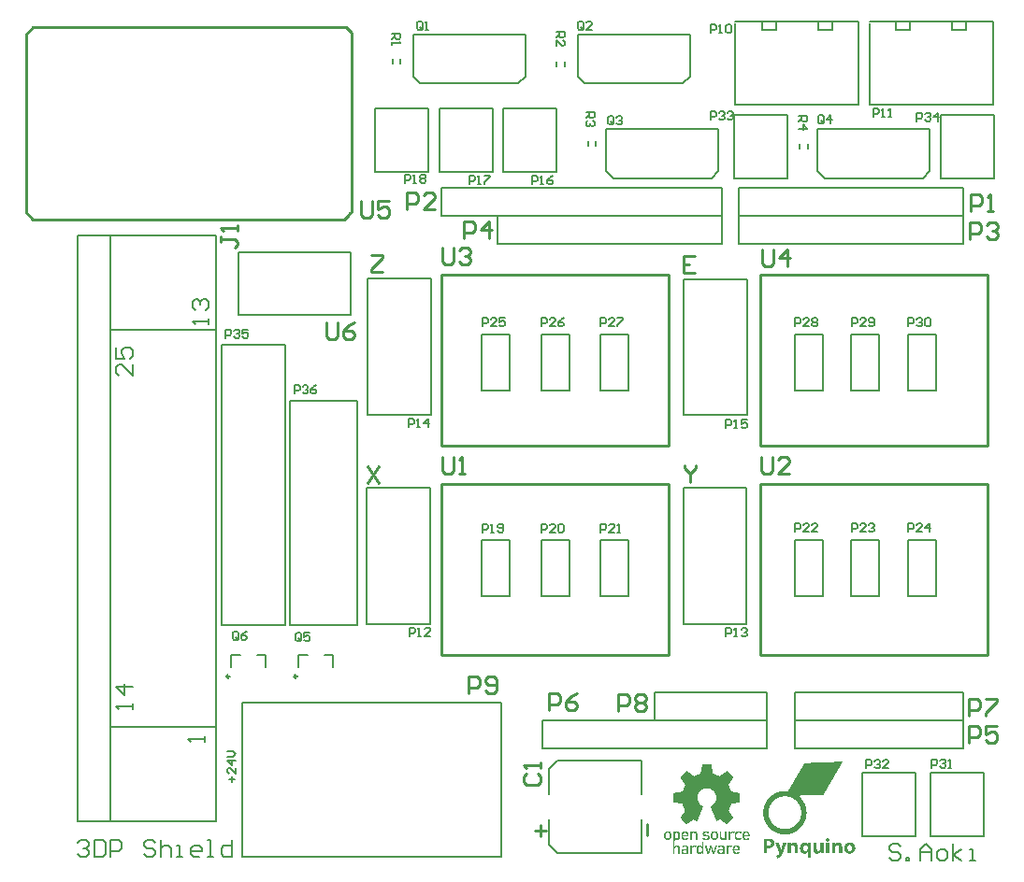
<source format=gto>
G04*
G04 #@! TF.GenerationSoftware,Altium Limited,Altium Designer,18.1.7 (191)*
G04*
G04 Layer_Color=65535*
%FSLAX44Y44*%
%MOMM*%
G71*
G01*
G75*
%ADD10C,0.2500*%
%ADD11C,0.2000*%
%ADD12C,0.1500*%
%ADD13C,0.2540*%
%ADD14C,0.1270*%
G36*
X1134022Y432418D02*
X1134225D01*
Y432317D01*
X1134327D01*
Y432215D01*
Y432113D01*
Y432011D01*
X1134429D01*
Y431909D01*
Y431807D01*
Y431705D01*
Y431604D01*
Y431502D01*
X1134531D01*
Y431400D01*
Y431298D01*
Y431196D01*
Y431094D01*
Y430993D01*
X1134633D01*
Y430891D01*
Y430789D01*
Y430687D01*
Y430585D01*
Y430483D01*
Y430381D01*
X1134735D01*
Y430280D01*
Y430178D01*
Y430076D01*
Y429974D01*
Y429872D01*
X1134837D01*
Y429770D01*
Y429669D01*
Y429567D01*
Y429465D01*
Y429363D01*
Y429261D01*
X1134938D01*
Y429159D01*
Y429058D01*
Y428956D01*
Y428854D01*
Y428752D01*
X1135040D01*
Y428650D01*
Y428548D01*
Y428446D01*
Y428345D01*
Y428243D01*
X1135142D01*
Y428141D01*
Y428039D01*
Y427937D01*
Y427835D01*
Y427733D01*
Y427632D01*
X1135244D01*
Y427530D01*
Y427428D01*
Y427326D01*
Y427224D01*
Y427122D01*
X1135346D01*
Y427021D01*
Y426919D01*
Y426817D01*
Y426715D01*
Y426613D01*
X1135448D01*
Y426511D01*
Y426410D01*
Y426308D01*
Y426206D01*
Y426104D01*
Y426002D01*
X1135549D01*
Y425900D01*
Y425798D01*
Y425697D01*
Y425595D01*
Y425493D01*
X1135651D01*
Y425391D01*
Y425289D01*
Y425187D01*
Y425086D01*
Y424984D01*
X1135753D01*
Y424882D01*
Y424780D01*
Y424678D01*
Y424576D01*
Y424475D01*
X1135855D01*
Y424373D01*
Y424271D01*
X1135957D01*
Y424169D01*
X1136059D01*
Y424067D01*
X1136262D01*
Y423965D01*
X1136568D01*
Y423863D01*
X1136771D01*
Y423762D01*
X1136975D01*
Y423660D01*
X1137281D01*
Y423558D01*
X1137484D01*
Y423456D01*
X1137790D01*
Y423354D01*
X1137994D01*
Y423252D01*
X1138299D01*
Y423151D01*
X1138503D01*
Y423049D01*
X1138808D01*
Y422947D01*
X1139012D01*
Y422845D01*
X1139216D01*
Y422743D01*
X1139521D01*
Y422641D01*
X1139725D01*
Y422539D01*
X1140031D01*
Y422438D01*
X1140234D01*
Y422336D01*
X1140540D01*
Y422234D01*
X1140743D01*
Y422132D01*
X1141049D01*
Y422030D01*
X1141253D01*
Y421928D01*
X1141864D01*
Y422030D01*
X1142067D01*
Y422132D01*
X1142169D01*
Y422234D01*
X1142373D01*
Y422336D01*
X1142475D01*
Y422438D01*
X1142678D01*
Y422539D01*
X1142780D01*
Y422641D01*
X1142984D01*
Y422743D01*
X1143086D01*
Y422845D01*
X1143289D01*
Y422947D01*
X1143391D01*
Y423049D01*
X1143595D01*
Y423151D01*
X1143697D01*
Y423252D01*
X1143799D01*
Y423354D01*
X1144002D01*
Y423456D01*
X1144104D01*
Y423558D01*
X1144308D01*
Y423660D01*
X1144410D01*
Y423762D01*
X1144613D01*
Y423863D01*
X1144715D01*
Y423965D01*
X1144919D01*
Y424067D01*
X1145021D01*
Y424169D01*
X1145225D01*
Y424271D01*
X1145326D01*
Y424373D01*
X1145428D01*
Y424475D01*
X1145632D01*
Y424576D01*
X1145734D01*
Y424678D01*
X1145937D01*
Y424780D01*
X1146039D01*
Y424882D01*
X1146243D01*
Y424984D01*
X1146345D01*
Y425086D01*
X1146548D01*
Y425187D01*
X1146650D01*
Y425289D01*
X1146854D01*
Y425391D01*
X1146956D01*
Y425493D01*
X1147160D01*
Y425595D01*
X1147261D01*
Y425697D01*
X1147363D01*
Y425798D01*
X1147567D01*
Y425900D01*
X1147669D01*
Y426002D01*
X1147872D01*
Y426104D01*
X1147974D01*
Y426206D01*
X1148178D01*
Y426308D01*
X1148280D01*
Y426410D01*
X1148687D01*
Y426308D01*
X1148891D01*
Y426206D01*
X1148993D01*
Y426104D01*
X1149094D01*
Y426002D01*
X1149196D01*
Y425900D01*
X1149298D01*
Y425798D01*
X1149400D01*
Y425697D01*
X1149502D01*
Y425595D01*
X1149604D01*
Y425493D01*
X1149706D01*
Y425391D01*
X1149807D01*
Y425289D01*
X1149909D01*
Y425187D01*
X1150011D01*
Y425086D01*
X1150113D01*
Y424984D01*
X1150215D01*
Y424882D01*
X1150317D01*
Y424780D01*
X1150418D01*
Y424678D01*
X1150520D01*
Y424576D01*
X1150622D01*
Y424475D01*
X1150724D01*
Y424373D01*
X1150826D01*
Y424271D01*
X1150928D01*
Y424169D01*
X1151030D01*
Y424067D01*
X1151131D01*
Y423965D01*
X1151233D01*
Y423863D01*
X1151335D01*
Y423762D01*
X1151437D01*
Y423660D01*
X1151539D01*
Y423558D01*
X1151640D01*
Y423456D01*
X1151742D01*
Y423354D01*
X1151844D01*
Y423252D01*
X1151946D01*
Y423151D01*
X1152048D01*
Y423049D01*
X1152150D01*
Y422947D01*
X1152252D01*
Y422845D01*
X1152353D01*
Y422743D01*
X1152455D01*
Y422641D01*
X1152557D01*
Y422539D01*
X1152659D01*
Y422438D01*
X1152761D01*
Y422336D01*
X1152863D01*
Y422234D01*
X1152964D01*
Y422132D01*
X1153066D01*
Y422030D01*
X1153168D01*
Y421928D01*
X1153270D01*
Y421827D01*
X1153372D01*
Y421725D01*
X1153474D01*
Y421623D01*
X1153576D01*
Y421521D01*
X1153677D01*
Y421419D01*
X1153779D01*
Y421317D01*
X1153881D01*
Y421216D01*
X1153983D01*
Y421114D01*
X1154085D01*
Y421012D01*
X1154187D01*
Y420910D01*
Y420808D01*
X1154288D01*
Y420706D01*
X1154187D01*
Y420605D01*
Y420503D01*
Y420401D01*
X1154085D01*
Y420299D01*
X1153983D01*
Y420197D01*
Y420095D01*
X1153881D01*
Y419994D01*
X1153779D01*
Y419892D01*
X1153677D01*
Y419790D01*
Y419688D01*
X1153576D01*
Y419586D01*
X1153474D01*
Y419484D01*
Y419382D01*
X1153372D01*
Y419281D01*
X1153270D01*
Y419179D01*
Y419077D01*
X1153168D01*
Y418975D01*
X1153066D01*
Y418873D01*
Y418771D01*
X1152964D01*
Y418670D01*
X1152863D01*
Y418568D01*
Y418466D01*
X1152761D01*
Y418364D01*
X1152659D01*
Y418262D01*
X1152557D01*
Y418160D01*
Y418059D01*
X1152455D01*
Y417957D01*
X1152353D01*
Y417855D01*
Y417753D01*
X1152252D01*
Y417651D01*
X1152150D01*
Y417549D01*
Y417447D01*
X1152048D01*
Y417346D01*
X1151946D01*
Y417244D01*
Y417142D01*
X1151844D01*
Y417040D01*
X1151742D01*
Y416938D01*
Y416836D01*
X1151640D01*
Y416735D01*
X1151539D01*
Y416633D01*
X1151437D01*
Y416531D01*
Y416429D01*
X1151335D01*
Y416327D01*
X1151233D01*
Y416225D01*
Y416124D01*
X1151131D01*
Y416022D01*
X1151030D01*
Y415920D01*
Y415818D01*
X1150928D01*
Y415716D01*
X1150826D01*
Y415614D01*
Y415512D01*
X1150724D01*
Y415411D01*
X1150622D01*
Y415309D01*
Y415207D01*
X1150520D01*
Y415105D01*
X1150418D01*
Y415003D01*
Y414901D01*
X1150317D01*
Y414799D01*
X1150215D01*
Y414698D01*
X1150113D01*
Y414596D01*
Y414494D01*
X1150011D01*
Y414392D01*
X1149909D01*
Y414290D01*
Y414188D01*
X1149807D01*
Y414087D01*
Y413985D01*
Y413883D01*
Y413781D01*
Y413679D01*
Y413577D01*
X1149909D01*
Y413476D01*
Y413374D01*
X1150011D01*
Y413272D01*
Y413170D01*
Y413068D01*
X1150113D01*
Y412966D01*
Y412864D01*
X1150215D01*
Y412763D01*
Y412661D01*
X1150317D01*
Y412559D01*
Y412457D01*
Y412355D01*
X1150418D01*
Y412253D01*
Y412152D01*
X1150520D01*
Y412050D01*
Y411948D01*
X1150622D01*
Y411846D01*
Y411744D01*
Y411642D01*
X1150724D01*
Y411540D01*
Y411439D01*
X1150826D01*
Y411337D01*
Y411235D01*
X1150928D01*
Y411133D01*
Y411031D01*
Y410929D01*
X1151030D01*
Y410828D01*
Y410726D01*
X1151131D01*
Y410624D01*
Y410522D01*
X1151233D01*
Y410420D01*
Y410318D01*
Y410217D01*
X1151335D01*
Y410115D01*
Y410013D01*
X1151437D01*
Y409911D01*
Y409809D01*
X1151539D01*
Y409707D01*
Y409605D01*
Y409504D01*
X1151640D01*
Y409402D01*
Y409300D01*
X1151742D01*
Y409198D01*
Y409096D01*
X1151844D01*
Y408994D01*
Y408893D01*
Y408791D01*
X1151946D01*
Y408689D01*
Y408587D01*
X1152048D01*
Y408485D01*
Y408383D01*
X1152150D01*
Y408282D01*
Y408180D01*
X1152252D01*
Y408078D01*
X1152353D01*
Y407976D01*
X1152557D01*
Y407874D01*
X1153066D01*
Y407772D01*
X1153677D01*
Y407671D01*
X1154187D01*
Y407569D01*
X1154696D01*
Y407467D01*
X1155307D01*
Y407365D01*
X1155816D01*
Y407263D01*
X1156325D01*
Y407161D01*
X1156936D01*
Y407060D01*
X1157446D01*
Y406958D01*
X1157955D01*
Y406856D01*
X1158566D01*
Y406754D01*
X1159075D01*
Y406652D01*
X1159686D01*
Y406550D01*
X1159992D01*
Y406448D01*
X1160195D01*
Y406347D01*
Y406245D01*
X1160297D01*
Y406143D01*
Y406041D01*
Y405939D01*
Y405837D01*
Y405736D01*
Y405634D01*
Y405532D01*
Y405430D01*
Y405328D01*
Y405226D01*
Y405125D01*
Y405023D01*
Y404921D01*
Y404819D01*
Y404717D01*
Y404615D01*
Y404513D01*
Y404412D01*
Y404310D01*
Y404208D01*
Y404106D01*
Y404004D01*
Y403902D01*
Y403801D01*
Y403699D01*
Y403597D01*
Y403495D01*
Y403393D01*
Y403291D01*
Y403189D01*
Y403088D01*
Y402986D01*
Y402884D01*
Y402782D01*
Y402680D01*
Y402578D01*
Y402477D01*
Y402375D01*
Y402273D01*
Y402171D01*
Y402069D01*
Y401967D01*
Y401866D01*
Y401764D01*
Y401662D01*
Y401560D01*
Y401458D01*
Y401356D01*
Y401254D01*
Y401153D01*
Y401051D01*
Y400949D01*
Y400847D01*
Y400745D01*
Y400643D01*
Y400541D01*
Y400440D01*
Y400338D01*
Y400236D01*
Y400134D01*
Y400032D01*
Y399930D01*
Y399829D01*
Y399727D01*
Y399625D01*
Y399523D01*
Y399421D01*
Y399319D01*
Y399218D01*
Y399116D01*
Y399014D01*
Y398912D01*
Y398810D01*
Y398708D01*
Y398606D01*
Y398505D01*
X1160195D01*
Y398403D01*
Y398301D01*
X1159992D01*
Y398199D01*
X1159482D01*
Y398097D01*
X1158973D01*
Y397995D01*
X1158464D01*
Y397894D01*
X1157853D01*
Y397792D01*
X1157344D01*
Y397690D01*
X1156834D01*
Y397588D01*
X1156224D01*
Y397486D01*
X1155714D01*
Y397384D01*
X1155103D01*
Y397283D01*
X1154594D01*
Y397181D01*
X1154085D01*
Y397079D01*
X1153474D01*
Y396977D01*
X1152964D01*
Y396875D01*
X1152659D01*
Y396773D01*
X1152455D01*
Y396671D01*
X1152353D01*
Y396570D01*
Y396468D01*
X1152252D01*
Y396366D01*
Y396264D01*
X1152150D01*
Y396162D01*
Y396060D01*
Y395959D01*
X1152048D01*
Y395857D01*
Y395755D01*
X1151946D01*
Y395653D01*
Y395551D01*
Y395449D01*
X1151844D01*
Y395348D01*
Y395246D01*
X1151742D01*
Y395144D01*
Y395042D01*
Y394940D01*
X1151640D01*
Y394838D01*
Y394737D01*
X1151539D01*
Y394635D01*
Y394533D01*
Y394431D01*
X1151437D01*
Y394329D01*
Y394227D01*
X1151335D01*
Y394125D01*
Y394024D01*
Y393922D01*
X1151233D01*
Y393820D01*
Y393718D01*
X1151131D01*
Y393616D01*
Y393514D01*
Y393413D01*
X1151030D01*
Y393311D01*
Y393209D01*
X1150928D01*
Y393107D01*
Y393005D01*
Y392903D01*
X1150826D01*
Y392801D01*
Y392700D01*
X1150724D01*
Y392598D01*
Y392496D01*
Y392394D01*
X1150622D01*
Y392292D01*
Y392190D01*
X1150520D01*
Y392089D01*
Y391987D01*
Y391885D01*
X1150418D01*
Y391783D01*
Y391681D01*
X1150317D01*
Y391579D01*
Y391478D01*
Y391376D01*
X1150215D01*
Y391274D01*
Y391172D01*
X1150113D01*
Y391070D01*
Y390968D01*
Y390867D01*
X1150011D01*
Y390765D01*
Y390663D01*
Y390561D01*
Y390459D01*
Y390357D01*
X1150113D01*
Y390255D01*
Y390154D01*
X1150215D01*
Y390052D01*
Y389950D01*
X1150317D01*
Y389848D01*
X1150418D01*
Y389746D01*
Y389644D01*
X1150520D01*
Y389543D01*
X1150622D01*
Y389441D01*
Y389339D01*
X1150724D01*
Y389237D01*
X1150826D01*
Y389135D01*
Y389033D01*
X1150928D01*
Y388932D01*
X1151030D01*
Y388830D01*
X1151131D01*
Y388728D01*
Y388626D01*
X1151233D01*
Y388524D01*
X1151335D01*
Y388422D01*
Y388320D01*
X1151437D01*
Y388219D01*
X1151539D01*
Y388117D01*
Y388015D01*
X1151640D01*
Y387913D01*
X1151742D01*
Y387811D01*
Y387709D01*
X1151844D01*
Y387607D01*
X1151946D01*
Y387506D01*
Y387404D01*
X1152048D01*
Y387302D01*
X1152150D01*
Y387200D01*
X1152252D01*
Y387098D01*
Y386996D01*
X1152353D01*
Y386895D01*
X1152455D01*
Y386793D01*
Y386691D01*
X1152557D01*
Y386589D01*
X1152659D01*
Y386487D01*
Y386385D01*
X1152761D01*
Y386284D01*
X1152863D01*
Y386182D01*
Y386080D01*
X1152964D01*
Y385978D01*
X1153066D01*
Y385876D01*
Y385774D01*
X1153168D01*
Y385672D01*
X1153270D01*
Y385571D01*
Y385469D01*
X1153372D01*
Y385367D01*
X1153474D01*
Y385265D01*
X1153576D01*
Y385163D01*
Y385061D01*
X1153677D01*
Y384960D01*
X1153779D01*
Y384858D01*
Y384756D01*
X1153881D01*
Y384654D01*
X1153983D01*
Y384552D01*
Y384450D01*
X1154085D01*
Y384349D01*
X1154187D01*
Y384247D01*
Y384145D01*
Y384043D01*
Y383941D01*
Y383839D01*
X1154085D01*
Y383737D01*
X1153983D01*
Y383636D01*
X1153881D01*
Y383534D01*
X1153779D01*
Y383432D01*
X1153677D01*
Y383330D01*
X1153576D01*
Y383228D01*
X1153474D01*
Y383126D01*
X1153372D01*
Y383025D01*
X1153270D01*
Y382923D01*
X1153168D01*
Y382821D01*
X1153066D01*
Y382719D01*
X1152964D01*
Y382617D01*
X1152863D01*
Y382515D01*
X1152761D01*
Y382413D01*
X1152659D01*
Y382312D01*
X1152557D01*
Y382210D01*
X1152455D01*
Y382108D01*
X1152353D01*
Y382006D01*
X1152252D01*
Y381904D01*
X1152150D01*
Y381802D01*
X1152048D01*
Y381701D01*
X1151946D01*
Y381599D01*
X1151844D01*
Y381497D01*
X1151742D01*
Y381395D01*
X1151640D01*
Y381293D01*
X1151539D01*
Y381191D01*
X1151437D01*
Y381090D01*
X1151335D01*
Y380988D01*
X1151233D01*
Y380886D01*
X1151131D01*
Y380784D01*
X1151030D01*
Y380682D01*
X1150928D01*
Y380580D01*
X1150826D01*
Y380479D01*
X1150724D01*
Y380377D01*
X1150622D01*
Y380275D01*
X1150520D01*
Y380173D01*
X1150418D01*
Y380071D01*
X1150317D01*
Y379969D01*
X1150215D01*
Y379867D01*
X1150113D01*
Y379766D01*
X1150011D01*
Y379664D01*
X1149909D01*
Y379562D01*
X1149807D01*
Y379460D01*
X1149706D01*
Y379358D01*
X1149604D01*
Y379256D01*
X1149502D01*
Y379155D01*
X1149400D01*
Y379053D01*
X1149298D01*
Y378951D01*
X1149196D01*
Y378849D01*
X1149094D01*
Y378747D01*
X1148993D01*
Y378645D01*
X1148891D01*
Y378544D01*
X1148789D01*
Y378442D01*
X1148687D01*
Y378340D01*
X1148280D01*
Y378442D01*
X1148178D01*
Y378544D01*
X1148076D01*
Y378645D01*
X1147872D01*
Y378747D01*
X1147770D01*
Y378849D01*
X1147567D01*
Y378951D01*
X1147465D01*
Y379053D01*
X1147261D01*
Y379155D01*
X1147160D01*
Y379256D01*
X1146956D01*
Y379358D01*
X1146854D01*
Y379460D01*
X1146650D01*
Y379562D01*
X1146548D01*
Y379664D01*
X1146447D01*
Y379766D01*
X1146243D01*
Y379867D01*
X1146141D01*
Y379969D01*
X1145937D01*
Y380071D01*
X1145835D01*
Y380173D01*
X1145632D01*
Y380275D01*
X1145530D01*
Y380377D01*
X1145326D01*
Y380479D01*
X1145225D01*
Y380580D01*
X1145021D01*
Y380682D01*
X1144919D01*
Y380784D01*
X1144817D01*
Y380886D01*
X1144613D01*
Y380988D01*
X1144511D01*
Y381090D01*
X1144308D01*
Y381191D01*
X1144206D01*
Y381293D01*
X1144002D01*
Y381395D01*
X1143901D01*
Y381497D01*
X1143697D01*
Y381599D01*
X1143595D01*
Y381701D01*
X1143391D01*
Y381802D01*
X1143289D01*
Y381904D01*
X1143188D01*
Y382006D01*
X1142984D01*
Y382108D01*
X1142882D01*
Y382210D01*
X1142678D01*
Y382312D01*
X1142577D01*
Y382413D01*
X1142271D01*
Y382515D01*
X1141965D01*
Y382413D01*
X1141660D01*
Y382312D01*
X1141558D01*
Y382210D01*
X1141354D01*
Y382108D01*
X1141151D01*
Y382006D01*
X1140947D01*
Y381904D01*
X1140743D01*
Y381802D01*
X1140540D01*
Y381701D01*
X1140336D01*
Y381599D01*
X1140132D01*
Y381497D01*
X1140031D01*
Y381395D01*
X1139827D01*
Y381293D01*
X1139623D01*
Y381191D01*
X1139419D01*
Y381090D01*
X1139216D01*
Y380988D01*
X1139114D01*
Y381090D01*
X1138910D01*
Y381191D01*
Y381293D01*
X1138808D01*
Y381395D01*
Y381497D01*
Y381599D01*
X1138707D01*
Y381701D01*
Y381802D01*
X1138605D01*
Y381904D01*
Y382006D01*
X1138503D01*
Y382108D01*
Y382210D01*
Y382312D01*
X1138401D01*
Y382413D01*
Y382515D01*
X1138299D01*
Y382617D01*
Y382719D01*
Y382821D01*
X1138197D01*
Y382923D01*
Y383025D01*
X1138095D01*
Y383126D01*
Y383228D01*
X1137994D01*
Y383330D01*
Y383432D01*
Y383534D01*
X1137892D01*
Y383636D01*
Y383737D01*
X1137790D01*
Y383839D01*
Y383941D01*
Y384043D01*
X1137688D01*
Y384145D01*
Y384247D01*
X1137586D01*
Y384349D01*
Y384450D01*
Y384552D01*
X1137484D01*
Y384654D01*
Y384756D01*
X1137383D01*
Y384858D01*
Y384960D01*
X1137281D01*
Y385061D01*
Y385163D01*
Y385265D01*
X1137179D01*
Y385367D01*
Y385469D01*
X1137077D01*
Y385571D01*
Y385672D01*
Y385774D01*
X1136975D01*
Y385876D01*
Y385978D01*
X1136873D01*
Y386080D01*
Y386182D01*
X1136771D01*
Y386284D01*
Y386385D01*
Y386487D01*
X1136670D01*
Y386589D01*
Y386691D01*
X1136568D01*
Y386793D01*
Y386895D01*
Y386996D01*
X1136466D01*
Y387098D01*
Y387200D01*
X1136364D01*
Y387302D01*
Y387404D01*
Y387506D01*
X1136262D01*
Y387607D01*
Y387709D01*
X1136161D01*
Y387811D01*
Y387913D01*
X1136059D01*
Y388015D01*
Y388117D01*
Y388219D01*
X1135957D01*
Y388320D01*
Y388422D01*
X1135855D01*
Y388524D01*
Y388626D01*
Y388728D01*
X1135753D01*
Y388830D01*
Y388932D01*
X1135651D01*
Y389033D01*
Y389135D01*
X1135549D01*
Y389237D01*
Y389339D01*
Y389441D01*
X1135448D01*
Y389543D01*
Y389644D01*
X1135346D01*
Y389746D01*
Y389848D01*
Y389950D01*
X1135244D01*
Y390052D01*
Y390154D01*
X1135142D01*
Y390255D01*
Y390357D01*
Y390459D01*
X1135040D01*
Y390561D01*
Y390663D01*
X1134938D01*
Y390765D01*
Y390867D01*
X1134837D01*
Y390968D01*
Y391070D01*
Y391172D01*
X1134735D01*
Y391274D01*
Y391376D01*
X1134633D01*
Y391478D01*
Y391579D01*
Y391681D01*
X1134531D01*
Y391783D01*
Y391885D01*
X1134429D01*
Y391987D01*
Y392089D01*
X1134327D01*
Y392190D01*
Y392292D01*
Y392394D01*
X1134225D01*
Y392496D01*
Y392598D01*
X1134124D01*
Y392700D01*
Y392801D01*
Y392903D01*
X1134022D01*
Y393005D01*
Y393107D01*
X1133920D01*
Y393209D01*
Y393311D01*
Y393413D01*
X1133818D01*
Y393514D01*
Y393616D01*
X1133716D01*
Y393718D01*
Y393820D01*
X1133614D01*
Y393922D01*
Y394024D01*
Y394125D01*
Y394227D01*
Y394329D01*
Y394431D01*
X1133716D01*
Y394533D01*
X1133920D01*
Y394635D01*
X1134022D01*
Y394737D01*
X1134225D01*
Y394838D01*
X1134327D01*
Y394940D01*
X1134531D01*
Y395042D01*
X1134633D01*
Y395144D01*
X1134735D01*
Y395246D01*
X1134938D01*
Y395348D01*
X1135040D01*
Y395449D01*
X1135142D01*
Y395551D01*
X1135346D01*
Y395653D01*
X1135448D01*
Y395755D01*
X1135651D01*
Y395857D01*
X1135753D01*
Y395959D01*
X1135855D01*
Y396060D01*
X1135957D01*
Y396162D01*
X1136059D01*
Y396264D01*
X1136161D01*
Y396366D01*
X1136262D01*
Y396468D01*
X1136364D01*
Y396570D01*
X1136466D01*
Y396671D01*
X1136568D01*
Y396773D01*
X1136670D01*
Y396875D01*
Y396977D01*
X1136771D01*
Y397079D01*
X1136873D01*
Y397181D01*
X1136975D01*
Y397283D01*
X1137077D01*
Y397384D01*
Y397486D01*
X1137179D01*
Y397588D01*
X1137281D01*
Y397690D01*
Y397792D01*
X1137383D01*
Y397894D01*
X1137484D01*
Y397995D01*
Y398097D01*
X1137586D01*
Y398199D01*
Y398301D01*
X1137688D01*
Y398403D01*
Y398505D01*
X1137790D01*
Y398606D01*
Y398708D01*
X1137892D01*
Y398810D01*
Y398912D01*
X1137994D01*
Y399014D01*
Y399116D01*
X1138095D01*
Y399218D01*
Y399319D01*
Y399421D01*
X1138197D01*
Y399523D01*
Y399625D01*
Y399727D01*
X1138299D01*
Y399829D01*
Y399930D01*
Y400032D01*
X1138401D01*
Y400134D01*
Y400236D01*
Y400338D01*
Y400440D01*
X1138503D01*
Y400541D01*
Y400643D01*
Y400745D01*
Y400847D01*
Y400949D01*
X1138605D01*
Y401051D01*
Y401153D01*
Y401254D01*
Y401356D01*
Y401458D01*
Y401560D01*
Y401662D01*
Y401764D01*
Y401866D01*
Y401967D01*
Y402069D01*
X1138707D01*
Y402171D01*
Y402273D01*
Y402375D01*
Y402477D01*
Y402578D01*
Y402680D01*
X1138605D01*
Y402782D01*
Y402884D01*
Y402986D01*
Y403088D01*
Y403189D01*
Y403291D01*
Y403393D01*
Y403495D01*
Y403597D01*
Y403699D01*
X1138503D01*
Y403801D01*
Y403902D01*
Y404004D01*
Y404106D01*
Y404208D01*
X1138401D01*
Y404310D01*
Y404412D01*
Y404513D01*
Y404615D01*
X1138299D01*
Y404717D01*
Y404819D01*
Y404921D01*
Y405023D01*
X1138197D01*
Y405125D01*
Y405226D01*
X1138095D01*
Y405328D01*
Y405430D01*
Y405532D01*
X1137994D01*
Y405634D01*
Y405736D01*
Y405837D01*
X1137892D01*
Y405939D01*
Y406041D01*
X1137790D01*
Y406143D01*
Y406245D01*
X1137688D01*
Y406347D01*
Y406448D01*
X1137586D01*
Y406550D01*
X1137484D01*
Y406652D01*
Y406754D01*
X1137383D01*
Y406856D01*
Y406958D01*
X1137281D01*
Y407060D01*
X1137179D01*
Y407161D01*
Y407263D01*
X1137077D01*
Y407365D01*
X1136975D01*
Y407467D01*
X1136873D01*
Y407569D01*
Y407671D01*
X1136771D01*
Y407772D01*
X1136670D01*
Y407874D01*
X1136568D01*
Y407976D01*
X1136466D01*
Y408078D01*
X1136364D01*
Y408180D01*
X1136262D01*
Y408282D01*
X1136161D01*
Y408383D01*
X1136059D01*
Y408485D01*
X1135957D01*
Y408587D01*
X1135855D01*
Y408689D01*
X1135753D01*
Y408791D01*
X1135651D01*
Y408893D01*
X1135549D01*
Y408994D01*
X1135346D01*
Y409096D01*
X1135244D01*
Y409198D01*
X1135142D01*
Y409300D01*
X1134938D01*
Y409402D01*
X1134837D01*
Y409504D01*
X1134633D01*
Y409605D01*
X1134531D01*
Y409707D01*
X1134327D01*
Y409809D01*
X1134124D01*
Y409911D01*
X1133920D01*
Y410013D01*
X1133716D01*
Y410115D01*
X1133512D01*
Y410217D01*
X1133207D01*
Y410318D01*
X1132902D01*
Y410420D01*
X1132596D01*
Y410522D01*
X1132189D01*
Y410624D01*
X1131679D01*
Y410726D01*
X1130966D01*
Y410828D01*
X1129439D01*
Y410726D01*
X1128726D01*
Y410624D01*
X1128217D01*
Y410522D01*
X1127809D01*
Y410420D01*
X1127504D01*
Y410318D01*
X1127198D01*
Y410217D01*
X1126893D01*
Y410115D01*
X1126689D01*
Y410013D01*
X1126485D01*
Y409911D01*
X1126282D01*
Y409809D01*
X1126078D01*
Y409707D01*
X1125874D01*
Y409605D01*
X1125772D01*
Y409504D01*
X1125569D01*
Y409402D01*
X1125467D01*
Y409300D01*
X1125263D01*
Y409198D01*
X1125162D01*
Y409096D01*
X1125060D01*
Y408994D01*
X1124856D01*
Y408893D01*
X1124754D01*
Y408791D01*
X1124652D01*
Y408689D01*
X1124550D01*
Y408587D01*
X1124449D01*
Y408485D01*
X1124347D01*
Y408383D01*
X1124245D01*
Y408282D01*
X1124143D01*
Y408180D01*
X1124041D01*
Y408078D01*
X1123939D01*
Y407976D01*
X1123838D01*
Y407874D01*
X1123736D01*
Y407772D01*
X1123634D01*
Y407671D01*
X1123532D01*
Y407569D01*
Y407467D01*
X1123430D01*
Y407365D01*
X1123328D01*
Y407263D01*
X1123226D01*
Y407161D01*
Y407060D01*
X1123125D01*
Y406958D01*
X1123023D01*
Y406856D01*
Y406754D01*
X1122921D01*
Y406652D01*
Y406550D01*
X1122819D01*
Y406448D01*
X1122717D01*
Y406347D01*
Y406245D01*
X1122615D01*
Y406143D01*
Y406041D01*
X1122514D01*
Y405939D01*
Y405837D01*
X1122412D01*
Y405736D01*
Y405634D01*
Y405532D01*
X1122310D01*
Y405430D01*
Y405328D01*
X1122208D01*
Y405226D01*
Y405125D01*
Y405023D01*
X1122106D01*
Y404921D01*
Y404819D01*
Y404717D01*
Y404615D01*
X1122004D01*
Y404513D01*
Y404412D01*
Y404310D01*
Y404208D01*
X1121902D01*
Y404106D01*
Y404004D01*
Y403902D01*
Y403801D01*
Y403699D01*
X1121801D01*
Y403597D01*
Y403495D01*
Y403393D01*
Y403291D01*
Y403189D01*
Y403088D01*
Y402986D01*
Y402884D01*
Y402782D01*
Y402680D01*
X1121699D01*
Y402578D01*
Y402477D01*
Y402375D01*
Y402273D01*
Y402171D01*
Y402069D01*
X1121801D01*
Y401967D01*
Y401866D01*
Y401764D01*
Y401662D01*
Y401560D01*
Y401458D01*
Y401356D01*
Y401254D01*
Y401153D01*
Y401051D01*
Y400949D01*
X1121902D01*
Y400847D01*
Y400745D01*
Y400643D01*
Y400541D01*
Y400440D01*
X1122004D01*
Y400338D01*
Y400236D01*
Y400134D01*
Y400032D01*
X1122106D01*
Y399930D01*
Y399829D01*
Y399727D01*
X1122208D01*
Y399625D01*
Y399523D01*
Y399421D01*
X1122310D01*
Y399319D01*
Y399218D01*
Y399116D01*
X1122412D01*
Y399014D01*
Y398912D01*
X1122514D01*
Y398810D01*
Y398708D01*
X1122615D01*
Y398606D01*
Y398505D01*
X1122717D01*
Y398403D01*
Y398301D01*
X1122819D01*
Y398199D01*
Y398097D01*
X1122921D01*
Y397995D01*
Y397894D01*
X1123023D01*
Y397792D01*
X1123125D01*
Y397690D01*
Y397588D01*
X1123226D01*
Y397486D01*
X1123328D01*
Y397384D01*
Y397283D01*
X1123430D01*
Y397181D01*
X1123532D01*
Y397079D01*
X1123634D01*
Y396977D01*
X1123736D01*
Y396875D01*
Y396773D01*
X1123838D01*
Y396671D01*
X1123939D01*
Y396570D01*
X1124041D01*
Y396468D01*
X1124143D01*
Y396366D01*
X1124245D01*
Y396264D01*
X1124347D01*
Y396162D01*
X1124449D01*
Y396060D01*
X1124550D01*
Y395959D01*
X1124652D01*
Y395857D01*
X1124754D01*
Y395755D01*
X1124958D01*
Y395653D01*
X1125060D01*
Y395551D01*
X1125263D01*
Y395449D01*
X1125365D01*
Y395348D01*
X1125467D01*
Y395246D01*
X1125671D01*
Y395144D01*
X1125772D01*
Y395042D01*
X1125874D01*
Y394940D01*
X1126078D01*
Y394838D01*
X1126180D01*
Y394737D01*
X1126384D01*
Y394635D01*
X1126485D01*
Y394533D01*
X1126689D01*
Y394431D01*
X1126791D01*
Y394329D01*
Y394227D01*
Y394125D01*
Y394024D01*
Y393922D01*
Y393820D01*
X1126689D01*
Y393718D01*
Y393616D01*
X1126587D01*
Y393514D01*
Y393413D01*
X1126485D01*
Y393311D01*
Y393209D01*
Y393107D01*
X1126384D01*
Y393005D01*
Y392903D01*
X1126282D01*
Y392801D01*
Y392700D01*
Y392598D01*
X1126180D01*
Y392496D01*
Y392394D01*
X1126078D01*
Y392292D01*
Y392190D01*
Y392089D01*
X1125976D01*
Y391987D01*
Y391885D01*
X1125874D01*
Y391783D01*
Y391681D01*
X1125772D01*
Y391579D01*
Y391478D01*
Y391376D01*
X1125671D01*
Y391274D01*
Y391172D01*
X1125569D01*
Y391070D01*
Y390968D01*
Y390867D01*
X1125467D01*
Y390765D01*
Y390663D01*
X1125365D01*
Y390561D01*
Y390459D01*
X1125263D01*
Y390357D01*
Y390255D01*
Y390154D01*
X1125162D01*
Y390052D01*
Y389950D01*
X1125060D01*
Y389848D01*
Y389746D01*
Y389644D01*
X1124958D01*
Y389543D01*
Y389441D01*
X1124856D01*
Y389339D01*
Y389237D01*
Y389135D01*
X1124754D01*
Y389033D01*
Y388932D01*
X1124652D01*
Y388830D01*
Y388728D01*
X1124550D01*
Y388626D01*
Y388524D01*
Y388422D01*
X1124449D01*
Y388320D01*
Y388219D01*
X1124347D01*
Y388117D01*
Y388015D01*
Y387913D01*
X1124245D01*
Y387811D01*
Y387709D01*
X1124143D01*
Y387607D01*
Y387506D01*
X1124041D01*
Y387404D01*
Y387302D01*
Y387200D01*
X1123939D01*
Y387098D01*
Y386996D01*
X1123838D01*
Y386895D01*
Y386793D01*
Y386691D01*
X1123736D01*
Y386589D01*
Y386487D01*
X1123634D01*
Y386385D01*
Y386284D01*
Y386182D01*
X1123532D01*
Y386080D01*
Y385978D01*
X1123430D01*
Y385876D01*
Y385774D01*
X1123328D01*
Y385672D01*
Y385571D01*
Y385469D01*
X1123226D01*
Y385367D01*
Y385265D01*
X1123125D01*
Y385163D01*
Y385061D01*
Y384960D01*
X1123023D01*
Y384858D01*
Y384756D01*
X1122921D01*
Y384654D01*
Y384552D01*
X1122819D01*
Y384450D01*
Y384349D01*
Y384247D01*
X1122717D01*
Y384145D01*
Y384043D01*
X1122615D01*
Y383941D01*
Y383839D01*
Y383737D01*
X1122514D01*
Y383636D01*
Y383534D01*
X1122412D01*
Y383432D01*
Y383330D01*
Y383228D01*
X1122310D01*
Y383126D01*
Y383025D01*
X1122208D01*
Y382923D01*
Y382821D01*
X1122106D01*
Y382719D01*
Y382617D01*
Y382515D01*
X1122004D01*
Y382413D01*
Y382312D01*
X1121902D01*
Y382210D01*
Y382108D01*
Y382006D01*
X1121801D01*
Y381904D01*
Y381802D01*
X1121699D01*
Y381701D01*
Y381599D01*
X1121597D01*
Y381497D01*
Y381395D01*
Y381293D01*
X1121495D01*
Y381191D01*
Y381090D01*
X1121291D01*
Y380988D01*
X1121190D01*
Y381090D01*
X1120986D01*
Y381191D01*
X1120782D01*
Y381293D01*
X1120579D01*
Y381395D01*
X1120375D01*
Y381497D01*
X1120273D01*
Y381599D01*
X1120069D01*
Y381701D01*
X1119866D01*
Y381802D01*
X1119662D01*
Y381904D01*
X1119458D01*
Y382006D01*
X1119255D01*
Y382108D01*
X1119051D01*
Y382210D01*
X1118847D01*
Y382312D01*
X1118745D01*
Y382413D01*
X1118440D01*
Y382515D01*
X1118134D01*
Y382413D01*
X1117829D01*
Y382312D01*
X1117727D01*
Y382210D01*
X1117523D01*
Y382108D01*
X1117421D01*
Y382006D01*
X1117218D01*
Y381904D01*
X1117116D01*
Y381802D01*
X1117014D01*
Y381701D01*
X1116810D01*
Y381599D01*
X1116709D01*
Y381497D01*
X1116505D01*
Y381395D01*
X1116403D01*
Y381293D01*
X1116199D01*
Y381191D01*
X1116097D01*
Y381090D01*
X1115894D01*
Y380988D01*
X1115792D01*
Y380886D01*
X1115588D01*
Y380784D01*
X1115486D01*
Y380682D01*
X1115385D01*
Y380580D01*
X1115181D01*
Y380479D01*
X1115079D01*
Y380377D01*
X1114875D01*
Y380275D01*
X1114773D01*
Y380173D01*
X1114570D01*
Y380071D01*
X1114468D01*
Y379969D01*
X1114264D01*
Y379867D01*
X1114162D01*
Y379766D01*
X1113959D01*
Y379664D01*
X1113857D01*
Y379562D01*
X1113755D01*
Y379460D01*
X1113551D01*
Y379358D01*
X1113449D01*
Y379256D01*
X1113246D01*
Y379155D01*
X1113144D01*
Y379053D01*
X1112940D01*
Y378951D01*
X1112838D01*
Y378849D01*
X1112635D01*
Y378747D01*
X1112533D01*
Y378645D01*
X1112329D01*
Y378544D01*
X1112227D01*
Y378442D01*
X1112126D01*
Y378340D01*
X1111718D01*
Y378442D01*
X1111616D01*
Y378544D01*
X1111515D01*
Y378645D01*
X1111413D01*
Y378747D01*
X1111311D01*
Y378849D01*
X1111209D01*
Y378951D01*
X1111107D01*
Y379053D01*
X1111005D01*
Y379155D01*
X1110903D01*
Y379256D01*
X1110802D01*
Y379358D01*
X1110700D01*
Y379460D01*
X1110598D01*
Y379562D01*
X1110496D01*
Y379664D01*
X1110394D01*
Y379766D01*
X1110292D01*
Y379867D01*
X1110191D01*
Y379969D01*
X1110089D01*
Y380071D01*
X1109987D01*
Y380173D01*
X1109885D01*
Y380275D01*
X1109783D01*
Y380377D01*
X1109681D01*
Y380479D01*
X1109579D01*
Y380580D01*
X1109478D01*
Y380682D01*
X1109376D01*
Y380784D01*
X1109274D01*
Y380886D01*
X1109172D01*
Y380988D01*
X1109070D01*
Y381090D01*
X1108968D01*
Y381191D01*
X1108867D01*
Y381293D01*
X1108765D01*
Y381395D01*
X1108663D01*
Y381497D01*
X1108561D01*
Y381599D01*
X1108459D01*
Y381701D01*
X1108357D01*
Y381802D01*
X1108256D01*
Y381904D01*
X1108154D01*
Y382006D01*
X1108052D01*
Y382108D01*
X1107950D01*
Y382210D01*
X1107848D01*
Y382312D01*
X1107746D01*
Y382413D01*
X1107645D01*
Y382515D01*
X1107543D01*
Y382617D01*
X1107441D01*
Y382719D01*
X1107339D01*
Y382821D01*
X1107237D01*
Y382923D01*
X1107135D01*
Y383025D01*
X1107033D01*
Y383126D01*
X1106932D01*
Y383228D01*
X1106830D01*
Y383330D01*
X1106728D01*
Y383432D01*
X1106626D01*
Y383534D01*
X1106524D01*
Y383636D01*
X1106422D01*
Y383737D01*
X1106320D01*
Y383839D01*
X1106219D01*
Y383941D01*
Y384043D01*
Y384145D01*
Y384247D01*
Y384349D01*
X1106320D01*
Y384450D01*
X1106422D01*
Y384552D01*
Y384654D01*
X1106524D01*
Y384756D01*
X1106626D01*
Y384858D01*
Y384960D01*
X1106728D01*
Y385061D01*
X1106830D01*
Y385163D01*
Y385265D01*
X1106932D01*
Y385367D01*
X1107033D01*
Y385469D01*
X1107135D01*
Y385571D01*
Y385672D01*
X1107237D01*
Y385774D01*
X1107339D01*
Y385876D01*
Y385978D01*
X1107441D01*
Y386080D01*
X1107543D01*
Y386182D01*
Y386284D01*
X1107645D01*
Y386385D01*
X1107746D01*
Y386487D01*
Y386589D01*
X1107848D01*
Y386691D01*
X1107950D01*
Y386793D01*
Y386895D01*
X1108052D01*
Y386996D01*
X1108154D01*
Y387098D01*
Y387200D01*
X1108256D01*
Y387302D01*
X1108357D01*
Y387404D01*
X1108459D01*
Y387506D01*
Y387607D01*
X1108561D01*
Y387709D01*
X1108663D01*
Y387811D01*
Y387913D01*
X1108765D01*
Y388015D01*
X1108867D01*
Y388117D01*
Y388219D01*
X1108968D01*
Y388320D01*
X1109070D01*
Y388422D01*
Y388524D01*
X1109172D01*
Y388626D01*
X1109274D01*
Y388728D01*
Y388830D01*
X1109376D01*
Y388932D01*
X1109478D01*
Y389033D01*
X1109579D01*
Y389135D01*
Y389237D01*
X1109681D01*
Y389339D01*
X1109783D01*
Y389441D01*
Y389543D01*
X1109885D01*
Y389644D01*
X1109987D01*
Y389746D01*
Y389848D01*
X1110089D01*
Y389950D01*
X1110191D01*
Y390052D01*
Y390154D01*
X1110292D01*
Y390255D01*
Y390357D01*
X1110394D01*
Y390459D01*
Y390561D01*
Y390663D01*
Y390765D01*
Y390867D01*
X1110292D01*
Y390968D01*
Y391070D01*
Y391172D01*
X1110191D01*
Y391274D01*
Y391376D01*
X1110089D01*
Y391478D01*
Y391579D01*
Y391681D01*
X1109987D01*
Y391783D01*
Y391885D01*
X1109885D01*
Y391987D01*
Y392089D01*
Y392190D01*
X1109783D01*
Y392292D01*
Y392394D01*
X1109681D01*
Y392496D01*
Y392598D01*
Y392700D01*
X1109579D01*
Y392801D01*
Y392903D01*
X1109478D01*
Y393005D01*
Y393107D01*
Y393209D01*
X1109376D01*
Y393311D01*
Y393413D01*
X1109274D01*
Y393514D01*
Y393616D01*
Y393718D01*
X1109172D01*
Y393820D01*
Y393922D01*
X1109070D01*
Y394024D01*
Y394125D01*
Y394227D01*
X1108968D01*
Y394329D01*
Y394431D01*
X1108867D01*
Y394533D01*
Y394635D01*
Y394737D01*
X1108765D01*
Y394838D01*
Y394940D01*
X1108663D01*
Y395042D01*
Y395144D01*
Y395246D01*
X1108561D01*
Y395348D01*
Y395449D01*
X1108459D01*
Y395551D01*
Y395653D01*
Y395755D01*
X1108357D01*
Y395857D01*
Y395959D01*
X1108256D01*
Y396060D01*
Y396162D01*
Y396264D01*
X1108154D01*
Y396366D01*
Y396468D01*
X1108052D01*
Y396570D01*
Y396671D01*
X1107950D01*
Y396773D01*
X1107746D01*
Y396875D01*
X1107441D01*
Y396977D01*
X1106932D01*
Y397079D01*
X1106320D01*
Y397181D01*
X1105811D01*
Y397283D01*
X1105302D01*
Y397384D01*
X1104691D01*
Y397486D01*
X1104182D01*
Y397588D01*
X1103571D01*
Y397690D01*
X1103062D01*
Y397792D01*
X1102552D01*
Y397894D01*
X1101941D01*
Y397995D01*
X1101432D01*
Y398097D01*
X1100923D01*
Y398199D01*
X1100414D01*
Y398301D01*
X1100210D01*
Y398403D01*
Y398505D01*
X1100108D01*
Y398606D01*
Y398708D01*
Y398810D01*
Y398912D01*
Y399014D01*
Y399116D01*
Y399218D01*
Y399319D01*
Y399421D01*
Y399523D01*
Y399625D01*
Y399727D01*
Y399829D01*
Y399930D01*
Y400032D01*
Y400134D01*
Y400236D01*
Y400338D01*
Y400440D01*
Y400541D01*
Y400643D01*
Y400745D01*
Y400847D01*
Y400949D01*
Y401051D01*
Y401153D01*
Y401254D01*
Y401356D01*
Y401458D01*
Y401560D01*
Y401662D01*
Y401764D01*
Y401866D01*
Y401967D01*
Y402069D01*
Y402171D01*
Y402273D01*
Y402375D01*
Y402477D01*
Y402578D01*
Y402680D01*
Y402782D01*
Y402884D01*
Y402986D01*
Y403088D01*
Y403189D01*
Y403291D01*
Y403393D01*
Y403495D01*
Y403597D01*
Y403699D01*
Y403801D01*
Y403902D01*
Y404004D01*
Y404106D01*
Y404208D01*
Y404310D01*
Y404412D01*
Y404513D01*
Y404615D01*
Y404717D01*
Y404819D01*
Y404921D01*
Y405023D01*
Y405125D01*
Y405226D01*
Y405328D01*
Y405430D01*
Y405532D01*
Y405634D01*
Y405736D01*
Y405837D01*
Y405939D01*
Y406041D01*
Y406143D01*
Y406245D01*
X1100210D01*
Y406347D01*
Y406448D01*
X1100414D01*
Y406550D01*
X1100719D01*
Y406652D01*
X1101330D01*
Y406754D01*
X1101840D01*
Y406856D01*
X1102450D01*
Y406958D01*
X1102960D01*
Y407060D01*
X1103469D01*
Y407161D01*
X1104080D01*
Y407263D01*
X1104589D01*
Y407365D01*
X1105098D01*
Y407467D01*
X1105709D01*
Y407569D01*
X1106219D01*
Y407671D01*
X1106728D01*
Y407772D01*
X1107339D01*
Y407874D01*
X1107848D01*
Y407976D01*
X1108052D01*
Y408078D01*
X1108154D01*
Y408180D01*
X1108256D01*
Y408282D01*
Y408383D01*
X1108357D01*
Y408485D01*
Y408587D01*
X1108459D01*
Y408689D01*
Y408791D01*
X1108561D01*
Y408893D01*
Y408994D01*
Y409096D01*
X1108663D01*
Y409198D01*
Y409300D01*
X1108765D01*
Y409402D01*
Y409504D01*
X1108867D01*
Y409605D01*
Y409707D01*
Y409809D01*
X1108968D01*
Y409911D01*
Y410013D01*
X1109070D01*
Y410115D01*
Y410217D01*
X1109172D01*
Y410318D01*
Y410420D01*
Y410522D01*
X1109274D01*
Y410624D01*
Y410726D01*
X1109376D01*
Y410828D01*
Y410929D01*
X1109478D01*
Y411031D01*
Y411133D01*
Y411235D01*
X1109579D01*
Y411337D01*
Y411439D01*
X1109681D01*
Y411540D01*
Y411642D01*
X1109783D01*
Y411744D01*
Y411846D01*
Y411948D01*
X1109885D01*
Y412050D01*
Y412152D01*
X1109987D01*
Y412253D01*
Y412355D01*
X1110089D01*
Y412457D01*
Y412559D01*
Y412661D01*
X1110191D01*
Y412763D01*
Y412864D01*
X1110292D01*
Y412966D01*
Y413068D01*
X1110394D01*
Y413170D01*
Y413272D01*
Y413374D01*
X1110496D01*
Y413476D01*
Y413577D01*
X1110598D01*
Y413679D01*
Y413781D01*
Y413883D01*
Y413985D01*
Y414087D01*
Y414188D01*
X1110496D01*
Y414290D01*
Y414392D01*
X1110394D01*
Y414494D01*
X1110292D01*
Y414596D01*
Y414698D01*
X1110191D01*
Y414799D01*
X1110089D01*
Y414901D01*
X1109987D01*
Y415003D01*
Y415105D01*
X1109885D01*
Y415207D01*
X1109783D01*
Y415309D01*
Y415411D01*
X1109681D01*
Y415512D01*
X1109579D01*
Y415614D01*
Y415716D01*
X1109478D01*
Y415818D01*
X1109376D01*
Y415920D01*
Y416022D01*
X1109274D01*
Y416124D01*
X1109172D01*
Y416225D01*
Y416327D01*
X1109070D01*
Y416429D01*
X1108968D01*
Y416531D01*
Y416633D01*
X1108867D01*
Y416735D01*
X1108765D01*
Y416836D01*
X1108663D01*
Y416938D01*
Y417040D01*
X1108561D01*
Y417142D01*
X1108459D01*
Y417244D01*
Y417346D01*
X1108357D01*
Y417447D01*
X1108256D01*
Y417549D01*
Y417651D01*
X1108154D01*
Y417753D01*
X1108052D01*
Y417855D01*
Y417957D01*
X1107950D01*
Y418059D01*
X1107848D01*
Y418160D01*
Y418262D01*
X1107746D01*
Y418364D01*
X1107645D01*
Y418466D01*
X1107543D01*
Y418568D01*
Y418670D01*
X1107441D01*
Y418771D01*
X1107339D01*
Y418873D01*
Y418975D01*
X1107237D01*
Y419077D01*
X1107135D01*
Y419179D01*
Y419281D01*
X1107033D01*
Y419382D01*
X1106932D01*
Y419484D01*
Y419586D01*
X1106830D01*
Y419688D01*
X1106728D01*
Y419790D01*
Y419892D01*
X1106626D01*
Y419994D01*
X1106524D01*
Y420095D01*
X1106422D01*
Y420197D01*
Y420299D01*
X1106320D01*
Y420401D01*
X1106219D01*
Y420503D01*
Y420605D01*
Y420706D01*
X1106117D01*
Y420808D01*
X1106219D01*
Y420910D01*
Y421012D01*
X1106320D01*
Y421114D01*
X1106422D01*
Y421216D01*
X1106524D01*
Y421317D01*
X1106626D01*
Y421419D01*
X1106728D01*
Y421521D01*
X1106830D01*
Y421623D01*
X1106932D01*
Y421725D01*
X1107033D01*
Y421827D01*
X1107135D01*
Y421928D01*
X1107237D01*
Y422030D01*
X1107339D01*
Y422132D01*
X1107441D01*
Y422234D01*
X1107543D01*
Y422336D01*
X1107645D01*
Y422438D01*
X1107746D01*
Y422539D01*
X1107848D01*
Y422641D01*
X1107950D01*
Y422743D01*
X1108052D01*
Y422845D01*
X1108154D01*
Y422947D01*
X1108256D01*
Y423049D01*
X1108357D01*
Y423151D01*
X1108459D01*
Y423252D01*
X1108561D01*
Y423354D01*
X1108663D01*
Y423456D01*
X1108765D01*
Y423558D01*
X1108867D01*
Y423660D01*
X1108968D01*
Y423762D01*
X1109070D01*
Y423863D01*
X1109172D01*
Y423965D01*
X1109274D01*
Y424067D01*
X1109376D01*
Y424169D01*
X1109478D01*
Y424271D01*
X1109579D01*
Y424373D01*
X1109681D01*
Y424475D01*
X1109783D01*
Y424576D01*
X1109885D01*
Y424678D01*
X1109987D01*
Y424780D01*
X1110089D01*
Y424882D01*
X1110191D01*
Y424984D01*
X1110292D01*
Y425086D01*
X1110394D01*
Y425187D01*
X1110496D01*
Y425289D01*
X1110598D01*
Y425391D01*
X1110700D01*
Y425493D01*
X1110802D01*
Y425595D01*
X1110903D01*
Y425697D01*
X1111005D01*
Y425798D01*
X1111107D01*
Y425900D01*
X1111209D01*
Y426002D01*
X1111311D01*
Y426104D01*
X1111413D01*
Y426206D01*
X1111515D01*
Y426308D01*
X1111718D01*
Y426410D01*
X1112126D01*
Y426308D01*
X1112227D01*
Y426206D01*
X1112431D01*
Y426104D01*
X1112533D01*
Y426002D01*
X1112737D01*
Y425900D01*
X1112838D01*
Y425798D01*
X1113042D01*
Y425697D01*
X1113144D01*
Y425595D01*
X1113348D01*
Y425493D01*
X1113449D01*
Y425391D01*
X1113551D01*
Y425289D01*
X1113755D01*
Y425187D01*
X1113857D01*
Y425086D01*
X1114061D01*
Y424984D01*
X1114162D01*
Y424882D01*
X1114366D01*
Y424780D01*
X1114468D01*
Y424678D01*
X1114672D01*
Y424576D01*
X1114773D01*
Y424475D01*
X1114977D01*
Y424373D01*
X1115079D01*
Y424271D01*
X1115181D01*
Y424169D01*
X1115385D01*
Y424067D01*
X1115486D01*
Y423965D01*
X1115690D01*
Y423863D01*
X1115792D01*
Y423762D01*
X1115996D01*
Y423660D01*
X1116097D01*
Y423558D01*
X1116301D01*
Y423456D01*
X1116403D01*
Y423354D01*
X1116607D01*
Y423252D01*
X1116709D01*
Y423151D01*
X1116810D01*
Y423049D01*
X1117014D01*
Y422947D01*
X1117116D01*
Y422845D01*
X1117320D01*
Y422743D01*
X1117421D01*
Y422641D01*
X1117625D01*
Y422539D01*
X1117727D01*
Y422438D01*
X1117931D01*
Y422336D01*
X1118032D01*
Y422234D01*
X1118236D01*
Y422132D01*
X1118338D01*
Y422030D01*
X1118542D01*
Y421928D01*
X1119153D01*
Y422030D01*
X1119458D01*
Y422132D01*
X1119662D01*
Y422234D01*
X1119866D01*
Y422336D01*
X1120171D01*
Y422438D01*
X1120375D01*
Y422539D01*
X1120680D01*
Y422641D01*
X1120884D01*
Y422743D01*
X1121190D01*
Y422845D01*
X1121393D01*
Y422947D01*
X1121597D01*
Y423049D01*
X1121902D01*
Y423151D01*
X1122106D01*
Y423252D01*
X1122412D01*
Y423354D01*
X1122615D01*
Y423456D01*
X1122921D01*
Y423558D01*
X1123125D01*
Y423660D01*
X1123430D01*
Y423762D01*
X1123634D01*
Y423863D01*
X1123838D01*
Y423965D01*
X1124143D01*
Y424067D01*
X1124347D01*
Y424169D01*
X1124449D01*
Y424271D01*
X1124550D01*
Y424373D01*
Y424475D01*
X1124652D01*
Y424576D01*
Y424678D01*
Y424780D01*
Y424882D01*
X1124754D01*
Y424984D01*
Y425086D01*
Y425187D01*
Y425289D01*
Y425391D01*
Y425493D01*
X1124856D01*
Y425595D01*
Y425697D01*
Y425798D01*
Y425900D01*
Y426002D01*
X1124958D01*
Y426104D01*
Y426206D01*
Y426308D01*
Y426410D01*
Y426511D01*
X1125060D01*
Y426613D01*
Y426715D01*
Y426817D01*
Y426919D01*
Y427021D01*
Y427122D01*
X1125162D01*
Y427224D01*
Y427326D01*
Y427428D01*
Y427530D01*
Y427632D01*
X1125263D01*
Y427733D01*
Y427835D01*
Y427937D01*
Y428039D01*
Y428141D01*
Y428243D01*
X1125365D01*
Y428345D01*
Y428446D01*
Y428548D01*
Y428650D01*
Y428752D01*
X1125467D01*
Y428854D01*
Y428956D01*
Y429058D01*
Y429159D01*
Y429261D01*
X1125569D01*
Y429363D01*
Y429465D01*
Y429567D01*
Y429669D01*
Y429770D01*
Y429872D01*
X1125671D01*
Y429974D01*
Y430076D01*
Y430178D01*
Y430280D01*
Y430381D01*
X1125772D01*
Y430483D01*
Y430585D01*
Y430687D01*
Y430789D01*
Y430891D01*
Y430993D01*
X1125874D01*
Y431094D01*
Y431196D01*
Y431298D01*
Y431400D01*
Y431502D01*
X1125976D01*
Y431604D01*
Y431705D01*
Y431807D01*
Y431909D01*
Y432011D01*
X1126078D01*
Y432113D01*
Y432215D01*
Y432317D01*
X1126180D01*
Y432418D01*
X1126384D01*
Y432520D01*
X1134022D01*
Y432418D01*
D02*
G37*
G36*
X1253240Y434975D02*
X1253157D01*
Y434892D01*
Y434810D01*
X1253074D01*
Y434727D01*
Y434644D01*
X1252991D01*
Y434562D01*
X1252909D01*
Y434479D01*
Y434396D01*
X1252826D01*
Y434313D01*
Y434231D01*
X1252743D01*
Y434148D01*
Y434065D01*
X1252661D01*
Y433983D01*
X1252578D01*
Y433900D01*
Y433817D01*
X1252495D01*
Y433735D01*
Y433652D01*
X1252412D01*
Y433569D01*
X1252330D01*
Y433486D01*
Y433404D01*
X1252247D01*
Y433321D01*
Y433238D01*
X1252164D01*
Y433156D01*
Y433073D01*
X1252082D01*
Y432990D01*
X1251999D01*
Y432907D01*
Y432825D01*
X1251916D01*
Y432742D01*
Y432659D01*
X1251833D01*
Y432577D01*
X1251751D01*
Y432494D01*
Y432411D01*
X1251668D01*
Y432328D01*
Y432246D01*
X1251585D01*
Y432163D01*
Y432080D01*
X1251503D01*
Y431998D01*
X1251420D01*
Y431915D01*
Y431832D01*
X1251337D01*
Y431749D01*
Y431667D01*
X1251255D01*
Y431584D01*
X1251172D01*
Y431501D01*
Y431419D01*
X1251089D01*
Y431336D01*
Y431253D01*
X1251006D01*
Y431171D01*
Y431088D01*
X1250924D01*
Y431005D01*
X1250841D01*
Y430923D01*
Y430840D01*
X1250758D01*
Y430757D01*
Y430674D01*
X1250676D01*
Y430592D01*
X1250593D01*
Y430509D01*
Y430426D01*
X1250510D01*
Y430344D01*
Y430261D01*
X1250427D01*
Y430178D01*
Y430095D01*
X1250345D01*
Y430013D01*
X1250262D01*
Y429930D01*
Y429847D01*
X1250179D01*
Y429765D01*
Y429682D01*
X1250097D01*
Y429599D01*
Y429516D01*
X1250014D01*
Y429434D01*
X1249931D01*
Y429351D01*
Y429268D01*
X1249848D01*
Y429186D01*
Y429103D01*
X1249766D01*
Y429020D01*
X1249683D01*
Y428937D01*
Y428855D01*
X1249600D01*
Y428772D01*
Y428689D01*
X1249518D01*
Y428607D01*
Y428524D01*
X1249435D01*
Y428441D01*
X1249352D01*
Y428358D01*
Y428276D01*
X1249270D01*
Y428193D01*
Y428110D01*
X1249187D01*
Y428028D01*
X1249104D01*
Y427945D01*
Y427862D01*
X1249022D01*
Y427780D01*
Y427697D01*
X1248939D01*
Y427614D01*
Y427532D01*
X1248856D01*
Y427449D01*
X1248773D01*
Y427366D01*
Y427283D01*
X1248691D01*
Y427201D01*
Y427118D01*
X1248608D01*
Y427035D01*
X1248525D01*
Y426953D01*
Y426870D01*
X1248443D01*
Y426787D01*
Y426704D01*
X1248360D01*
Y426622D01*
Y426539D01*
X1248277D01*
Y426456D01*
X1248194D01*
Y426373D01*
Y426291D01*
X1248112D01*
Y426208D01*
Y426125D01*
X1248029D01*
Y426043D01*
Y425960D01*
X1247946D01*
Y425877D01*
X1247863D01*
Y425795D01*
Y425712D01*
X1247781D01*
Y425629D01*
Y425546D01*
X1247698D01*
Y425464D01*
X1247615D01*
Y425381D01*
Y425298D01*
X1247533D01*
Y425216D01*
Y425133D01*
X1247450D01*
Y425050D01*
Y424967D01*
X1247367D01*
Y424885D01*
X1247285D01*
Y424802D01*
Y424719D01*
X1247202D01*
Y424637D01*
Y424554D01*
X1247119D01*
Y424471D01*
X1247037D01*
Y424389D01*
Y424306D01*
X1246954D01*
Y424223D01*
Y424141D01*
X1246871D01*
Y424058D01*
Y423975D01*
X1246788D01*
Y423892D01*
X1246706D01*
Y423810D01*
Y423727D01*
X1246623D01*
Y423644D01*
Y423562D01*
X1246540D01*
Y423479D01*
X1246458D01*
Y423396D01*
Y423313D01*
X1246375D01*
Y423231D01*
Y423148D01*
X1246292D01*
Y423065D01*
Y422983D01*
X1246209D01*
Y422900D01*
X1246127D01*
Y422817D01*
Y422734D01*
X1246044D01*
Y422652D01*
Y422569D01*
X1245961D01*
Y422486D01*
Y422404D01*
X1245879D01*
Y422321D01*
X1245796D01*
Y422238D01*
Y422155D01*
X1245713D01*
Y422073D01*
Y421990D01*
X1245630D01*
Y421907D01*
X1245548D01*
Y421825D01*
Y421742D01*
X1245465D01*
Y421659D01*
Y421577D01*
X1245382D01*
Y421494D01*
Y421411D01*
X1245300D01*
Y421328D01*
X1245217D01*
Y421246D01*
Y421163D01*
X1245134D01*
Y421080D01*
Y420998D01*
X1245051D01*
Y420915D01*
X1244969D01*
Y420832D01*
Y420750D01*
X1244886D01*
Y420667D01*
Y420584D01*
X1244803D01*
Y420501D01*
Y420419D01*
X1244721D01*
Y420336D01*
X1244638D01*
Y420253D01*
Y420171D01*
X1244555D01*
Y420088D01*
Y420005D01*
X1244473D01*
Y419922D01*
X1244390D01*
Y419840D01*
Y419757D01*
X1244307D01*
Y419674D01*
Y419592D01*
X1244224D01*
Y419509D01*
Y419426D01*
X1244142D01*
Y419343D01*
X1244059D01*
Y419261D01*
Y419178D01*
X1243976D01*
Y419095D01*
Y419013D01*
X1243894D01*
Y418930D01*
X1243811D01*
Y418847D01*
Y418764D01*
X1243728D01*
Y418682D01*
Y418599D01*
X1243645D01*
Y418516D01*
Y418434D01*
X1243563D01*
Y418351D01*
X1243480D01*
Y418268D01*
Y418186D01*
X1243397D01*
Y418103D01*
Y418020D01*
X1243315D01*
Y417937D01*
Y417855D01*
X1243232D01*
Y417772D01*
X1243149D01*
Y417689D01*
Y417607D01*
X1243067D01*
Y417524D01*
Y417441D01*
X1242984D01*
Y417359D01*
X1242901D01*
Y417276D01*
Y417193D01*
X1242818D01*
Y417110D01*
Y417028D01*
X1242736D01*
Y416945D01*
Y416862D01*
X1242653D01*
Y416780D01*
X1242570D01*
Y416697D01*
Y416614D01*
X1242488D01*
Y416531D01*
Y416449D01*
X1242405D01*
Y416366D01*
X1242322D01*
Y416283D01*
Y416201D01*
X1242240D01*
Y416118D01*
Y416035D01*
X1242157D01*
Y415952D01*
Y415870D01*
X1242074D01*
Y415787D01*
X1241991D01*
Y415704D01*
Y415622D01*
X1241909D01*
Y415539D01*
Y415456D01*
X1241826D01*
Y415373D01*
X1241743D01*
Y415291D01*
Y415208D01*
X1241661D01*
Y415125D01*
Y415043D01*
X1241578D01*
Y414960D01*
Y414877D01*
X1241495D01*
Y414795D01*
X1241412D01*
Y414712D01*
Y414629D01*
X1241330D01*
Y414546D01*
Y414464D01*
X1241247D01*
Y414381D01*
Y414298D01*
X1241164D01*
Y414216D01*
X1241082D01*
Y414133D01*
Y414050D01*
X1240999D01*
Y413968D01*
Y413885D01*
X1240916D01*
Y413802D01*
X1240834D01*
Y413719D01*
Y413637D01*
X1240751D01*
Y413554D01*
Y413471D01*
X1240668D01*
Y413389D01*
Y413306D01*
X1240585D01*
Y413223D01*
X1240503D01*
Y413140D01*
Y413058D01*
X1240420D01*
Y412975D01*
Y412892D01*
X1240337D01*
Y412810D01*
X1240255D01*
Y412727D01*
Y412644D01*
X1240172D01*
Y412561D01*
Y412479D01*
X1240089D01*
Y412396D01*
Y412313D01*
X1240006D01*
Y412231D01*
X1239924D01*
Y412148D01*
Y412065D01*
X1239841D01*
Y411982D01*
Y411900D01*
X1239758D01*
Y411817D01*
X1239676D01*
Y411734D01*
Y411652D01*
X1239593D01*
Y411569D01*
Y411486D01*
X1239510D01*
Y411404D01*
Y411321D01*
X1239427D01*
Y411238D01*
X1239345D01*
Y411156D01*
Y411073D01*
X1239262D01*
Y410990D01*
Y410907D01*
X1239179D01*
Y410825D01*
Y410742D01*
X1239097D01*
Y410659D01*
X1239014D01*
Y410577D01*
Y410494D01*
X1238931D01*
Y410411D01*
Y410328D01*
X1238848D01*
Y410246D01*
X1238766D01*
Y410163D01*
Y410080D01*
X1238683D01*
Y409998D01*
Y409915D01*
X1238600D01*
Y409832D01*
Y409749D01*
X1238518D01*
Y409667D01*
X1238435D01*
Y409584D01*
Y409501D01*
X1238352D01*
Y409419D01*
Y409336D01*
X1238270D01*
Y409253D01*
X1238187D01*
Y409170D01*
Y409088D01*
X1238104D01*
Y409005D01*
Y408922D01*
X1238021D01*
Y408840D01*
Y408757D01*
X1237939D01*
Y408674D01*
X1237856D01*
Y408592D01*
Y408509D01*
X1237773D01*
Y408426D01*
Y408343D01*
X1237691D01*
Y408261D01*
X1237608D01*
Y408178D01*
Y408095D01*
X1237525D01*
Y408013D01*
Y407930D01*
X1237442D01*
Y407847D01*
Y407765D01*
X1237360D01*
Y407682D01*
X1237277D01*
Y407599D01*
Y407516D01*
X1237194D01*
Y407434D01*
Y407351D01*
X1237112D01*
Y407268D01*
X1237029D01*
Y407186D01*
Y407103D01*
X1236946D01*
Y407020D01*
Y406937D01*
X1236863D01*
Y406855D01*
Y406772D01*
X1236781D01*
Y406689D01*
X1236698D01*
Y406607D01*
Y406524D01*
X1236615D01*
Y406441D01*
Y406358D01*
X1236533D01*
Y406276D01*
Y406193D01*
X1236450D01*
Y406110D01*
X1236367D01*
Y406028D01*
Y405945D01*
X1236285D01*
Y405862D01*
Y405779D01*
X1236202D01*
Y405697D01*
X1236119D01*
Y405614D01*
Y405531D01*
X1236037D01*
Y405449D01*
Y405366D01*
X1235954D01*
Y405283D01*
Y405201D01*
X1235871D01*
Y405118D01*
X1235788D01*
Y405035D01*
X1234465D01*
Y404953D01*
X1232315D01*
Y404870D01*
X1230081D01*
Y404787D01*
X1227931D01*
Y404704D01*
X1225781D01*
Y404622D01*
X1223630D01*
Y404539D01*
X1221397D01*
Y404456D01*
X1219247D01*
Y404374D01*
X1217096D01*
Y404291D01*
X1214946D01*
Y404208D01*
X1213044D01*
Y404125D01*
Y404043D01*
X1213127D01*
Y403960D01*
X1213292D01*
Y403877D01*
X1213375D01*
Y403795D01*
X1213457D01*
Y403712D01*
X1213540D01*
Y403629D01*
X1213623D01*
Y403546D01*
X1213788D01*
Y403464D01*
X1213871D01*
Y403381D01*
X1213954D01*
Y403298D01*
X1214036D01*
Y403216D01*
X1214119D01*
Y403133D01*
X1214202D01*
Y403050D01*
X1214285D01*
Y402967D01*
X1214367D01*
Y402885D01*
X1214450D01*
Y402802D01*
X1214533D01*
Y402719D01*
X1214615D01*
Y402637D01*
X1214698D01*
Y402554D01*
X1214781D01*
Y402471D01*
X1214864D01*
Y402388D01*
X1214946D01*
Y402306D01*
X1215029D01*
Y402223D01*
X1215112D01*
Y402140D01*
X1215194D01*
Y402058D01*
X1215277D01*
Y401975D01*
X1215360D01*
Y401892D01*
X1215442D01*
Y401810D01*
X1215525D01*
Y401727D01*
X1215608D01*
Y401644D01*
X1215691D01*
Y401561D01*
Y401479D01*
X1215773D01*
Y401396D01*
X1215856D01*
Y401313D01*
X1215939D01*
Y401231D01*
X1216021D01*
Y401148D01*
X1216104D01*
Y401065D01*
Y400983D01*
X1216187D01*
Y400900D01*
X1216270D01*
Y400817D01*
X1216352D01*
Y400734D01*
X1216435D01*
Y400652D01*
Y400569D01*
X1216518D01*
Y400486D01*
X1216600D01*
Y400404D01*
X1216683D01*
Y400321D01*
Y400238D01*
X1216766D01*
Y400155D01*
X1216848D01*
Y400073D01*
Y399990D01*
X1216931D01*
Y399907D01*
X1217014D01*
Y399825D01*
X1217096D01*
Y399742D01*
Y399659D01*
X1217179D01*
Y399576D01*
X1217262D01*
Y399494D01*
Y399411D01*
X1217345D01*
Y399328D01*
Y399246D01*
X1217427D01*
Y399163D01*
X1217510D01*
Y399080D01*
Y398997D01*
X1217593D01*
Y398915D01*
X1217675D01*
Y398832D01*
Y398749D01*
X1217758D01*
Y398667D01*
Y398584D01*
X1217841D01*
Y398501D01*
X1217924D01*
Y398419D01*
Y398336D01*
X1218006D01*
Y398253D01*
Y398171D01*
X1218089D01*
Y398088D01*
Y398005D01*
X1218172D01*
Y397922D01*
Y397840D01*
X1218254D01*
Y397757D01*
Y397674D01*
X1218337D01*
Y397592D01*
Y397509D01*
X1218420D01*
Y397426D01*
Y397343D01*
X1218503D01*
Y397261D01*
Y397178D01*
X1218585D01*
Y397095D01*
Y397013D01*
X1218668D01*
Y396930D01*
Y396847D01*
X1218751D01*
Y396764D01*
Y396682D01*
X1218833D01*
Y396599D01*
Y396516D01*
Y396434D01*
X1218916D01*
Y396351D01*
Y396268D01*
X1218999D01*
Y396185D01*
Y396103D01*
X1219081D01*
Y396020D01*
Y395937D01*
Y395855D01*
X1219164D01*
Y395772D01*
Y395689D01*
Y395606D01*
X1219247D01*
Y395524D01*
Y395441D01*
X1219330D01*
Y395358D01*
Y395276D01*
Y395193D01*
X1219412D01*
Y395110D01*
Y395028D01*
Y394945D01*
X1219495D01*
Y394862D01*
Y394779D01*
Y394697D01*
X1219578D01*
Y394614D01*
Y394531D01*
Y394449D01*
X1219660D01*
Y394366D01*
Y394283D01*
Y394201D01*
Y394118D01*
X1219743D01*
Y394035D01*
Y393952D01*
Y393870D01*
X1219826D01*
Y393787D01*
Y393704D01*
Y393622D01*
Y393539D01*
X1219909D01*
Y393456D01*
Y393373D01*
Y393291D01*
Y393208D01*
X1219991D01*
Y393125D01*
Y393043D01*
Y392960D01*
Y392877D01*
Y392794D01*
X1220074D01*
Y392712D01*
Y392629D01*
Y392546D01*
Y392464D01*
Y392381D01*
X1220157D01*
Y392298D01*
Y392215D01*
Y392133D01*
Y392050D01*
Y391967D01*
X1220239D01*
Y391885D01*
Y391802D01*
Y391719D01*
Y391637D01*
Y391554D01*
Y391471D01*
Y391389D01*
X1220322D01*
Y391306D01*
Y391223D01*
Y391140D01*
Y391058D01*
Y390975D01*
Y390892D01*
Y390810D01*
Y390727D01*
X1220405D01*
Y390644D01*
Y390561D01*
Y390479D01*
Y390396D01*
Y390313D01*
Y390231D01*
Y390148D01*
Y390065D01*
Y389982D01*
Y389900D01*
Y389817D01*
Y389734D01*
Y389652D01*
X1220488D01*
Y389569D01*
Y389486D01*
Y389403D01*
Y389321D01*
Y389238D01*
Y389155D01*
Y389073D01*
Y388990D01*
Y388907D01*
Y388825D01*
Y388742D01*
Y388659D01*
Y388576D01*
Y388494D01*
Y388411D01*
Y388328D01*
Y388246D01*
Y388163D01*
Y388080D01*
Y387998D01*
Y387915D01*
Y387832D01*
X1220405D01*
Y387749D01*
Y387667D01*
Y387584D01*
Y387501D01*
Y387419D01*
Y387336D01*
Y387253D01*
Y387170D01*
Y387088D01*
Y387005D01*
Y386922D01*
Y386840D01*
Y386757D01*
Y386674D01*
X1220322D01*
Y386591D01*
Y386509D01*
Y386426D01*
Y386343D01*
Y386261D01*
Y386178D01*
Y386095D01*
Y386012D01*
X1220239D01*
Y385930D01*
Y385847D01*
Y385764D01*
Y385682D01*
Y385599D01*
Y385516D01*
X1220157D01*
Y385434D01*
Y385351D01*
Y385268D01*
Y385186D01*
Y385103D01*
Y385020D01*
X1220074D01*
Y384937D01*
Y384855D01*
Y384772D01*
Y384689D01*
Y384607D01*
X1219991D01*
Y384524D01*
Y384441D01*
Y384358D01*
Y384276D01*
X1219909D01*
Y384193D01*
Y384110D01*
Y384028D01*
Y383945D01*
X1219826D01*
Y383862D01*
Y383779D01*
Y383697D01*
Y383614D01*
X1219743D01*
Y383531D01*
Y383449D01*
Y383366D01*
Y383283D01*
X1219660D01*
Y383200D01*
Y383118D01*
Y383035D01*
X1219578D01*
Y382952D01*
Y382870D01*
Y382787D01*
X1219495D01*
Y382704D01*
Y382621D01*
Y382539D01*
X1219412D01*
Y382456D01*
Y382373D01*
Y382291D01*
X1219330D01*
Y382208D01*
Y382125D01*
Y382043D01*
X1219247D01*
Y381960D01*
Y381877D01*
Y381795D01*
X1219164D01*
Y381712D01*
Y381629D01*
Y381546D01*
X1219081D01*
Y381464D01*
Y381381D01*
X1218999D01*
Y381298D01*
Y381216D01*
Y381133D01*
X1218916D01*
Y381050D01*
Y380967D01*
X1218833D01*
Y380885D01*
Y380802D01*
X1218751D01*
Y380719D01*
Y380637D01*
X1218668D01*
Y380554D01*
Y380471D01*
Y380388D01*
X1218585D01*
Y380306D01*
Y380223D01*
X1218503D01*
Y380140D01*
Y380058D01*
X1218420D01*
Y379975D01*
Y379892D01*
X1218337D01*
Y379809D01*
Y379727D01*
X1218254D01*
Y379644D01*
Y379561D01*
X1218172D01*
Y379479D01*
Y379396D01*
X1218089D01*
Y379313D01*
Y379231D01*
X1218006D01*
Y379148D01*
X1217924D01*
Y379065D01*
Y378982D01*
X1217841D01*
Y378900D01*
Y378817D01*
X1217758D01*
Y378734D01*
X1217675D01*
Y378652D01*
Y378569D01*
X1217593D01*
Y378486D01*
Y378404D01*
X1217510D01*
Y378321D01*
X1217427D01*
Y378238D01*
Y378155D01*
X1217345D01*
Y378073D01*
Y377990D01*
X1217262D01*
Y377907D01*
X1217179D01*
Y377825D01*
Y377742D01*
X1217096D01*
Y377659D01*
X1217014D01*
Y377576D01*
X1216931D01*
Y377494D01*
Y377411D01*
X1216848D01*
Y377328D01*
X1216766D01*
Y377246D01*
Y377163D01*
X1216683D01*
Y377080D01*
X1216600D01*
Y376997D01*
X1216518D01*
Y376915D01*
Y376832D01*
X1216435D01*
Y376749D01*
X1216352D01*
Y376667D01*
X1216270D01*
Y376584D01*
Y376501D01*
X1216187D01*
Y376418D01*
X1216104D01*
Y376336D01*
X1216021D01*
Y376253D01*
X1215939D01*
Y376170D01*
X1215856D01*
Y376088D01*
Y376005D01*
X1215773D01*
Y375922D01*
X1215691D01*
Y375840D01*
X1215608D01*
Y375757D01*
X1215525D01*
Y375674D01*
X1215442D01*
Y375592D01*
X1215360D01*
Y375509D01*
X1215277D01*
Y375426D01*
Y375343D01*
X1215194D01*
Y375261D01*
X1215112D01*
Y375178D01*
X1215029D01*
Y375095D01*
X1214946D01*
Y375013D01*
X1214864D01*
Y374930D01*
X1214781D01*
Y374847D01*
X1214698D01*
Y374764D01*
X1214615D01*
Y374682D01*
X1214533D01*
Y374599D01*
X1214450D01*
Y374516D01*
X1214367D01*
Y374434D01*
X1214285D01*
Y374351D01*
X1214202D01*
Y374268D01*
X1214036D01*
Y374185D01*
X1213954D01*
Y374103D01*
X1213871D01*
Y374020D01*
X1213788D01*
Y373937D01*
X1213706D01*
Y373855D01*
X1213623D01*
Y373772D01*
X1213540D01*
Y373689D01*
X1213375D01*
Y373606D01*
X1213292D01*
Y373524D01*
X1213209D01*
Y373441D01*
X1213127D01*
Y373358D01*
X1213044D01*
Y373276D01*
X1212878D01*
Y373193D01*
X1212796D01*
Y373110D01*
X1212713D01*
Y373027D01*
X1212548D01*
Y372945D01*
X1212465D01*
Y372862D01*
X1212382D01*
Y372779D01*
X1212217D01*
Y372697D01*
X1212134D01*
Y372614D01*
X1211969D01*
Y372531D01*
X1211886D01*
Y372449D01*
X1211721D01*
Y372366D01*
X1211638D01*
Y372283D01*
X1211472D01*
Y372200D01*
X1211390D01*
Y372118D01*
X1211224D01*
Y372035D01*
X1211142D01*
Y371952D01*
X1210976D01*
Y371870D01*
X1210811D01*
Y371787D01*
X1210728D01*
Y371704D01*
X1210563D01*
Y371622D01*
X1210397D01*
Y371539D01*
X1210232D01*
Y371456D01*
X1210067D01*
Y371373D01*
X1209984D01*
Y371291D01*
X1209818D01*
Y371208D01*
X1209653D01*
Y371125D01*
X1209488D01*
Y371043D01*
X1209322D01*
Y370960D01*
X1209074D01*
Y370877D01*
X1208908D01*
Y370794D01*
X1208743D01*
Y370712D01*
X1208578D01*
Y370629D01*
X1208330D01*
Y370546D01*
X1208164D01*
Y370464D01*
X1207916D01*
Y370381D01*
X1207751D01*
Y370298D01*
X1207503D01*
Y370215D01*
X1207254D01*
Y370133D01*
X1207006D01*
Y370050D01*
X1206758D01*
Y369967D01*
X1206510D01*
Y369885D01*
X1206179D01*
Y369802D01*
X1205931D01*
Y369719D01*
X1205600D01*
Y369636D01*
X1205269D01*
Y369554D01*
X1204856D01*
Y369471D01*
X1204442D01*
Y369388D01*
X1203946D01*
Y369306D01*
X1203367D01*
Y369223D01*
X1202706D01*
Y369140D01*
X1201217D01*
Y369058D01*
X1200472D01*
Y369140D01*
X1198984D01*
Y369223D01*
X1198239D01*
Y369306D01*
X1197743D01*
Y369388D01*
X1197247D01*
Y369471D01*
X1196833D01*
Y369554D01*
X1196420D01*
Y369636D01*
X1196089D01*
Y369719D01*
X1195758D01*
Y369802D01*
X1195510D01*
Y369885D01*
X1195179D01*
Y369967D01*
X1194931D01*
Y370050D01*
X1194683D01*
Y370133D01*
X1194435D01*
Y370215D01*
X1194187D01*
Y370298D01*
X1193939D01*
Y370381D01*
X1193773D01*
Y370464D01*
X1193525D01*
Y370546D01*
X1193360D01*
Y370629D01*
X1193111D01*
Y370712D01*
X1192946D01*
Y370794D01*
X1192781D01*
Y370877D01*
X1192533D01*
Y370960D01*
X1192367D01*
Y371043D01*
X1192202D01*
Y371125D01*
X1192036D01*
Y371208D01*
X1191871D01*
Y371291D01*
X1191705D01*
Y371373D01*
X1191540D01*
Y371456D01*
X1191457D01*
Y371539D01*
X1191292D01*
Y371622D01*
X1191126D01*
Y371704D01*
X1190961D01*
Y371787D01*
X1190878D01*
Y371870D01*
X1190713D01*
Y371952D01*
X1190548D01*
Y372035D01*
X1190465D01*
Y372118D01*
X1190300D01*
Y372200D01*
X1190217D01*
Y372283D01*
X1190051D01*
Y372366D01*
X1189886D01*
Y372449D01*
X1189803D01*
Y372531D01*
X1189721D01*
Y372614D01*
X1189555D01*
Y372697D01*
X1189472D01*
Y372779D01*
X1189307D01*
Y372862D01*
X1189224D01*
Y372945D01*
X1189142D01*
Y373027D01*
X1188976D01*
Y373110D01*
X1188894D01*
Y373193D01*
X1188811D01*
Y373276D01*
X1188645D01*
Y373358D01*
X1188563D01*
Y373441D01*
X1188480D01*
Y373524D01*
X1188397D01*
Y373606D01*
X1188232D01*
Y373689D01*
X1188149D01*
Y373772D01*
X1188066D01*
Y373855D01*
X1187984D01*
Y373937D01*
X1187901D01*
Y374020D01*
X1187818D01*
Y374103D01*
X1187736D01*
Y374185D01*
X1187570D01*
Y374268D01*
X1187487D01*
Y374351D01*
X1187405D01*
Y374434D01*
X1187322D01*
Y374516D01*
X1187239D01*
Y374599D01*
X1187157D01*
Y374682D01*
X1187074D01*
Y374764D01*
X1186991D01*
Y374847D01*
X1186908D01*
Y374930D01*
X1186826D01*
Y375013D01*
X1186743D01*
Y375095D01*
X1186660D01*
Y375178D01*
X1186578D01*
Y375261D01*
X1186495D01*
Y375343D01*
X1186412D01*
Y375426D01*
X1186329D01*
Y375509D01*
Y375592D01*
X1186247D01*
Y375674D01*
X1186164D01*
Y375757D01*
X1186081D01*
Y375840D01*
X1185999D01*
Y375922D01*
X1185916D01*
Y376005D01*
X1185833D01*
Y376088D01*
X1185751D01*
Y376170D01*
Y376253D01*
X1185668D01*
Y376336D01*
X1185585D01*
Y376418D01*
X1185502D01*
Y376501D01*
X1185420D01*
Y376584D01*
Y376667D01*
X1185337D01*
Y376749D01*
X1185254D01*
Y376832D01*
X1185172D01*
Y376915D01*
X1185089D01*
Y376997D01*
Y377080D01*
X1185006D01*
Y377163D01*
X1184923D01*
Y377246D01*
Y377328D01*
X1184841D01*
Y377411D01*
X1184758D01*
Y377494D01*
X1184675D01*
Y377576D01*
Y377659D01*
X1184593D01*
Y377742D01*
X1184510D01*
Y377825D01*
Y377907D01*
X1184427D01*
Y377990D01*
X1184345D01*
Y378073D01*
Y378155D01*
X1184262D01*
Y378238D01*
X1184179D01*
Y378321D01*
Y378404D01*
X1184096D01*
Y378486D01*
Y378569D01*
X1184014D01*
Y378652D01*
X1183931D01*
Y378734D01*
Y378817D01*
X1183848D01*
Y378900D01*
Y378982D01*
X1183766D01*
Y379065D01*
Y379148D01*
X1183683D01*
Y379231D01*
X1183600D01*
Y379313D01*
Y379396D01*
X1183518D01*
Y379479D01*
Y379561D01*
X1183435D01*
Y379644D01*
Y379727D01*
X1183352D01*
Y379809D01*
Y379892D01*
X1183269D01*
Y379975D01*
Y380058D01*
X1183187D01*
Y380140D01*
Y380223D01*
X1183104D01*
Y380306D01*
Y380388D01*
X1183021D01*
Y380471D01*
Y380554D01*
X1182939D01*
Y380637D01*
Y380719D01*
Y380802D01*
X1182856D01*
Y380885D01*
Y380967D01*
X1182773D01*
Y381050D01*
Y381133D01*
X1182690D01*
Y381216D01*
Y381298D01*
Y381381D01*
X1182608D01*
Y381464D01*
Y381546D01*
X1182525D01*
Y381629D01*
Y381712D01*
Y381795D01*
X1182442D01*
Y381877D01*
Y381960D01*
Y382043D01*
X1182360D01*
Y382125D01*
Y382208D01*
X1182277D01*
Y382291D01*
Y382373D01*
Y382456D01*
X1182194D01*
Y382539D01*
Y382621D01*
Y382704D01*
X1182112D01*
Y382787D01*
Y382870D01*
Y382952D01*
Y383035D01*
X1182029D01*
Y383118D01*
Y383200D01*
Y383283D01*
X1181946D01*
Y383366D01*
Y383449D01*
Y383531D01*
Y383614D01*
X1181863D01*
Y383697D01*
Y383779D01*
Y383862D01*
X1181781D01*
Y383945D01*
Y384028D01*
Y384110D01*
Y384193D01*
X1181698D01*
Y384276D01*
Y384358D01*
Y384441D01*
Y384524D01*
Y384607D01*
X1181615D01*
Y384689D01*
Y384772D01*
Y384855D01*
Y384937D01*
Y385020D01*
X1181533D01*
Y385103D01*
Y385186D01*
Y385268D01*
Y385351D01*
Y385434D01*
X1181450D01*
Y385516D01*
Y385599D01*
Y385682D01*
Y385764D01*
Y385847D01*
Y385930D01*
Y386012D01*
X1181367D01*
Y386095D01*
Y386178D01*
Y386261D01*
Y386343D01*
Y386426D01*
Y386509D01*
Y386591D01*
Y386674D01*
X1181284D01*
Y386757D01*
Y386840D01*
Y386922D01*
Y387005D01*
Y387088D01*
Y387170D01*
Y387253D01*
Y387336D01*
Y387419D01*
Y387501D01*
Y387584D01*
Y387667D01*
X1181202D01*
Y387749D01*
Y387832D01*
Y387915D01*
Y387998D01*
Y388080D01*
Y388163D01*
Y388246D01*
Y388328D01*
Y388411D01*
Y388494D01*
Y388576D01*
Y388659D01*
Y388742D01*
Y388825D01*
Y388907D01*
Y388990D01*
Y389073D01*
Y389155D01*
Y389238D01*
Y389321D01*
Y389403D01*
Y389486D01*
Y389569D01*
Y389652D01*
Y389734D01*
X1181284D01*
Y389817D01*
Y389900D01*
Y389982D01*
Y390065D01*
Y390148D01*
Y390231D01*
Y390313D01*
Y390396D01*
Y390479D01*
Y390561D01*
Y390644D01*
Y390727D01*
Y390810D01*
X1181367D01*
Y390892D01*
Y390975D01*
Y391058D01*
Y391140D01*
Y391223D01*
Y391306D01*
Y391389D01*
Y391471D01*
X1181450D01*
Y391554D01*
Y391637D01*
Y391719D01*
Y391802D01*
Y391885D01*
Y391967D01*
X1181533D01*
Y392050D01*
Y392133D01*
Y392215D01*
Y392298D01*
Y392381D01*
Y392464D01*
X1181615D01*
Y392546D01*
Y392629D01*
Y392712D01*
Y392794D01*
Y392877D01*
X1181698D01*
Y392960D01*
Y393043D01*
Y393125D01*
Y393208D01*
X1181781D01*
Y393291D01*
Y393373D01*
Y393456D01*
Y393539D01*
X1181863D01*
Y393622D01*
Y393704D01*
Y393787D01*
Y393870D01*
X1181946D01*
Y393952D01*
Y394035D01*
Y394118D01*
Y394201D01*
X1182029D01*
Y394283D01*
Y394366D01*
Y394449D01*
X1182112D01*
Y394531D01*
Y394614D01*
Y394697D01*
X1182194D01*
Y394779D01*
Y394862D01*
Y394945D01*
X1182277D01*
Y395028D01*
Y395110D01*
Y395193D01*
X1182360D01*
Y395276D01*
Y395358D01*
Y395441D01*
X1182442D01*
Y395524D01*
Y395606D01*
Y395689D01*
X1182525D01*
Y395772D01*
Y395855D01*
X1182608D01*
Y395937D01*
Y396020D01*
Y396103D01*
X1182690D01*
Y396185D01*
Y396268D01*
X1182773D01*
Y396351D01*
Y396434D01*
Y396516D01*
X1182856D01*
Y396599D01*
Y396682D01*
X1182939D01*
Y396764D01*
Y396847D01*
X1183021D01*
Y396930D01*
Y397013D01*
X1183104D01*
Y397095D01*
Y397178D01*
X1183187D01*
Y397261D01*
Y397343D01*
Y397426D01*
X1183269D01*
Y397509D01*
Y397592D01*
X1183352D01*
Y397674D01*
Y397757D01*
X1183435D01*
Y397840D01*
X1183518D01*
Y397922D01*
Y398005D01*
X1183600D01*
Y398088D01*
Y398171D01*
X1183683D01*
Y398253D01*
Y398336D01*
X1183766D01*
Y398419D01*
Y398501D01*
X1183848D01*
Y398584D01*
X1183931D01*
Y398667D01*
Y398749D01*
X1184014D01*
Y398832D01*
Y398915D01*
X1184096D01*
Y398997D01*
X1184179D01*
Y399080D01*
Y399163D01*
X1184262D01*
Y399246D01*
Y399328D01*
X1184345D01*
Y399411D01*
X1184427D01*
Y399494D01*
Y399576D01*
X1184510D01*
Y399659D01*
X1184593D01*
Y399742D01*
Y399825D01*
X1184675D01*
Y399907D01*
X1184758D01*
Y399990D01*
Y400073D01*
X1184841D01*
Y400155D01*
X1184923D01*
Y400238D01*
X1185006D01*
Y400321D01*
Y400404D01*
X1185089D01*
Y400486D01*
X1185172D01*
Y400569D01*
X1185254D01*
Y400652D01*
Y400734D01*
X1185337D01*
Y400817D01*
X1185420D01*
Y400900D01*
X1185502D01*
Y400983D01*
X1185585D01*
Y401065D01*
Y401148D01*
X1185668D01*
Y401231D01*
X1185751D01*
Y401313D01*
X1185833D01*
Y401396D01*
X1185916D01*
Y401479D01*
X1185999D01*
Y401561D01*
Y401644D01*
X1186081D01*
Y401727D01*
X1186164D01*
Y401810D01*
X1186247D01*
Y401892D01*
X1186329D01*
Y401975D01*
X1186412D01*
Y402058D01*
X1186495D01*
Y402140D01*
X1186578D01*
Y402223D01*
X1186660D01*
Y402306D01*
X1186743D01*
Y402388D01*
X1186826D01*
Y402471D01*
X1186908D01*
Y402554D01*
X1186991D01*
Y402637D01*
X1187074D01*
Y402719D01*
X1187157D01*
Y402802D01*
X1187239D01*
Y402885D01*
X1187322D01*
Y402967D01*
X1187405D01*
Y403050D01*
X1187487D01*
Y403133D01*
X1187570D01*
Y403216D01*
X1187653D01*
Y403298D01*
X1187736D01*
Y403381D01*
X1187818D01*
Y403464D01*
X1187901D01*
Y403546D01*
X1188066D01*
Y403629D01*
X1188149D01*
Y403712D01*
X1188232D01*
Y403795D01*
X1188315D01*
Y403877D01*
X1188397D01*
Y403960D01*
X1188480D01*
Y404043D01*
X1188645D01*
Y404125D01*
X1188728D01*
Y404208D01*
X1188811D01*
Y404291D01*
X1188976D01*
Y404374D01*
X1189059D01*
Y404456D01*
X1189142D01*
Y404539D01*
X1189307D01*
Y404622D01*
X1189390D01*
Y404704D01*
X1189472D01*
Y404787D01*
X1189638D01*
Y404870D01*
X1189721D01*
Y404953D01*
X1189886D01*
Y405035D01*
X1189969D01*
Y405118D01*
X1190134D01*
Y405201D01*
X1190217D01*
Y405283D01*
X1190382D01*
Y405366D01*
X1190465D01*
Y405449D01*
X1190630D01*
Y405531D01*
X1190796D01*
Y405614D01*
X1190878D01*
Y405697D01*
X1191044D01*
Y405779D01*
X1191209D01*
Y405862D01*
X1191375D01*
Y405945D01*
X1191457D01*
Y406028D01*
X1191623D01*
Y406110D01*
X1191788D01*
Y406193D01*
X1191954D01*
Y406276D01*
X1192119D01*
Y406358D01*
X1192284D01*
Y406441D01*
X1192450D01*
Y406524D01*
X1192698D01*
Y406607D01*
X1192863D01*
Y406689D01*
X1193029D01*
Y406772D01*
X1193194D01*
Y406855D01*
X1193442D01*
Y406937D01*
X1193608D01*
Y407020D01*
X1193856D01*
Y407103D01*
X1194104D01*
Y407186D01*
X1194269D01*
Y407268D01*
X1194518D01*
Y407351D01*
X1194766D01*
Y407434D01*
X1195097D01*
Y407516D01*
X1195345D01*
Y407599D01*
X1195593D01*
Y407682D01*
X1195924D01*
Y407765D01*
X1196254D01*
Y407847D01*
X1196668D01*
Y407930D01*
X1196999D01*
Y408013D01*
X1197495D01*
Y408095D01*
X1197991D01*
Y408178D01*
X1198570D01*
Y408261D01*
X1199480D01*
Y408343D01*
X1202209D01*
Y408261D01*
X1203036D01*
Y408178D01*
X1203698D01*
Y408261D01*
X1203781D01*
Y408343D01*
X1203863D01*
Y408426D01*
Y408509D01*
X1203946D01*
Y408592D01*
Y408674D01*
X1204029D01*
Y408757D01*
Y408840D01*
X1204111D01*
Y408922D01*
X1204194D01*
Y409005D01*
Y409088D01*
X1204277D01*
Y409170D01*
Y409253D01*
X1204360D01*
Y409336D01*
Y409419D01*
X1204442D01*
Y409501D01*
X1204525D01*
Y409584D01*
Y409667D01*
X1204608D01*
Y409749D01*
Y409832D01*
X1204690D01*
Y409915D01*
X1204773D01*
Y409998D01*
Y410080D01*
X1204856D01*
Y410163D01*
Y410246D01*
X1204939D01*
Y410328D01*
Y410411D01*
X1205021D01*
Y410494D01*
X1205104D01*
Y410577D01*
Y410659D01*
X1205187D01*
Y410742D01*
Y410825D01*
X1205269D01*
Y410907D01*
X1205352D01*
Y410990D01*
Y411073D01*
X1205435D01*
Y411156D01*
Y411238D01*
X1205518D01*
Y411321D01*
Y411404D01*
X1205600D01*
Y411486D01*
X1205683D01*
Y411569D01*
Y411652D01*
X1205766D01*
Y411734D01*
Y411817D01*
X1205848D01*
Y411900D01*
X1205931D01*
Y411982D01*
Y412065D01*
X1206014D01*
Y412148D01*
Y412231D01*
X1206096D01*
Y412313D01*
Y412396D01*
X1206179D01*
Y412479D01*
X1206262D01*
Y412561D01*
Y412644D01*
X1206345D01*
Y412727D01*
Y412810D01*
X1206427D01*
Y412892D01*
X1206510D01*
Y412975D01*
Y413058D01*
X1206593D01*
Y413140D01*
Y413223D01*
X1206675D01*
Y413306D01*
Y413389D01*
X1206758D01*
Y413471D01*
X1206841D01*
Y413554D01*
Y413637D01*
X1206924D01*
Y413719D01*
Y413802D01*
X1207006D01*
Y413885D01*
Y413968D01*
X1207089D01*
Y414050D01*
X1207172D01*
Y414133D01*
Y414216D01*
X1207254D01*
Y414298D01*
Y414381D01*
X1207337D01*
Y414464D01*
X1207420D01*
Y414546D01*
Y414629D01*
X1207503D01*
Y414712D01*
Y414795D01*
X1207585D01*
Y414877D01*
Y414960D01*
X1207668D01*
Y415043D01*
X1207751D01*
Y415125D01*
Y415208D01*
X1207833D01*
Y415291D01*
Y415373D01*
X1207916D01*
Y415456D01*
X1207999D01*
Y415539D01*
Y415622D01*
X1208082D01*
Y415704D01*
Y415787D01*
X1208164D01*
Y415870D01*
Y415952D01*
X1208247D01*
Y416035D01*
X1208330D01*
Y416118D01*
Y416201D01*
X1208412D01*
Y416283D01*
Y416366D01*
X1208495D01*
Y416449D01*
X1208578D01*
Y416531D01*
Y416614D01*
X1208660D01*
Y416697D01*
Y416780D01*
X1208743D01*
Y416862D01*
Y416945D01*
X1208826D01*
Y417028D01*
X1208908D01*
Y417110D01*
Y417193D01*
X1208991D01*
Y417276D01*
Y417359D01*
X1209074D01*
Y417441D01*
Y417524D01*
X1209157D01*
Y417607D01*
X1209239D01*
Y417689D01*
Y417772D01*
X1209322D01*
Y417855D01*
Y417937D01*
X1209405D01*
Y418020D01*
X1209488D01*
Y418103D01*
Y418186D01*
X1209570D01*
Y418268D01*
Y418351D01*
X1209653D01*
Y418434D01*
Y418516D01*
X1209736D01*
Y418599D01*
X1209818D01*
Y418682D01*
Y418764D01*
X1209901D01*
Y418847D01*
Y418930D01*
X1209984D01*
Y419013D01*
X1210067D01*
Y419095D01*
Y419178D01*
X1210149D01*
Y419261D01*
Y419343D01*
X1210232D01*
Y419426D01*
Y419509D01*
X1210315D01*
Y419592D01*
X1210397D01*
Y419674D01*
Y419757D01*
X1210480D01*
Y419840D01*
Y419922D01*
X1210563D01*
Y420005D01*
X1210645D01*
Y420088D01*
Y420171D01*
X1210728D01*
Y420253D01*
Y420336D01*
X1210811D01*
Y420419D01*
Y420501D01*
X1210893D01*
Y420584D01*
X1210976D01*
Y420667D01*
Y420750D01*
X1211059D01*
Y420832D01*
Y420915D01*
X1211142D01*
Y420998D01*
Y421080D01*
X1211224D01*
Y421163D01*
X1211307D01*
Y421246D01*
Y421328D01*
X1211390D01*
Y421411D01*
Y421494D01*
X1211472D01*
Y421577D01*
X1211555D01*
Y421659D01*
Y421742D01*
X1211638D01*
Y421825D01*
Y421907D01*
X1211721D01*
Y421990D01*
Y422073D01*
X1211803D01*
Y422155D01*
X1211886D01*
Y422238D01*
Y422321D01*
X1211969D01*
Y422404D01*
Y422486D01*
X1212051D01*
Y422569D01*
X1212134D01*
Y422652D01*
Y422734D01*
X1212217D01*
Y422817D01*
Y422900D01*
X1212299D01*
Y422983D01*
Y423065D01*
X1212382D01*
Y423148D01*
X1212465D01*
Y423231D01*
Y423313D01*
X1212548D01*
Y423396D01*
Y423479D01*
X1212630D01*
Y423562D01*
X1212713D01*
Y423644D01*
Y423727D01*
X1212796D01*
Y423810D01*
Y423892D01*
X1212878D01*
Y423975D01*
Y424058D01*
X1212961D01*
Y424141D01*
X1213044D01*
Y424223D01*
Y424306D01*
X1213127D01*
Y424389D01*
Y424471D01*
X1213209D01*
Y424554D01*
X1213292D01*
Y424637D01*
Y424719D01*
X1213375D01*
Y424802D01*
Y424885D01*
X1213457D01*
Y424967D01*
Y425050D01*
X1213540D01*
Y425133D01*
X1213623D01*
Y425216D01*
Y425298D01*
X1213706D01*
Y425381D01*
Y425464D01*
X1213788D01*
Y425546D01*
Y425629D01*
X1213871D01*
Y425712D01*
X1213954D01*
Y425795D01*
Y425877D01*
X1214036D01*
Y425960D01*
Y426043D01*
X1214119D01*
Y426125D01*
X1214202D01*
Y426208D01*
Y426291D01*
X1214285D01*
Y426373D01*
Y426456D01*
X1214367D01*
Y426539D01*
Y426622D01*
X1214450D01*
Y426704D01*
X1214533D01*
Y426787D01*
Y426870D01*
X1214615D01*
Y426953D01*
Y427035D01*
X1214698D01*
Y427118D01*
X1214781D01*
Y427201D01*
Y427283D01*
X1214864D01*
Y427366D01*
Y427449D01*
X1214946D01*
Y427532D01*
Y427614D01*
X1215029D01*
Y427697D01*
X1215112D01*
Y427780D01*
Y427862D01*
X1215194D01*
Y427945D01*
Y428028D01*
X1215277D01*
Y428110D01*
X1215360D01*
Y428193D01*
Y428276D01*
X1215442D01*
Y428358D01*
Y428441D01*
X1215525D01*
Y428524D01*
Y428607D01*
X1215608D01*
Y428689D01*
X1215691D01*
Y428772D01*
Y428855D01*
X1215773D01*
Y428937D01*
Y429020D01*
X1215856D01*
Y429103D01*
Y429186D01*
X1215939D01*
Y429268D01*
X1216021D01*
Y429351D01*
Y429434D01*
X1216104D01*
Y429516D01*
Y429599D01*
X1216187D01*
Y429682D01*
X1216270D01*
Y429765D01*
Y429847D01*
X1216352D01*
Y429930D01*
Y430013D01*
X1216435D01*
Y430095D01*
Y430178D01*
X1216518D01*
Y430261D01*
X1216600D01*
Y430344D01*
Y430426D01*
X1216683D01*
Y430509D01*
Y430592D01*
X1216766D01*
Y430674D01*
X1216848D01*
Y430757D01*
Y430840D01*
X1216931D01*
Y430923D01*
Y431005D01*
X1217014D01*
Y431088D01*
Y431171D01*
X1217096D01*
Y431253D01*
X1217179D01*
Y431336D01*
Y431419D01*
X1217262D01*
Y431501D01*
Y431584D01*
X1217345D01*
Y431667D01*
X1217427D01*
Y431749D01*
Y431832D01*
X1217510D01*
Y431915D01*
Y431998D01*
X1217593D01*
Y432080D01*
Y432163D01*
X1217675D01*
Y432246D01*
X1217758D01*
Y432328D01*
Y432411D01*
X1217841D01*
Y432494D01*
Y432577D01*
X1217924D01*
Y432659D01*
Y432742D01*
X1218006D01*
Y432825D01*
X1218089D01*
Y432907D01*
Y432990D01*
X1218172D01*
Y433073D01*
Y433156D01*
X1218254D01*
Y433238D01*
X1218337D01*
Y433321D01*
Y433404D01*
X1218420D01*
Y433486D01*
Y433569D01*
X1218503D01*
Y433652D01*
Y433735D01*
X1219743D01*
Y433817D01*
X1221976D01*
Y433900D01*
X1224127D01*
Y433983D01*
X1226277D01*
Y434065D01*
X1228427D01*
Y434148D01*
X1230660D01*
Y434231D01*
X1232811D01*
Y434313D01*
X1234961D01*
Y434396D01*
X1237112D01*
Y434479D01*
X1239345D01*
Y434562D01*
X1241495D01*
Y434644D01*
X1243645D01*
Y434727D01*
X1245796D01*
Y434810D01*
X1248029D01*
Y434892D01*
X1250179D01*
Y434975D01*
X1252330D01*
Y435058D01*
X1253240D01*
Y434975D01*
D02*
G37*
G36*
X1154288Y371924D02*
X1154696D01*
Y371822D01*
X1154900D01*
Y371720D01*
X1155103D01*
Y371618D01*
X1155205D01*
Y371516D01*
X1155409D01*
Y371414D01*
X1155307D01*
Y371313D01*
Y371211D01*
X1155205D01*
Y371109D01*
X1155103D01*
Y371007D01*
X1155001D01*
Y370905D01*
X1154900D01*
Y370803D01*
X1154798D01*
Y370702D01*
X1154696D01*
Y370600D01*
Y370498D01*
X1154594D01*
Y370396D01*
X1154492D01*
Y370294D01*
X1154390D01*
Y370192D01*
X1154187D01*
Y370294D01*
X1153983D01*
Y370396D01*
X1153677D01*
Y370498D01*
X1152761D01*
Y370396D01*
X1152455D01*
Y370294D01*
X1152353D01*
Y370192D01*
X1152150D01*
Y370090D01*
X1152048D01*
Y369989D01*
X1151946D01*
Y369887D01*
Y369785D01*
X1151844D01*
Y369683D01*
Y369581D01*
X1151742D01*
Y369479D01*
Y369378D01*
Y369276D01*
X1151640D01*
Y369174D01*
Y369072D01*
Y368970D01*
Y368868D01*
Y368767D01*
Y368665D01*
Y368563D01*
Y368461D01*
Y368359D01*
Y368257D01*
Y368156D01*
Y368054D01*
Y367952D01*
Y367850D01*
Y367748D01*
Y367646D01*
Y367545D01*
Y367443D01*
Y367341D01*
Y367239D01*
Y367137D01*
Y367035D01*
Y366933D01*
Y366832D01*
Y366730D01*
Y366628D01*
Y366526D01*
Y366424D01*
Y366322D01*
Y366221D01*
Y366119D01*
Y366017D01*
Y365915D01*
Y365813D01*
Y365711D01*
Y365610D01*
Y365508D01*
Y365406D01*
Y365304D01*
Y365202D01*
Y365100D01*
Y364998D01*
Y364897D01*
Y364795D01*
Y364693D01*
Y364591D01*
Y364489D01*
Y364387D01*
Y364286D01*
Y364184D01*
Y364082D01*
Y363980D01*
X1150113D01*
Y364082D01*
Y364184D01*
Y364286D01*
Y364387D01*
Y364489D01*
Y364591D01*
Y364693D01*
Y364795D01*
Y364897D01*
Y364998D01*
Y365100D01*
Y365202D01*
Y365304D01*
Y365406D01*
Y365508D01*
Y365610D01*
Y365711D01*
Y365813D01*
Y365915D01*
Y366017D01*
Y366119D01*
Y366221D01*
Y366322D01*
Y366424D01*
Y366526D01*
Y366628D01*
Y366730D01*
Y366832D01*
Y366933D01*
Y367035D01*
Y367137D01*
Y367239D01*
Y367341D01*
Y367443D01*
Y367545D01*
Y367646D01*
Y367748D01*
Y367850D01*
Y367952D01*
Y368054D01*
Y368156D01*
Y368257D01*
Y368359D01*
Y368461D01*
Y368563D01*
Y368665D01*
Y368767D01*
Y368868D01*
Y368970D01*
Y369072D01*
Y369174D01*
Y369276D01*
Y369378D01*
Y369479D01*
Y369581D01*
Y369683D01*
Y369785D01*
Y369887D01*
Y369989D01*
Y370090D01*
Y370192D01*
Y370294D01*
Y370396D01*
Y370498D01*
Y370600D01*
Y370702D01*
Y370803D01*
Y370905D01*
Y371007D01*
Y371109D01*
Y371211D01*
Y371313D01*
Y371414D01*
Y371516D01*
Y371618D01*
Y371720D01*
Y371822D01*
Y371924D01*
X1151640D01*
Y371822D01*
Y371720D01*
Y371618D01*
Y371516D01*
Y371414D01*
Y371313D01*
Y371211D01*
Y371109D01*
X1151844D01*
Y371211D01*
X1151946D01*
Y371313D01*
X1152048D01*
Y371414D01*
X1152150D01*
Y371516D01*
X1152252D01*
Y371618D01*
X1152455D01*
Y371720D01*
X1152659D01*
Y371822D01*
X1152863D01*
Y371924D01*
X1153168D01*
Y372025D01*
X1154288D01*
Y371924D01*
D02*
G37*
G36*
X1119356D02*
X1119764D01*
Y371822D01*
X1119967D01*
Y371720D01*
X1120171D01*
Y371618D01*
X1120273D01*
Y371516D01*
X1120477D01*
Y371414D01*
X1120579D01*
Y371313D01*
X1120680D01*
Y371211D01*
X1120782D01*
Y371109D01*
X1120884D01*
Y371007D01*
X1120986D01*
Y370905D01*
Y370803D01*
X1121088D01*
Y370702D01*
X1121190D01*
Y370600D01*
Y370498D01*
X1121291D01*
Y370396D01*
Y370294D01*
Y370192D01*
X1121393D01*
Y370090D01*
Y369989D01*
Y369887D01*
X1121495D01*
Y369785D01*
Y369683D01*
Y369581D01*
Y369479D01*
Y369378D01*
Y369276D01*
Y369174D01*
Y369072D01*
Y368970D01*
Y368868D01*
Y368767D01*
Y368665D01*
Y368563D01*
Y368461D01*
Y368359D01*
Y368257D01*
Y368156D01*
Y368054D01*
Y367952D01*
Y367850D01*
Y367748D01*
Y367646D01*
Y367545D01*
Y367443D01*
Y367341D01*
Y367239D01*
Y367137D01*
Y367035D01*
Y366933D01*
Y366832D01*
Y366730D01*
Y366628D01*
Y366526D01*
Y366424D01*
Y366322D01*
Y366221D01*
Y366119D01*
Y366017D01*
Y365915D01*
Y365813D01*
Y365711D01*
Y365610D01*
Y365508D01*
Y365406D01*
Y365304D01*
Y365202D01*
Y365100D01*
Y364998D01*
Y364897D01*
Y364795D01*
Y364693D01*
Y364591D01*
Y364489D01*
Y364387D01*
Y364286D01*
Y364184D01*
Y364082D01*
Y363980D01*
X1119967D01*
Y364082D01*
Y364184D01*
Y364286D01*
Y364387D01*
Y364489D01*
Y364591D01*
Y364693D01*
Y364795D01*
Y364897D01*
Y364998D01*
Y365100D01*
Y365202D01*
Y365304D01*
Y365406D01*
Y365508D01*
Y365610D01*
Y365711D01*
Y365813D01*
Y365915D01*
Y366017D01*
Y366119D01*
Y366221D01*
Y366322D01*
Y366424D01*
Y366526D01*
Y366628D01*
Y366730D01*
Y366832D01*
Y366933D01*
Y367035D01*
Y367137D01*
Y367239D01*
Y367341D01*
Y367443D01*
Y367545D01*
Y367646D01*
Y367748D01*
Y367850D01*
Y367952D01*
Y368054D01*
Y368156D01*
Y368257D01*
Y368359D01*
Y368461D01*
Y368563D01*
Y368665D01*
Y368767D01*
Y368868D01*
Y368970D01*
Y369072D01*
Y369174D01*
Y369276D01*
X1119866D01*
Y369378D01*
Y369479D01*
Y369581D01*
X1119764D01*
Y369683D01*
Y369785D01*
X1119662D01*
Y369887D01*
X1119560D01*
Y369989D01*
Y370090D01*
X1119356D01*
Y370192D01*
X1119255D01*
Y370294D01*
X1119051D01*
Y370396D01*
X1118847D01*
Y370498D01*
X1117829D01*
Y370396D01*
X1117523D01*
Y370294D01*
X1117421D01*
Y370192D01*
X1117218D01*
Y370090D01*
X1117116D01*
Y369989D01*
X1117014D01*
Y369887D01*
Y369785D01*
X1116912D01*
Y369683D01*
Y369581D01*
X1116810D01*
Y369479D01*
Y369378D01*
X1116709D01*
Y369276D01*
Y369174D01*
Y369072D01*
Y368970D01*
Y368868D01*
Y368767D01*
Y368665D01*
Y368563D01*
Y368461D01*
Y368359D01*
Y368257D01*
Y368156D01*
Y368054D01*
Y367952D01*
Y367850D01*
Y367748D01*
Y367646D01*
Y367545D01*
Y367443D01*
Y367341D01*
Y367239D01*
Y367137D01*
Y367035D01*
Y366933D01*
Y366832D01*
Y366730D01*
Y366628D01*
Y366526D01*
Y366424D01*
Y366322D01*
Y366221D01*
Y366119D01*
Y366017D01*
Y365915D01*
Y365813D01*
Y365711D01*
Y365610D01*
Y365508D01*
Y365406D01*
Y365304D01*
Y365202D01*
Y365100D01*
Y364998D01*
Y364897D01*
Y364795D01*
Y364693D01*
Y364591D01*
Y364489D01*
Y364387D01*
Y364286D01*
Y364184D01*
Y364082D01*
Y363980D01*
X1115181D01*
Y364082D01*
Y364184D01*
Y364286D01*
Y364387D01*
Y364489D01*
Y364591D01*
Y364693D01*
Y364795D01*
Y364897D01*
Y364998D01*
Y365100D01*
Y365202D01*
Y365304D01*
Y365406D01*
Y365508D01*
Y365610D01*
Y365711D01*
Y365813D01*
Y365915D01*
Y366017D01*
Y366119D01*
Y366221D01*
Y366322D01*
Y366424D01*
Y366526D01*
Y366628D01*
Y366730D01*
Y366832D01*
Y366933D01*
Y367035D01*
Y367137D01*
Y367239D01*
Y367341D01*
Y367443D01*
Y367545D01*
Y367646D01*
Y367748D01*
Y367850D01*
Y367952D01*
Y368054D01*
Y368156D01*
Y368257D01*
Y368359D01*
Y368461D01*
Y368563D01*
Y368665D01*
Y368767D01*
Y368868D01*
Y368970D01*
Y369072D01*
Y369174D01*
Y369276D01*
Y369378D01*
Y369479D01*
Y369581D01*
Y369683D01*
Y369785D01*
Y369887D01*
Y369989D01*
Y370090D01*
Y370192D01*
Y370294D01*
Y370396D01*
Y370498D01*
Y370600D01*
Y370702D01*
Y370803D01*
Y370905D01*
Y371007D01*
Y371109D01*
Y371211D01*
Y371313D01*
Y371414D01*
Y371516D01*
Y371618D01*
Y371720D01*
Y371822D01*
Y371924D01*
X1116709D01*
Y371822D01*
Y371720D01*
Y371618D01*
Y371516D01*
Y371414D01*
Y371313D01*
Y371211D01*
Y371109D01*
X1116912D01*
Y371211D01*
X1117014D01*
Y371313D01*
X1117116D01*
Y371414D01*
X1117218D01*
Y371516D01*
X1117320D01*
Y371618D01*
X1117523D01*
Y371720D01*
X1117625D01*
Y371822D01*
X1117931D01*
Y371924D01*
X1118236D01*
Y372025D01*
X1119356D01*
Y371924D01*
D02*
G37*
G36*
X1103774D02*
X1104080D01*
Y371822D01*
X1104386D01*
Y371720D01*
X1104589D01*
Y371618D01*
X1104691D01*
Y371516D01*
X1104895D01*
Y371414D01*
X1104996D01*
Y371313D01*
X1105098D01*
Y371211D01*
X1105200D01*
Y371109D01*
X1105302D01*
Y371007D01*
X1105404D01*
Y370905D01*
Y370803D01*
X1105506D01*
Y370702D01*
Y370600D01*
X1105608D01*
Y370498D01*
Y370396D01*
X1105709D01*
Y370294D01*
Y370192D01*
Y370090D01*
X1105811D01*
Y369989D01*
Y369887D01*
Y369785D01*
Y369683D01*
Y369581D01*
Y369479D01*
Y369378D01*
Y369276D01*
X1105913D01*
Y369174D01*
Y369072D01*
Y368970D01*
Y368868D01*
Y368767D01*
Y368665D01*
Y368563D01*
Y368461D01*
Y368359D01*
Y368257D01*
Y368156D01*
Y368054D01*
Y367952D01*
Y367850D01*
Y367748D01*
Y367646D01*
Y367545D01*
Y367443D01*
Y367341D01*
Y367239D01*
Y367137D01*
Y367035D01*
Y366933D01*
Y366832D01*
Y366730D01*
Y366628D01*
X1105811D01*
Y366526D01*
Y366424D01*
Y366322D01*
Y366221D01*
Y366119D01*
Y366017D01*
Y365915D01*
Y365813D01*
X1105709D01*
Y365711D01*
Y365610D01*
Y365508D01*
X1105608D01*
Y365406D01*
Y365304D01*
X1105506D01*
Y365202D01*
Y365100D01*
X1105404D01*
Y364998D01*
Y364897D01*
X1105302D01*
Y364795D01*
X1105200D01*
Y364693D01*
X1105098D01*
Y364591D01*
X1104996D01*
Y364489D01*
X1104895D01*
Y364387D01*
X1104691D01*
Y364286D01*
X1104589D01*
Y364184D01*
X1104386D01*
Y364082D01*
X1104080D01*
Y363980D01*
X1103774D01*
Y363878D01*
X1102654D01*
Y363980D01*
X1102349D01*
Y364082D01*
X1102145D01*
Y364184D01*
X1101941D01*
Y364286D01*
X1101738D01*
Y364387D01*
X1101636D01*
Y364489D01*
X1101534D01*
Y364591D01*
X1101330D01*
Y364693D01*
X1101228D01*
Y364795D01*
X1101127D01*
Y364693D01*
Y364591D01*
Y364489D01*
Y364387D01*
Y364286D01*
Y364184D01*
Y364082D01*
Y363980D01*
Y363878D01*
Y363776D01*
Y363675D01*
Y363573D01*
X1101025D01*
Y363471D01*
Y363369D01*
Y363267D01*
Y363165D01*
Y363063D01*
Y362962D01*
Y362860D01*
Y362758D01*
Y362656D01*
Y362554D01*
Y362452D01*
Y362351D01*
Y362249D01*
Y362147D01*
Y362045D01*
Y361943D01*
Y361841D01*
Y361740D01*
Y361638D01*
Y361536D01*
Y361434D01*
Y361332D01*
Y361230D01*
Y361128D01*
Y361027D01*
Y360925D01*
Y360823D01*
Y360721D01*
Y360619D01*
Y360517D01*
Y360415D01*
Y360314D01*
Y360212D01*
Y360110D01*
Y360008D01*
Y359906D01*
Y359804D01*
Y359703D01*
Y359601D01*
Y359499D01*
Y359397D01*
Y359295D01*
Y359193D01*
Y359091D01*
Y358990D01*
Y358888D01*
Y358786D01*
Y358684D01*
Y358582D01*
Y358480D01*
Y358379D01*
X1101228D01*
Y358480D01*
X1101432D01*
Y358582D01*
X1101534D01*
Y358684D01*
X1101636D01*
Y358786D01*
X1101738D01*
Y358888D01*
X1101941D01*
Y358990D01*
X1102145D01*
Y359091D01*
X1102450D01*
Y359193D01*
X1102960D01*
Y359295D01*
X1103571D01*
Y359193D01*
X1103978D01*
Y359091D01*
X1104284D01*
Y358990D01*
X1104487D01*
Y358888D01*
X1104691D01*
Y358786D01*
X1104793D01*
Y358684D01*
X1104895D01*
Y358582D01*
X1105098D01*
Y358480D01*
Y358379D01*
X1105200D01*
Y358277D01*
X1105302D01*
Y358175D01*
X1105404D01*
Y358073D01*
X1105506D01*
Y357971D01*
Y357869D01*
X1105608D01*
Y357768D01*
Y357666D01*
X1105709D01*
Y357564D01*
Y357462D01*
Y357360D01*
X1105811D01*
Y357258D01*
Y357156D01*
Y357055D01*
Y356953D01*
Y356851D01*
X1105913D01*
Y356749D01*
Y356647D01*
Y356545D01*
Y356444D01*
Y356342D01*
Y356240D01*
Y356138D01*
Y356036D01*
Y355934D01*
Y355833D01*
Y355731D01*
Y355629D01*
Y355527D01*
Y355425D01*
Y355323D01*
Y355221D01*
Y355120D01*
Y355018D01*
Y354916D01*
Y354814D01*
Y354712D01*
Y354610D01*
Y354509D01*
Y354407D01*
Y354305D01*
Y354203D01*
Y354101D01*
Y353999D01*
Y353898D01*
Y353796D01*
Y353694D01*
Y353592D01*
Y353490D01*
Y353388D01*
Y353287D01*
Y353185D01*
Y353083D01*
Y352981D01*
Y352879D01*
Y352777D01*
Y352675D01*
Y352574D01*
Y352472D01*
Y352370D01*
Y352268D01*
Y352166D01*
Y352064D01*
Y351963D01*
Y351861D01*
Y351759D01*
Y351657D01*
Y351555D01*
Y351453D01*
Y351352D01*
Y351250D01*
Y351148D01*
X1104386D01*
Y351250D01*
Y351352D01*
Y351453D01*
Y351555D01*
Y351657D01*
Y351759D01*
Y351861D01*
Y351963D01*
Y352064D01*
Y352166D01*
Y352268D01*
Y352370D01*
Y352472D01*
Y352574D01*
Y352675D01*
Y352777D01*
Y352879D01*
Y352981D01*
Y353083D01*
Y353185D01*
Y353287D01*
Y353388D01*
Y353490D01*
Y353592D01*
Y353694D01*
Y353796D01*
Y353898D01*
Y353999D01*
Y354101D01*
Y354203D01*
Y354305D01*
Y354407D01*
Y354509D01*
Y354610D01*
Y354712D01*
Y354814D01*
Y354916D01*
Y355018D01*
Y355120D01*
Y355221D01*
Y355323D01*
Y355425D01*
Y355527D01*
Y355629D01*
Y355731D01*
Y355833D01*
Y355934D01*
Y356036D01*
Y356138D01*
Y356240D01*
Y356342D01*
X1104284D01*
Y356444D01*
Y356545D01*
Y356647D01*
Y356749D01*
X1104182D01*
Y356851D01*
Y356953D01*
X1104080D01*
Y357055D01*
Y357156D01*
X1103978D01*
Y357258D01*
X1103876D01*
Y357360D01*
X1103774D01*
Y357462D01*
X1103571D01*
Y357564D01*
X1103367D01*
Y357666D01*
X1103062D01*
Y357768D01*
X1102349D01*
Y357666D01*
X1102043D01*
Y357564D01*
X1101840D01*
Y357462D01*
X1101738D01*
Y357360D01*
X1101534D01*
Y357258D01*
X1101432D01*
Y357156D01*
Y357055D01*
X1101330D01*
Y356953D01*
X1101228D01*
Y356851D01*
Y356749D01*
Y356647D01*
X1101127D01*
Y356545D01*
Y356444D01*
Y356342D01*
Y356240D01*
Y356138D01*
Y356036D01*
X1101025D01*
Y355934D01*
Y355833D01*
Y355731D01*
Y355629D01*
Y355527D01*
Y355425D01*
Y355323D01*
Y355221D01*
Y355120D01*
Y355018D01*
Y354916D01*
Y354814D01*
Y354712D01*
Y354610D01*
Y354509D01*
Y354407D01*
Y354305D01*
Y354203D01*
Y354101D01*
Y353999D01*
Y353898D01*
Y353796D01*
Y353694D01*
Y353592D01*
Y353490D01*
Y353388D01*
Y353287D01*
Y353185D01*
Y353083D01*
Y352981D01*
Y352879D01*
Y352777D01*
Y352675D01*
Y352574D01*
Y352472D01*
Y352370D01*
Y352268D01*
Y352166D01*
Y352064D01*
Y351963D01*
Y351861D01*
Y351759D01*
Y351657D01*
Y351555D01*
Y351453D01*
Y351352D01*
Y351250D01*
Y351148D01*
X1099497D01*
Y351250D01*
Y351352D01*
Y351453D01*
Y351555D01*
Y351657D01*
Y351759D01*
Y351861D01*
Y351963D01*
Y352064D01*
Y352166D01*
Y352268D01*
Y352370D01*
Y352472D01*
Y352574D01*
Y352675D01*
Y352777D01*
Y352879D01*
Y352981D01*
Y353083D01*
Y353185D01*
Y353287D01*
Y353388D01*
Y353490D01*
Y353592D01*
Y353694D01*
Y353796D01*
Y353898D01*
Y353999D01*
Y354101D01*
Y354203D01*
Y354305D01*
Y354407D01*
Y354509D01*
Y354610D01*
Y354712D01*
Y354814D01*
Y354916D01*
Y355018D01*
Y355120D01*
Y355221D01*
Y355323D01*
Y355425D01*
Y355527D01*
Y355629D01*
Y355731D01*
Y355833D01*
Y355934D01*
Y356036D01*
Y356138D01*
Y356240D01*
Y356342D01*
Y356444D01*
Y356545D01*
Y356647D01*
Y356749D01*
Y356851D01*
Y356953D01*
Y357055D01*
Y357156D01*
Y357258D01*
Y357360D01*
Y357462D01*
Y357564D01*
Y357666D01*
Y357768D01*
Y357869D01*
Y357971D01*
Y358073D01*
Y358175D01*
Y358277D01*
Y358379D01*
Y358480D01*
Y358582D01*
Y358684D01*
Y358786D01*
Y358888D01*
Y358990D01*
Y359091D01*
Y359193D01*
Y359295D01*
Y359397D01*
Y359499D01*
Y359601D01*
Y359703D01*
Y359804D01*
Y359906D01*
Y360008D01*
Y360110D01*
Y360212D01*
Y360314D01*
Y360415D01*
Y360517D01*
Y360619D01*
Y360721D01*
Y360823D01*
Y360925D01*
Y361027D01*
Y361128D01*
Y361230D01*
Y361332D01*
Y361434D01*
Y361536D01*
Y361638D01*
Y361740D01*
Y361841D01*
Y361943D01*
Y362045D01*
Y362147D01*
Y362249D01*
Y362351D01*
Y362452D01*
Y362554D01*
Y362656D01*
Y362758D01*
Y362860D01*
Y362962D01*
Y363063D01*
Y363165D01*
Y363267D01*
Y363369D01*
Y363471D01*
Y363573D01*
Y363675D01*
Y363776D01*
Y363878D01*
Y363980D01*
Y364082D01*
Y364184D01*
Y364286D01*
Y364387D01*
Y364489D01*
Y364591D01*
Y364693D01*
Y364795D01*
Y364897D01*
Y364998D01*
Y365100D01*
Y365202D01*
Y365304D01*
Y365406D01*
Y365508D01*
Y365610D01*
Y365711D01*
Y365813D01*
Y365915D01*
Y366017D01*
Y366119D01*
Y366221D01*
Y366322D01*
Y366424D01*
Y366526D01*
Y366628D01*
Y366730D01*
Y366832D01*
Y366933D01*
Y367035D01*
Y367137D01*
Y367239D01*
Y367341D01*
Y367443D01*
Y367545D01*
Y367646D01*
Y367748D01*
Y367850D01*
Y367952D01*
Y368054D01*
Y368156D01*
Y368257D01*
Y368359D01*
Y368461D01*
Y368563D01*
Y368665D01*
Y368767D01*
Y368868D01*
Y368970D01*
Y369072D01*
Y369174D01*
Y369276D01*
Y369378D01*
Y369479D01*
Y369581D01*
Y369683D01*
Y369785D01*
Y369887D01*
Y369989D01*
Y370090D01*
Y370192D01*
Y370294D01*
Y370396D01*
Y370498D01*
Y370600D01*
Y370702D01*
Y370803D01*
Y370905D01*
Y371007D01*
Y371109D01*
Y371211D01*
Y371313D01*
Y371414D01*
Y371516D01*
Y371618D01*
Y371720D01*
Y371822D01*
Y371924D01*
X1101127D01*
Y371822D01*
Y371720D01*
Y371618D01*
Y371516D01*
Y371414D01*
Y371313D01*
Y371211D01*
Y371109D01*
X1101228D01*
Y371211D01*
X1101330D01*
Y371313D01*
X1101432D01*
Y371414D01*
X1101534D01*
Y371516D01*
X1101738D01*
Y371618D01*
X1101941D01*
Y371720D01*
X1102043D01*
Y371822D01*
X1102349D01*
Y371924D01*
X1102654D01*
Y372025D01*
X1103774D01*
Y371924D01*
D02*
G37*
G36*
X1130254D02*
X1130763D01*
Y371822D01*
X1131170D01*
Y371720D01*
X1131374D01*
Y371618D01*
X1131578D01*
Y371516D01*
X1131883D01*
Y371414D01*
X1131985D01*
Y371313D01*
X1132189D01*
Y371211D01*
X1132290D01*
Y371109D01*
X1132494D01*
Y371007D01*
X1132596D01*
Y370905D01*
X1132494D01*
Y370803D01*
X1132392D01*
Y370702D01*
X1132290D01*
Y370600D01*
X1132189D01*
Y370498D01*
X1132087D01*
Y370396D01*
X1131985D01*
Y370294D01*
Y370192D01*
X1131883D01*
Y370090D01*
X1131781D01*
Y369989D01*
X1131679D01*
Y369887D01*
X1131578D01*
Y369989D01*
X1131374D01*
Y370090D01*
X1131272D01*
Y370192D01*
X1131068D01*
Y370294D01*
X1130763D01*
Y370396D01*
X1130457D01*
Y370498D01*
X1130152D01*
Y370600D01*
X1128930D01*
Y370498D01*
X1128624D01*
Y370396D01*
X1128420D01*
Y370294D01*
X1128319D01*
Y370192D01*
X1128217D01*
Y370090D01*
X1128115D01*
Y369989D01*
Y369887D01*
Y369785D01*
Y369683D01*
X1128013D01*
Y369581D01*
Y369479D01*
X1128115D01*
Y369378D01*
Y369276D01*
Y369174D01*
X1128217D01*
Y369072D01*
X1128319D01*
Y368970D01*
X1128522D01*
Y368868D01*
X1128930D01*
Y368767D01*
X1129846D01*
Y368665D01*
X1130865D01*
Y368563D01*
X1131272D01*
Y368461D01*
X1131578D01*
Y368359D01*
X1131781D01*
Y368257D01*
X1131985D01*
Y368156D01*
X1132087D01*
Y368054D01*
X1132189D01*
Y367952D01*
X1132290D01*
Y367850D01*
Y367748D01*
X1132392D01*
Y367646D01*
X1132494D01*
Y367545D01*
Y367443D01*
X1132596D01*
Y367341D01*
Y367239D01*
X1132698D01*
Y367137D01*
Y367035D01*
Y366933D01*
Y366832D01*
X1132800D01*
Y366730D01*
Y366628D01*
Y366526D01*
Y366424D01*
Y366322D01*
Y366221D01*
Y366119D01*
Y366017D01*
Y365915D01*
X1132698D01*
Y365813D01*
Y365711D01*
Y365610D01*
Y365508D01*
X1132596D01*
Y365406D01*
Y365304D01*
X1132494D01*
Y365202D01*
Y365100D01*
X1132392D01*
Y364998D01*
X1132290D01*
Y364897D01*
X1132189D01*
Y364795D01*
X1132087D01*
Y364693D01*
X1131985D01*
Y364591D01*
X1131883D01*
Y364489D01*
X1131679D01*
Y364387D01*
X1131578D01*
Y364286D01*
X1131374D01*
Y364184D01*
X1131068D01*
Y364082D01*
X1130763D01*
Y363980D01*
X1130254D01*
Y363878D01*
X1128828D01*
Y363980D01*
X1128319D01*
Y364082D01*
X1127911D01*
Y364184D01*
X1127606D01*
Y364286D01*
X1127402D01*
Y364387D01*
X1127198D01*
Y364489D01*
X1127096D01*
Y364591D01*
X1126893D01*
Y364693D01*
X1126689D01*
Y364795D01*
X1126587D01*
Y364897D01*
X1126485D01*
Y364998D01*
X1126282D01*
Y365100D01*
X1126180D01*
Y365202D01*
X1126078D01*
Y365304D01*
Y365406D01*
X1126180D01*
Y365508D01*
X1126384D01*
Y365610D01*
X1126485D01*
Y365711D01*
X1126587D01*
Y365813D01*
X1126689D01*
Y365915D01*
X1126791D01*
Y366017D01*
X1126893D01*
Y366119D01*
X1126995D01*
Y366221D01*
X1127198D01*
Y366119D01*
X1127402D01*
Y366017D01*
X1127504D01*
Y365915D01*
X1127606D01*
Y365813D01*
X1127809D01*
Y365711D01*
X1128013D01*
Y365610D01*
Y365508D01*
X1128115D01*
Y365610D01*
X1128217D01*
Y365508D01*
X1128522D01*
Y365406D01*
X1128930D01*
Y365304D01*
X1130254D01*
Y365406D01*
X1130559D01*
Y365508D01*
X1130763D01*
Y365610D01*
X1130966D01*
Y365711D01*
X1131068D01*
Y365813D01*
X1131170D01*
Y365915D01*
Y366017D01*
X1131272D01*
Y366119D01*
Y366221D01*
Y366322D01*
Y366424D01*
Y366526D01*
Y366628D01*
X1131170D01*
Y366730D01*
Y366832D01*
X1131068D01*
Y366933D01*
X1130966D01*
Y367035D01*
X1130865D01*
Y367137D01*
X1130457D01*
Y367239D01*
X1129541D01*
Y367341D01*
X1128522D01*
Y367443D01*
X1128115D01*
Y367545D01*
X1127809D01*
Y367646D01*
X1127606D01*
Y367748D01*
X1127504D01*
Y367850D01*
X1127300D01*
Y367952D01*
X1127198D01*
Y368054D01*
X1127096D01*
Y368156D01*
X1126995D01*
Y368257D01*
X1126893D01*
Y368359D01*
Y368461D01*
X1126791D01*
Y368563D01*
Y368665D01*
X1126689D01*
Y368767D01*
Y368868D01*
X1126587D01*
Y368970D01*
Y369072D01*
Y369174D01*
Y369276D01*
Y369378D01*
Y369479D01*
X1126485D01*
Y369581D01*
Y369683D01*
X1126587D01*
Y369785D01*
Y369887D01*
Y369989D01*
Y370090D01*
Y370192D01*
Y370294D01*
X1126689D01*
Y370396D01*
Y370498D01*
Y370600D01*
X1126791D01*
Y370702D01*
Y370803D01*
X1126893D01*
Y370905D01*
X1126995D01*
Y371007D01*
Y371109D01*
X1127096D01*
Y371211D01*
X1127198D01*
Y371313D01*
X1127300D01*
Y371414D01*
X1127504D01*
Y371516D01*
X1127606D01*
Y371618D01*
X1127809D01*
Y371720D01*
X1128013D01*
Y371822D01*
X1128319D01*
Y371924D01*
X1128726D01*
Y372025D01*
X1130254D01*
Y371924D01*
D02*
G37*
G36*
X1159584D02*
X1159992D01*
Y371822D01*
X1160297D01*
Y371720D01*
X1160501D01*
Y371618D01*
X1160704D01*
Y371516D01*
X1160908D01*
Y371414D01*
X1161010D01*
Y371313D01*
X1161214D01*
Y371211D01*
X1161316D01*
Y371109D01*
X1161417D01*
Y371007D01*
X1161519D01*
Y370905D01*
X1161621D01*
Y370803D01*
X1161723D01*
Y370702D01*
Y370600D01*
X1161621D01*
Y370498D01*
X1161519D01*
Y370396D01*
X1161417D01*
Y370294D01*
X1161316D01*
Y370192D01*
X1161214D01*
Y370090D01*
X1161112D01*
Y369989D01*
X1160908D01*
Y369887D01*
X1160806D01*
Y369785D01*
X1160704D01*
Y369683D01*
X1160603D01*
Y369785D01*
Y369887D01*
X1160501D01*
Y369989D01*
X1160297D01*
Y370090D01*
X1160195D01*
Y370192D01*
X1160094D01*
Y370294D01*
X1159788D01*
Y370396D01*
X1159584D01*
Y370498D01*
X1158464D01*
Y370396D01*
X1158057D01*
Y370294D01*
X1157853D01*
Y370192D01*
X1157751D01*
Y370090D01*
X1157649D01*
Y369989D01*
X1157446D01*
Y369887D01*
Y369785D01*
X1157344D01*
Y369683D01*
X1157242D01*
Y369581D01*
Y369479D01*
X1157140D01*
Y369378D01*
Y369276D01*
X1157038D01*
Y369174D01*
Y369072D01*
Y368970D01*
Y368868D01*
X1156936D01*
Y368767D01*
Y368665D01*
Y368563D01*
Y368461D01*
Y368359D01*
Y368257D01*
Y368156D01*
Y368054D01*
Y367952D01*
Y367850D01*
Y367748D01*
Y367646D01*
Y367545D01*
Y367443D01*
Y367341D01*
Y367239D01*
Y367137D01*
Y367035D01*
X1157038D01*
Y366933D01*
Y366832D01*
Y366730D01*
Y366628D01*
X1157140D01*
Y366526D01*
Y366424D01*
X1157242D01*
Y366322D01*
Y366221D01*
X1157344D01*
Y366119D01*
X1157446D01*
Y366017D01*
Y365915D01*
X1157547D01*
Y365813D01*
X1157751D01*
Y365711D01*
X1157853D01*
Y365610D01*
X1158057D01*
Y365508D01*
X1158464D01*
Y365406D01*
X1159584D01*
Y365508D01*
X1159788D01*
Y365610D01*
X1160094D01*
Y365711D01*
X1160195D01*
Y365813D01*
X1160297D01*
Y365915D01*
X1160501D01*
Y366017D01*
X1160603D01*
Y366119D01*
X1160806D01*
Y366017D01*
X1160908D01*
Y365915D01*
X1161010D01*
Y365813D01*
X1161214D01*
Y365711D01*
X1161316D01*
Y365610D01*
X1161417D01*
Y365508D01*
X1161519D01*
Y365406D01*
X1161621D01*
Y365304D01*
X1161723D01*
Y365202D01*
Y365100D01*
X1161621D01*
Y364998D01*
X1161519D01*
Y364897D01*
X1161417D01*
Y364795D01*
X1161316D01*
Y364693D01*
X1161214D01*
Y364591D01*
X1161010D01*
Y364489D01*
X1160908D01*
Y364387D01*
X1160704D01*
Y364286D01*
X1160501D01*
Y364184D01*
X1160297D01*
Y364082D01*
X1159992D01*
Y363980D01*
X1159584D01*
Y363878D01*
X1158260D01*
Y363980D01*
X1157853D01*
Y364082D01*
X1157547D01*
Y364184D01*
X1157344D01*
Y364286D01*
X1157140D01*
Y364387D01*
X1156936D01*
Y364489D01*
X1156834D01*
Y364591D01*
X1156733D01*
Y364693D01*
X1156631D01*
Y364795D01*
X1156427D01*
Y364897D01*
Y364998D01*
X1156325D01*
Y365100D01*
X1156224D01*
Y365202D01*
X1156122D01*
Y365304D01*
X1156020D01*
Y365406D01*
Y365508D01*
X1155918D01*
Y365610D01*
Y365711D01*
X1155816D01*
Y365813D01*
Y365915D01*
X1155714D01*
Y366017D01*
Y366119D01*
X1155612D01*
Y366221D01*
Y366322D01*
Y366424D01*
Y366526D01*
X1155511D01*
Y366628D01*
Y366730D01*
Y366832D01*
Y366933D01*
X1155409D01*
Y367035D01*
Y367137D01*
Y367239D01*
Y367341D01*
Y367443D01*
Y367545D01*
Y367646D01*
Y367748D01*
Y367850D01*
Y367952D01*
Y368054D01*
Y368156D01*
Y368257D01*
Y368359D01*
Y368461D01*
Y368563D01*
Y368665D01*
Y368767D01*
Y368868D01*
Y368970D01*
X1155511D01*
Y369072D01*
Y369174D01*
Y369276D01*
Y369378D01*
X1155612D01*
Y369479D01*
Y369581D01*
Y369683D01*
Y369785D01*
X1155714D01*
Y369887D01*
Y369989D01*
X1155816D01*
Y370090D01*
Y370192D01*
X1155918D01*
Y370294D01*
Y370396D01*
X1156020D01*
Y370498D01*
Y370600D01*
X1156122D01*
Y370702D01*
X1156224D01*
Y370803D01*
X1156325D01*
Y370905D01*
X1156427D01*
Y371007D01*
Y371109D01*
X1156631D01*
Y371211D01*
X1156733D01*
Y371313D01*
X1156834D01*
Y371414D01*
X1156936D01*
Y371516D01*
X1157140D01*
Y371618D01*
X1157344D01*
Y371720D01*
X1157547D01*
Y371822D01*
X1157853D01*
Y371924D01*
X1158260D01*
Y372025D01*
X1159584D01*
Y371924D01*
D02*
G37*
G36*
X1148178Y371822D02*
Y371720D01*
Y371618D01*
Y371516D01*
Y371414D01*
Y371313D01*
Y371211D01*
Y371109D01*
Y371007D01*
Y370905D01*
Y370803D01*
Y370702D01*
Y370600D01*
Y370498D01*
Y370396D01*
Y370294D01*
Y370192D01*
Y370090D01*
Y369989D01*
Y369887D01*
Y369785D01*
Y369683D01*
Y369581D01*
Y369479D01*
Y369378D01*
Y369276D01*
Y369174D01*
Y369072D01*
Y368970D01*
Y368868D01*
Y368767D01*
Y368665D01*
Y368563D01*
Y368461D01*
Y368359D01*
Y368257D01*
Y368156D01*
Y368054D01*
Y367952D01*
Y367850D01*
Y367748D01*
Y367646D01*
Y367545D01*
Y367443D01*
Y367341D01*
Y367239D01*
Y367137D01*
Y367035D01*
Y366933D01*
Y366832D01*
Y366730D01*
Y366628D01*
Y366526D01*
Y366424D01*
Y366322D01*
Y366221D01*
Y366119D01*
Y366017D01*
Y365915D01*
Y365813D01*
Y365711D01*
Y365610D01*
Y365508D01*
Y365406D01*
Y365304D01*
Y365202D01*
Y365100D01*
Y364998D01*
Y364897D01*
Y364795D01*
Y364693D01*
Y364591D01*
Y364489D01*
Y364387D01*
Y364286D01*
Y364184D01*
Y364082D01*
Y363980D01*
X1146650D01*
Y364082D01*
Y364184D01*
Y364286D01*
Y364387D01*
Y364489D01*
Y364591D01*
Y364693D01*
Y364795D01*
X1146548D01*
Y364693D01*
X1146447D01*
Y364591D01*
X1146345D01*
Y364489D01*
X1146243D01*
Y364387D01*
X1146039D01*
Y364286D01*
X1145835D01*
Y364184D01*
X1145734D01*
Y364082D01*
X1145428D01*
Y363980D01*
X1145123D01*
Y363878D01*
X1144002D01*
Y363980D01*
X1143595D01*
Y364082D01*
X1143391D01*
Y364184D01*
X1143188D01*
Y364286D01*
X1143086D01*
Y364387D01*
X1142882D01*
Y364489D01*
X1142780D01*
Y364591D01*
X1142678D01*
Y364693D01*
X1142577D01*
Y364795D01*
X1142475D01*
Y364897D01*
X1142373D01*
Y364998D01*
Y365100D01*
X1142271D01*
Y365202D01*
Y365304D01*
X1142169D01*
Y365406D01*
X1142067D01*
Y365508D01*
Y365610D01*
Y365711D01*
X1141965D01*
Y365813D01*
Y365915D01*
Y366017D01*
Y366119D01*
Y366221D01*
X1141864D01*
Y366322D01*
Y366424D01*
Y366526D01*
Y366628D01*
Y366730D01*
Y366832D01*
Y366933D01*
Y367035D01*
Y367137D01*
Y367239D01*
Y367341D01*
Y367443D01*
Y367545D01*
Y367646D01*
Y367748D01*
Y367850D01*
Y367952D01*
Y368054D01*
Y368156D01*
Y368257D01*
Y368359D01*
Y368461D01*
Y368563D01*
Y368665D01*
Y368767D01*
Y368868D01*
Y368970D01*
Y369072D01*
Y369174D01*
Y369276D01*
Y369378D01*
Y369479D01*
Y369581D01*
Y369683D01*
Y369785D01*
Y369887D01*
Y369989D01*
Y370090D01*
Y370192D01*
Y370294D01*
Y370396D01*
Y370498D01*
Y370600D01*
Y370702D01*
Y370803D01*
Y370905D01*
Y371007D01*
Y371109D01*
Y371211D01*
Y371313D01*
Y371414D01*
Y371516D01*
Y371618D01*
Y371720D01*
Y371822D01*
Y371924D01*
X1143391D01*
Y371822D01*
Y371720D01*
Y371618D01*
Y371516D01*
Y371414D01*
Y371313D01*
Y371211D01*
Y371109D01*
Y371007D01*
Y370905D01*
Y370803D01*
Y370702D01*
Y370600D01*
Y370498D01*
Y370396D01*
Y370294D01*
Y370192D01*
Y370090D01*
Y369989D01*
Y369887D01*
Y369785D01*
Y369683D01*
Y369581D01*
Y369479D01*
Y369378D01*
Y369276D01*
Y369174D01*
Y369072D01*
Y368970D01*
Y368868D01*
Y368767D01*
Y368665D01*
Y368563D01*
Y368461D01*
Y368359D01*
Y368257D01*
Y368156D01*
Y368054D01*
Y367952D01*
Y367850D01*
Y367748D01*
Y367646D01*
Y367545D01*
Y367443D01*
Y367341D01*
Y367239D01*
Y367137D01*
Y367035D01*
Y366933D01*
Y366832D01*
Y366730D01*
X1143493D01*
Y366628D01*
Y366526D01*
Y366424D01*
Y366322D01*
X1143595D01*
Y366221D01*
Y366119D01*
X1143697D01*
Y366017D01*
X1143799D01*
Y365915D01*
X1143901D01*
Y365813D01*
X1144002D01*
Y365711D01*
X1144104D01*
Y365610D01*
X1144308D01*
Y365508D01*
X1144613D01*
Y365406D01*
X1145530D01*
Y365508D01*
X1145835D01*
Y365610D01*
X1146039D01*
Y365711D01*
X1146141D01*
Y365813D01*
X1146243D01*
Y365915D01*
X1146345D01*
Y366017D01*
X1146447D01*
Y366119D01*
Y366221D01*
X1146548D01*
Y366322D01*
Y366424D01*
Y366526D01*
X1146650D01*
Y366628D01*
Y366730D01*
Y366832D01*
Y366933D01*
Y367035D01*
Y367137D01*
Y367239D01*
Y367341D01*
Y367443D01*
Y367545D01*
Y367646D01*
Y367748D01*
Y367850D01*
Y367952D01*
Y368054D01*
Y368156D01*
Y368257D01*
Y368359D01*
Y368461D01*
Y368563D01*
Y368665D01*
Y368767D01*
Y368868D01*
Y368970D01*
Y369072D01*
Y369174D01*
Y369276D01*
Y369378D01*
Y369479D01*
Y369581D01*
Y369683D01*
Y369785D01*
Y369887D01*
Y369989D01*
Y370090D01*
Y370192D01*
Y370294D01*
Y370396D01*
Y370498D01*
Y370600D01*
Y370702D01*
Y370803D01*
Y370905D01*
Y371007D01*
Y371109D01*
Y371211D01*
Y371313D01*
Y371414D01*
Y371516D01*
Y371618D01*
Y371720D01*
Y371822D01*
Y371924D01*
X1148178D01*
Y371822D01*
D02*
G37*
G36*
X1166306Y371924D02*
X1166611D01*
Y371822D01*
X1166917D01*
Y371720D01*
X1167121D01*
Y371618D01*
X1167324D01*
Y371516D01*
X1167528D01*
Y371414D01*
X1167630D01*
Y371313D01*
X1167732D01*
Y371211D01*
X1167834D01*
Y371109D01*
X1167935D01*
Y371007D01*
X1168037D01*
Y370905D01*
X1168139D01*
Y370803D01*
X1168241D01*
Y370702D01*
X1168343D01*
Y370600D01*
Y370498D01*
X1168445D01*
Y370396D01*
Y370294D01*
X1168546D01*
Y370192D01*
Y370090D01*
X1168648D01*
Y369989D01*
Y369887D01*
X1168750D01*
Y369785D01*
Y369683D01*
Y369581D01*
Y369479D01*
X1168852D01*
Y369378D01*
Y369276D01*
Y369174D01*
Y369072D01*
Y368970D01*
Y368868D01*
Y368767D01*
Y368665D01*
X1168954D01*
Y368563D01*
Y368461D01*
Y368359D01*
Y368257D01*
Y368156D01*
Y368054D01*
Y367952D01*
Y367850D01*
Y367748D01*
Y367646D01*
Y367545D01*
Y367443D01*
Y367341D01*
X1163862D01*
Y367239D01*
Y367137D01*
Y367035D01*
Y366933D01*
Y366832D01*
X1163963D01*
Y366730D01*
Y366628D01*
Y366526D01*
Y366424D01*
X1164065D01*
Y366322D01*
Y366221D01*
X1164167D01*
Y366119D01*
Y366017D01*
X1164269D01*
Y365915D01*
X1164371D01*
Y365813D01*
X1164473D01*
Y365711D01*
X1164575D01*
Y365610D01*
X1164778D01*
Y365508D01*
X1164982D01*
Y365406D01*
X1165287D01*
Y365304D01*
X1166408D01*
Y365406D01*
X1166713D01*
Y365508D01*
X1166917D01*
Y365610D01*
X1167121D01*
Y365711D01*
X1167324D01*
Y365813D01*
X1167426D01*
Y365915D01*
X1167528D01*
Y366017D01*
X1167732D01*
Y365915D01*
X1167834D01*
Y365813D01*
X1167935D01*
Y365711D01*
X1168037D01*
Y365610D01*
X1168139D01*
Y365508D01*
X1168343D01*
Y365406D01*
X1168445D01*
Y365304D01*
X1168546D01*
Y365202D01*
X1168648D01*
Y365100D01*
Y364998D01*
X1168546D01*
Y364897D01*
X1168445D01*
Y364795D01*
X1168343D01*
Y364693D01*
X1168139D01*
Y364591D01*
X1168037D01*
Y364489D01*
X1167834D01*
Y364387D01*
X1167732D01*
Y364286D01*
X1167528D01*
Y364184D01*
X1167324D01*
Y364082D01*
X1166917D01*
Y363980D01*
X1166611D01*
Y363878D01*
X1165186D01*
Y363980D01*
X1164676D01*
Y364082D01*
X1164473D01*
Y364184D01*
X1164167D01*
Y364286D01*
X1163963D01*
Y364387D01*
X1163862D01*
Y364489D01*
X1163658D01*
Y364591D01*
X1163556D01*
Y364693D01*
X1163454D01*
Y364795D01*
X1163353D01*
Y364897D01*
X1163251D01*
Y364998D01*
X1163149D01*
Y365100D01*
X1163047D01*
Y365202D01*
Y365304D01*
X1162945D01*
Y365406D01*
Y365508D01*
X1162843D01*
Y365610D01*
Y365711D01*
X1162741D01*
Y365813D01*
Y365915D01*
X1162639D01*
Y366017D01*
Y366119D01*
Y366221D01*
X1162538D01*
Y366322D01*
Y366424D01*
Y366526D01*
Y366628D01*
X1162436D01*
Y366730D01*
Y366832D01*
Y366933D01*
Y367035D01*
Y367137D01*
Y367239D01*
Y367341D01*
X1162334D01*
Y367443D01*
Y367545D01*
Y367646D01*
Y367748D01*
Y367850D01*
Y367952D01*
Y368054D01*
Y368156D01*
Y368257D01*
Y368359D01*
Y368461D01*
X1162436D01*
Y368563D01*
Y368665D01*
Y368767D01*
Y368868D01*
Y368970D01*
Y369072D01*
Y369174D01*
Y369276D01*
X1162538D01*
Y369378D01*
Y369479D01*
Y369581D01*
Y369683D01*
X1162639D01*
Y369785D01*
Y369887D01*
Y369989D01*
X1162741D01*
Y370090D01*
Y370192D01*
X1162843D01*
Y370294D01*
Y370396D01*
X1162945D01*
Y370498D01*
Y370600D01*
X1163047D01*
Y370702D01*
X1163149D01*
Y370803D01*
Y370905D01*
X1163251D01*
Y371007D01*
X1163353D01*
Y371109D01*
X1163454D01*
Y371211D01*
X1163556D01*
Y371313D01*
X1163658D01*
Y371414D01*
X1163862D01*
Y371516D01*
X1163963D01*
Y371618D01*
X1164167D01*
Y371720D01*
X1164371D01*
Y371822D01*
X1164676D01*
Y371924D01*
X1164982D01*
Y372025D01*
X1166306D01*
Y371924D01*
D02*
G37*
G36*
X1137790D02*
X1138095D01*
Y371822D01*
X1138401D01*
Y371720D01*
X1138707D01*
Y371618D01*
X1138808D01*
Y371516D01*
X1139012D01*
Y371414D01*
X1139114D01*
Y371313D01*
X1139216D01*
Y371211D01*
X1139318D01*
Y371109D01*
X1139419D01*
Y371007D01*
X1139521D01*
Y370905D01*
X1139623D01*
Y370803D01*
X1139725D01*
Y370702D01*
X1139827D01*
Y370600D01*
Y370498D01*
X1139929D01*
Y370396D01*
Y370294D01*
X1140031D01*
Y370192D01*
Y370090D01*
X1140132D01*
Y369989D01*
Y369887D01*
X1140234D01*
Y369785D01*
Y369683D01*
Y369581D01*
Y369479D01*
Y369378D01*
Y369276D01*
X1140336D01*
Y369174D01*
Y369072D01*
Y368970D01*
Y368868D01*
Y368767D01*
Y368665D01*
Y368563D01*
Y368461D01*
Y368359D01*
Y368257D01*
Y368156D01*
Y368054D01*
Y367952D01*
Y367850D01*
Y367748D01*
Y367646D01*
Y367545D01*
Y367443D01*
Y367341D01*
Y367239D01*
Y367137D01*
Y367035D01*
Y366933D01*
Y366832D01*
Y366730D01*
Y366628D01*
X1140234D01*
Y366526D01*
Y366424D01*
Y366322D01*
Y366221D01*
Y366119D01*
Y366017D01*
X1140132D01*
Y365915D01*
Y365813D01*
X1140031D01*
Y365711D01*
Y365610D01*
X1139929D01*
Y365508D01*
Y365406D01*
X1139827D01*
Y365304D01*
Y365202D01*
X1139725D01*
Y365100D01*
X1139623D01*
Y364998D01*
X1139521D01*
Y364897D01*
X1139419D01*
Y364795D01*
X1139318D01*
Y364693D01*
X1139216D01*
Y364591D01*
X1139114D01*
Y364489D01*
X1139012D01*
Y364387D01*
X1138808D01*
Y364286D01*
X1138707D01*
Y364184D01*
X1138401D01*
Y364082D01*
X1138095D01*
Y363980D01*
X1137688D01*
Y363878D01*
X1136568D01*
Y363980D01*
X1136059D01*
Y364082D01*
X1135753D01*
Y364184D01*
X1135549D01*
Y364286D01*
X1135346D01*
Y364387D01*
X1135244D01*
Y364489D01*
X1135040D01*
Y364591D01*
X1134938D01*
Y364693D01*
X1134837D01*
Y364795D01*
X1134735D01*
Y364897D01*
X1134633D01*
Y364998D01*
X1134531D01*
Y365100D01*
Y365202D01*
X1134429D01*
Y365304D01*
X1134327D01*
Y365406D01*
Y365508D01*
X1134225D01*
Y365610D01*
Y365711D01*
X1134124D01*
Y365813D01*
Y365915D01*
X1134022D01*
Y366017D01*
Y366119D01*
Y366221D01*
Y366322D01*
X1133920D01*
Y366424D01*
Y366526D01*
Y366628D01*
Y366730D01*
Y366832D01*
X1133818D01*
Y366933D01*
Y367035D01*
Y367137D01*
Y367239D01*
Y367341D01*
Y367443D01*
Y367545D01*
Y367646D01*
Y367748D01*
Y367850D01*
Y367952D01*
Y368054D01*
Y368156D01*
Y368257D01*
Y368359D01*
Y368461D01*
Y368563D01*
Y368665D01*
Y368767D01*
Y368868D01*
Y368970D01*
Y369072D01*
X1133920D01*
Y369174D01*
Y369276D01*
Y369378D01*
Y369479D01*
Y369581D01*
X1134022D01*
Y369683D01*
Y369785D01*
Y369887D01*
Y369989D01*
X1134124D01*
Y370090D01*
Y370192D01*
X1134225D01*
Y370294D01*
Y370396D01*
X1134327D01*
Y370498D01*
Y370600D01*
X1134429D01*
Y370702D01*
X1134531D01*
Y370803D01*
Y370905D01*
X1134633D01*
Y371007D01*
X1134735D01*
Y371109D01*
X1134837D01*
Y371211D01*
X1134938D01*
Y371313D01*
X1135040D01*
Y371414D01*
X1135244D01*
Y371516D01*
X1135346D01*
Y371618D01*
X1135549D01*
Y371720D01*
X1135753D01*
Y371822D01*
X1136059D01*
Y371924D01*
X1136466D01*
Y372025D01*
X1137790D01*
Y371924D01*
D02*
G37*
G36*
X1111005D02*
X1111413D01*
Y371822D01*
X1111718D01*
Y371720D01*
X1111922D01*
Y371618D01*
X1112024D01*
Y371516D01*
X1112227D01*
Y371414D01*
X1112329D01*
Y371313D01*
X1112533D01*
Y371211D01*
X1112635D01*
Y371109D01*
X1112737D01*
Y371007D01*
X1112838D01*
Y370905D01*
X1112940D01*
Y370803D01*
Y370702D01*
X1113042D01*
Y370600D01*
X1113144D01*
Y370498D01*
Y370396D01*
X1113246D01*
Y370294D01*
Y370192D01*
X1113348D01*
Y370090D01*
X1113449D01*
Y369989D01*
Y369887D01*
Y369785D01*
Y369683D01*
X1113551D01*
Y369581D01*
Y369479D01*
Y369378D01*
Y369276D01*
X1113653D01*
Y369174D01*
Y369072D01*
Y368970D01*
Y368868D01*
Y368767D01*
Y368665D01*
Y368563D01*
Y368461D01*
Y368359D01*
Y368257D01*
Y368156D01*
Y368054D01*
Y367952D01*
Y367850D01*
Y367748D01*
Y367646D01*
Y367545D01*
Y367443D01*
Y367341D01*
X1108663D01*
Y367239D01*
Y367137D01*
Y367035D01*
Y366933D01*
Y366832D01*
Y366730D01*
Y366628D01*
X1108765D01*
Y366526D01*
Y366424D01*
Y366322D01*
X1108867D01*
Y366221D01*
Y366119D01*
X1108968D01*
Y366017D01*
X1109070D01*
Y365915D01*
X1109172D01*
Y365813D01*
X1109274D01*
Y365711D01*
X1109376D01*
Y365610D01*
X1109478D01*
Y365508D01*
X1109681D01*
Y365406D01*
X1110089D01*
Y365304D01*
X1111107D01*
Y365406D01*
X1111413D01*
Y365508D01*
X1111718D01*
Y365610D01*
X1111820D01*
Y365711D01*
X1112024D01*
Y365813D01*
X1112126D01*
Y365915D01*
X1112329D01*
Y366017D01*
X1112431D01*
Y365915D01*
X1112635D01*
Y365813D01*
X1112737D01*
Y365711D01*
X1112838D01*
Y365610D01*
X1112940D01*
Y365508D01*
X1113042D01*
Y365406D01*
X1113144D01*
Y365304D01*
X1113348D01*
Y365202D01*
X1113449D01*
Y365100D01*
X1113348D01*
Y364998D01*
X1113246D01*
Y364897D01*
X1113144D01*
Y364795D01*
X1113042D01*
Y364693D01*
X1112940D01*
Y364591D01*
X1112838D01*
Y364489D01*
X1112635D01*
Y364387D01*
X1112431D01*
Y364286D01*
X1112329D01*
Y364184D01*
X1112024D01*
Y364082D01*
X1111718D01*
Y363980D01*
X1111311D01*
Y363878D01*
X1109885D01*
Y363980D01*
X1109478D01*
Y364082D01*
X1109172D01*
Y364184D01*
X1108968D01*
Y364286D01*
X1108765D01*
Y364387D01*
X1108561D01*
Y364489D01*
X1108459D01*
Y364591D01*
X1108256D01*
Y364693D01*
X1108154D01*
Y364795D01*
Y364897D01*
X1108052D01*
Y364998D01*
X1107950D01*
Y365100D01*
X1107848D01*
Y365202D01*
X1107746D01*
Y365304D01*
Y365406D01*
X1107645D01*
Y365508D01*
Y365610D01*
X1107543D01*
Y365711D01*
Y365813D01*
X1107441D01*
Y365915D01*
Y366017D01*
X1107339D01*
Y366119D01*
Y366221D01*
Y366322D01*
Y366424D01*
X1107237D01*
Y366526D01*
Y366628D01*
Y366730D01*
Y366832D01*
X1107135D01*
Y366933D01*
Y367035D01*
Y367137D01*
Y367239D01*
Y367341D01*
Y367443D01*
Y367545D01*
Y367646D01*
Y367748D01*
Y367850D01*
Y367952D01*
Y368054D01*
Y368156D01*
Y368257D01*
Y368359D01*
Y368461D01*
Y368563D01*
Y368665D01*
Y368767D01*
Y368868D01*
Y368970D01*
X1107237D01*
Y369072D01*
Y369174D01*
Y369276D01*
Y369378D01*
X1107339D01*
Y369479D01*
Y369581D01*
Y369683D01*
Y369785D01*
X1107441D01*
Y369887D01*
Y369989D01*
Y370090D01*
X1107543D01*
Y370192D01*
Y370294D01*
X1107645D01*
Y370396D01*
Y370498D01*
X1107746D01*
Y370600D01*
Y370702D01*
X1107848D01*
Y370803D01*
X1107950D01*
Y370905D01*
X1108052D01*
Y371007D01*
X1108154D01*
Y371109D01*
Y371211D01*
X1108357D01*
Y371313D01*
X1108459D01*
Y371414D01*
X1108561D01*
Y371516D01*
X1108663D01*
Y371618D01*
X1108867D01*
Y371720D01*
X1109070D01*
Y371822D01*
X1109376D01*
Y371924D01*
X1109783D01*
Y372025D01*
X1111005D01*
Y371924D01*
D02*
G37*
G36*
X1095423D02*
X1095831D01*
Y371822D01*
X1096136D01*
Y371720D01*
X1096340D01*
Y371618D01*
X1096544D01*
Y371516D01*
X1096646D01*
Y371414D01*
X1096849D01*
Y371313D01*
X1096951D01*
Y371211D01*
X1097053D01*
Y371109D01*
X1097155D01*
Y371007D01*
X1097256D01*
Y370905D01*
X1097358D01*
Y370803D01*
Y370702D01*
X1097460D01*
Y370600D01*
X1097562D01*
Y370498D01*
Y370396D01*
X1097664D01*
Y370294D01*
Y370192D01*
X1097766D01*
Y370090D01*
Y369989D01*
X1097868D01*
Y369887D01*
Y369785D01*
Y369683D01*
Y369581D01*
X1097969D01*
Y369479D01*
Y369378D01*
Y369276D01*
Y369174D01*
Y369072D01*
Y368970D01*
Y368868D01*
X1098071D01*
Y368767D01*
Y368665D01*
Y368563D01*
Y368461D01*
Y368359D01*
Y368257D01*
Y368156D01*
Y368054D01*
Y367952D01*
Y367850D01*
Y367748D01*
Y367646D01*
Y367545D01*
Y367443D01*
Y367341D01*
Y367239D01*
Y367137D01*
Y367035D01*
X1097969D01*
Y366933D01*
Y366832D01*
Y366730D01*
Y366628D01*
Y366526D01*
Y366424D01*
Y366322D01*
X1097868D01*
Y366221D01*
Y366119D01*
Y366017D01*
Y365915D01*
X1097766D01*
Y365813D01*
Y365711D01*
X1097664D01*
Y365610D01*
Y365508D01*
X1097562D01*
Y365406D01*
Y365304D01*
X1097460D01*
Y365202D01*
X1097358D01*
Y365100D01*
Y364998D01*
X1097256D01*
Y364897D01*
X1097155D01*
Y364795D01*
X1097053D01*
Y364693D01*
X1096951D01*
Y364591D01*
X1096849D01*
Y364489D01*
X1096646D01*
Y364387D01*
X1096544D01*
Y364286D01*
X1096340D01*
Y364184D01*
X1096136D01*
Y364082D01*
X1095831D01*
Y363980D01*
X1095322D01*
Y363878D01*
X1094201D01*
Y363980D01*
X1093794D01*
Y364082D01*
X1093488D01*
Y364184D01*
X1093183D01*
Y364286D01*
X1093081D01*
Y364387D01*
X1092877D01*
Y364489D01*
X1092775D01*
Y364591D01*
X1092674D01*
Y364693D01*
X1092572D01*
Y364795D01*
X1092470D01*
Y364897D01*
X1092368D01*
Y364998D01*
X1092266D01*
Y365100D01*
X1092164D01*
Y365202D01*
X1092063D01*
Y365304D01*
Y365406D01*
X1091961D01*
Y365508D01*
Y365610D01*
X1091859D01*
Y365711D01*
Y365813D01*
X1091757D01*
Y365915D01*
Y366017D01*
X1091655D01*
Y366119D01*
Y366221D01*
Y366322D01*
Y366424D01*
Y366526D01*
X1091553D01*
Y366628D01*
Y366730D01*
Y366832D01*
Y366933D01*
Y367035D01*
Y367137D01*
Y367239D01*
Y367341D01*
Y367443D01*
Y367545D01*
Y367646D01*
Y367748D01*
Y367850D01*
Y367952D01*
Y368054D01*
Y368156D01*
Y368257D01*
Y368359D01*
Y368461D01*
Y368563D01*
Y368665D01*
Y368767D01*
Y368868D01*
Y368970D01*
Y369072D01*
Y369174D01*
Y369276D01*
Y369378D01*
X1091655D01*
Y369479D01*
Y369581D01*
Y369683D01*
Y369785D01*
Y369887D01*
X1091757D01*
Y369989D01*
Y370090D01*
X1091859D01*
Y370192D01*
Y370294D01*
X1091961D01*
Y370396D01*
Y370498D01*
X1092063D01*
Y370600D01*
Y370702D01*
X1092164D01*
Y370803D01*
X1092266D01*
Y370905D01*
X1092368D01*
Y371007D01*
X1092470D01*
Y371109D01*
X1092572D01*
Y371211D01*
X1092674D01*
Y371313D01*
X1092775D01*
Y371414D01*
X1092877D01*
Y371516D01*
X1093081D01*
Y371618D01*
X1093183D01*
Y371720D01*
X1093488D01*
Y371822D01*
X1093794D01*
Y371924D01*
X1094099D01*
Y372025D01*
X1095423D01*
Y371924D01*
D02*
G37*
G36*
X1240255Y365501D02*
X1240503D01*
Y365419D01*
X1240585D01*
Y365336D01*
X1240751D01*
Y365253D01*
X1240834D01*
Y365170D01*
X1240916D01*
Y365088D01*
X1240999D01*
Y365005D01*
Y364922D01*
X1241082D01*
Y364840D01*
Y364757D01*
X1241164D01*
Y364674D01*
Y364591D01*
X1241247D01*
Y364509D01*
Y364426D01*
Y364343D01*
Y364261D01*
Y364178D01*
Y364095D01*
Y364012D01*
Y363930D01*
Y363847D01*
Y363764D01*
Y363682D01*
X1241164D01*
Y363599D01*
Y363516D01*
Y363433D01*
X1241082D01*
Y363351D01*
X1240999D01*
Y363268D01*
Y363185D01*
X1240916D01*
Y363103D01*
X1240834D01*
Y363020D01*
X1240751D01*
Y362937D01*
X1240585D01*
Y362854D01*
X1240420D01*
Y362772D01*
X1240255D01*
Y362689D01*
X1239179D01*
Y362772D01*
X1238931D01*
Y362854D01*
X1238766D01*
Y362937D01*
X1238683D01*
Y363020D01*
X1238518D01*
Y363103D01*
Y363185D01*
X1238435D01*
Y363268D01*
X1238352D01*
Y363351D01*
X1238270D01*
Y363433D01*
Y363516D01*
X1238187D01*
Y363599D01*
Y363682D01*
Y363764D01*
Y363847D01*
X1238104D01*
Y363930D01*
Y364012D01*
Y364095D01*
Y364178D01*
Y364261D01*
Y364343D01*
Y364426D01*
X1238187D01*
Y364509D01*
Y364591D01*
Y364674D01*
X1238270D01*
Y364757D01*
Y364840D01*
Y364922D01*
X1238352D01*
Y365005D01*
X1238435D01*
Y365088D01*
X1238518D01*
Y365170D01*
X1238600D01*
Y365253D01*
X1238683D01*
Y365336D01*
X1238766D01*
Y365419D01*
X1238931D01*
Y365501D01*
X1239179D01*
Y365584D01*
X1240255D01*
Y365501D01*
D02*
G37*
G36*
X1250014Y361531D02*
X1250345D01*
Y361449D01*
X1250593D01*
Y361366D01*
X1250758D01*
Y361283D01*
X1250924D01*
Y361200D01*
X1251089D01*
Y361118D01*
X1251172D01*
Y361035D01*
X1251337D01*
Y360952D01*
X1251420D01*
Y360870D01*
X1251503D01*
Y360787D01*
X1251585D01*
Y360704D01*
X1251668D01*
Y360621D01*
X1251751D01*
Y360539D01*
X1251833D01*
Y360456D01*
X1251916D01*
Y360373D01*
Y360291D01*
X1251999D01*
Y360208D01*
X1252082D01*
Y360125D01*
Y360042D01*
X1252164D01*
Y359960D01*
Y359877D01*
X1252247D01*
Y359794D01*
Y359712D01*
X1252330D01*
Y359629D01*
Y359546D01*
Y359464D01*
X1252412D01*
Y359381D01*
Y359298D01*
Y359215D01*
X1252495D01*
Y359133D01*
Y359050D01*
Y358967D01*
Y358885D01*
X1252578D01*
Y358802D01*
Y358719D01*
Y358637D01*
Y358554D01*
Y358471D01*
Y358388D01*
X1252661D01*
Y358306D01*
Y358223D01*
Y358140D01*
Y358058D01*
Y357975D01*
Y357892D01*
Y357809D01*
Y357727D01*
Y357644D01*
Y357561D01*
Y357479D01*
Y357396D01*
Y357313D01*
Y357230D01*
Y357148D01*
Y357065D01*
Y356982D01*
Y356900D01*
Y356817D01*
Y356734D01*
Y356651D01*
Y356569D01*
Y356486D01*
Y356403D01*
Y356321D01*
Y356238D01*
Y356155D01*
Y356073D01*
Y355990D01*
Y355907D01*
Y355825D01*
Y355742D01*
Y355659D01*
Y355576D01*
Y355494D01*
Y355411D01*
Y355328D01*
Y355246D01*
Y355163D01*
Y355080D01*
Y354997D01*
Y354915D01*
Y354832D01*
Y354749D01*
Y354667D01*
Y354584D01*
Y354501D01*
Y354418D01*
Y354336D01*
Y354253D01*
Y354170D01*
Y354088D01*
Y354005D01*
Y353922D01*
Y353839D01*
Y353757D01*
Y353674D01*
Y353591D01*
Y353509D01*
Y353426D01*
Y353343D01*
Y353261D01*
Y353178D01*
Y353095D01*
Y353012D01*
Y352930D01*
Y352847D01*
Y352764D01*
Y352682D01*
Y352599D01*
Y352516D01*
Y352434D01*
Y352351D01*
Y352268D01*
Y352185D01*
Y352103D01*
Y352020D01*
Y351937D01*
Y351855D01*
X1249683D01*
Y351937D01*
Y352020D01*
Y352103D01*
Y352185D01*
Y352268D01*
Y352351D01*
Y352434D01*
Y352516D01*
Y352599D01*
Y352682D01*
Y352764D01*
Y352847D01*
Y352930D01*
Y353012D01*
Y353095D01*
Y353178D01*
Y353261D01*
Y353343D01*
Y353426D01*
Y353509D01*
Y353591D01*
Y353674D01*
Y353757D01*
Y353839D01*
Y353922D01*
Y354005D01*
Y354088D01*
Y354170D01*
Y354253D01*
Y354336D01*
Y354418D01*
Y354501D01*
Y354584D01*
Y354667D01*
Y354749D01*
Y354832D01*
Y354915D01*
Y354997D01*
Y355080D01*
Y355163D01*
Y355246D01*
Y355328D01*
Y355411D01*
Y355494D01*
Y355576D01*
Y355659D01*
Y355742D01*
Y355825D01*
Y355907D01*
Y355990D01*
Y356073D01*
Y356155D01*
Y356238D01*
Y356321D01*
Y356403D01*
Y356486D01*
Y356569D01*
Y356651D01*
Y356734D01*
Y356817D01*
Y356900D01*
Y356982D01*
Y357065D01*
Y357148D01*
Y357230D01*
Y357313D01*
Y357396D01*
Y357479D01*
Y357561D01*
Y357644D01*
Y357727D01*
Y357809D01*
Y357892D01*
X1249600D01*
Y357975D01*
Y358058D01*
Y358140D01*
Y358223D01*
X1249518D01*
Y358306D01*
Y358388D01*
Y358471D01*
X1249435D01*
Y358554D01*
X1249352D01*
Y358637D01*
Y358719D01*
X1249270D01*
Y358802D01*
X1249187D01*
Y358885D01*
X1249104D01*
Y358967D01*
X1249022D01*
Y359050D01*
X1248856D01*
Y359133D01*
X1248691D01*
Y359215D01*
X1247698D01*
Y359133D01*
X1247533D01*
Y359050D01*
X1247367D01*
Y358967D01*
X1247202D01*
Y358885D01*
X1247119D01*
Y358802D01*
X1247037D01*
Y358719D01*
X1246954D01*
Y358637D01*
Y358554D01*
X1246871D01*
Y358471D01*
X1246788D01*
Y358388D01*
Y358306D01*
X1246706D01*
Y358223D01*
Y358140D01*
X1246623D01*
Y358058D01*
Y357975D01*
Y357892D01*
X1246540D01*
Y357809D01*
Y357727D01*
Y357644D01*
Y357561D01*
Y357479D01*
Y357396D01*
Y357313D01*
Y357230D01*
Y357148D01*
Y357065D01*
Y356982D01*
Y356900D01*
Y356817D01*
Y356734D01*
Y356651D01*
Y356569D01*
Y356486D01*
Y356403D01*
Y356321D01*
Y356238D01*
Y356155D01*
Y356073D01*
Y355990D01*
Y355907D01*
Y355825D01*
Y355742D01*
Y355659D01*
Y355576D01*
Y355494D01*
Y355411D01*
Y355328D01*
Y355246D01*
Y355163D01*
Y355080D01*
Y354997D01*
Y354915D01*
Y354832D01*
Y354749D01*
Y354667D01*
Y354584D01*
Y354501D01*
Y354418D01*
Y354336D01*
Y354253D01*
Y354170D01*
Y354088D01*
Y354005D01*
Y353922D01*
Y353839D01*
Y353757D01*
Y353674D01*
Y353591D01*
Y353509D01*
Y353426D01*
Y353343D01*
Y353261D01*
Y353178D01*
Y353095D01*
Y353012D01*
Y352930D01*
Y352847D01*
Y352764D01*
Y352682D01*
Y352599D01*
Y352516D01*
Y352434D01*
Y352351D01*
Y352268D01*
Y352185D01*
Y352103D01*
Y352020D01*
Y351937D01*
Y351855D01*
X1243563D01*
Y351937D01*
Y352020D01*
Y352103D01*
Y352185D01*
Y352268D01*
Y352351D01*
Y352434D01*
Y352516D01*
Y352599D01*
Y352682D01*
Y352764D01*
Y352847D01*
Y352930D01*
Y353012D01*
Y353095D01*
Y353178D01*
Y353261D01*
Y353343D01*
Y353426D01*
Y353509D01*
Y353591D01*
Y353674D01*
Y353757D01*
Y353839D01*
Y353922D01*
Y354005D01*
Y354088D01*
Y354170D01*
Y354253D01*
Y354336D01*
Y354418D01*
Y354501D01*
Y354584D01*
Y354667D01*
Y354749D01*
Y354832D01*
Y354915D01*
Y354997D01*
Y355080D01*
Y355163D01*
Y355246D01*
Y355328D01*
Y355411D01*
Y355494D01*
Y355576D01*
Y355659D01*
Y355742D01*
Y355825D01*
Y355907D01*
Y355990D01*
Y356073D01*
Y356155D01*
Y356238D01*
Y356321D01*
Y356403D01*
Y356486D01*
Y356569D01*
Y356651D01*
Y356734D01*
Y356817D01*
Y356900D01*
Y356982D01*
Y357065D01*
Y357148D01*
Y357230D01*
Y357313D01*
Y357396D01*
Y357479D01*
Y357561D01*
Y357644D01*
Y357727D01*
Y357809D01*
Y357892D01*
Y357975D01*
Y358058D01*
Y358140D01*
Y358223D01*
Y358306D01*
Y358388D01*
Y358471D01*
Y358554D01*
Y358637D01*
Y358719D01*
Y358802D01*
Y358885D01*
Y358967D01*
Y359050D01*
Y359133D01*
Y359215D01*
Y359298D01*
Y359381D01*
Y359464D01*
Y359546D01*
Y359629D01*
Y359712D01*
Y359794D01*
Y359877D01*
Y359960D01*
Y360042D01*
Y360125D01*
Y360208D01*
Y360291D01*
Y360373D01*
Y360456D01*
Y360539D01*
Y360621D01*
Y360704D01*
Y360787D01*
Y360870D01*
Y360952D01*
X1243480D01*
Y361035D01*
Y361118D01*
Y361200D01*
Y361283D01*
Y361366D01*
Y361449D01*
X1246044D01*
Y361366D01*
X1246127D01*
Y361283D01*
Y361200D01*
Y361118D01*
Y361035D01*
Y360952D01*
Y360870D01*
Y360787D01*
Y360704D01*
Y360621D01*
X1246209D01*
Y360539D01*
Y360456D01*
Y360373D01*
Y360291D01*
Y360208D01*
Y360125D01*
X1246292D01*
Y360208D01*
X1246375D01*
Y360291D01*
X1246458D01*
Y360373D01*
X1246540D01*
Y360456D01*
Y360539D01*
X1246623D01*
Y360621D01*
X1246706D01*
Y360704D01*
X1246788D01*
Y360787D01*
X1246954D01*
Y360870D01*
X1247037D01*
Y360952D01*
X1247119D01*
Y361035D01*
X1247285D01*
Y361118D01*
X1247367D01*
Y361200D01*
X1247533D01*
Y361283D01*
X1247698D01*
Y361366D01*
X1247863D01*
Y361449D01*
X1248112D01*
Y361531D01*
X1248443D01*
Y361614D01*
X1250014D01*
Y361531D01*
D02*
G37*
G36*
X1209984D02*
X1210315D01*
Y361449D01*
X1210563D01*
Y361366D01*
X1210728D01*
Y361283D01*
X1210893D01*
Y361200D01*
X1211059D01*
Y361118D01*
X1211224D01*
Y361035D01*
X1211307D01*
Y360952D01*
X1211390D01*
Y360870D01*
X1211472D01*
Y360787D01*
X1211555D01*
Y360704D01*
X1211638D01*
Y360621D01*
X1211721D01*
Y360539D01*
X1211803D01*
Y360456D01*
X1211886D01*
Y360373D01*
Y360291D01*
X1211969D01*
Y360208D01*
X1212051D01*
Y360125D01*
Y360042D01*
X1212134D01*
Y359960D01*
Y359877D01*
X1212217D01*
Y359794D01*
Y359712D01*
X1212299D01*
Y359629D01*
Y359546D01*
Y359464D01*
X1212382D01*
Y359381D01*
Y359298D01*
Y359215D01*
X1212465D01*
Y359133D01*
Y359050D01*
Y358967D01*
Y358885D01*
X1212548D01*
Y358802D01*
Y358719D01*
Y358637D01*
Y358554D01*
Y358471D01*
Y358388D01*
X1212630D01*
Y358306D01*
Y358223D01*
Y358140D01*
Y358058D01*
Y357975D01*
Y357892D01*
Y357809D01*
Y357727D01*
Y357644D01*
Y357561D01*
Y357479D01*
Y357396D01*
Y357313D01*
Y357230D01*
Y357148D01*
Y357065D01*
Y356982D01*
Y356900D01*
Y356817D01*
Y356734D01*
Y356651D01*
Y356569D01*
Y356486D01*
Y356403D01*
Y356321D01*
Y356238D01*
Y356155D01*
Y356073D01*
Y355990D01*
Y355907D01*
Y355825D01*
Y355742D01*
Y355659D01*
Y355576D01*
Y355494D01*
Y355411D01*
Y355328D01*
Y355246D01*
Y355163D01*
Y355080D01*
Y354997D01*
Y354915D01*
Y354832D01*
Y354749D01*
Y354667D01*
Y354584D01*
Y354501D01*
Y354418D01*
Y354336D01*
Y354253D01*
Y354170D01*
Y354088D01*
Y354005D01*
Y353922D01*
Y353839D01*
Y353757D01*
Y353674D01*
Y353591D01*
Y353509D01*
Y353426D01*
Y353343D01*
Y353261D01*
Y353178D01*
Y353095D01*
Y353012D01*
Y352930D01*
Y352847D01*
Y352764D01*
Y352682D01*
Y352599D01*
Y352516D01*
Y352434D01*
Y352351D01*
Y352268D01*
Y352185D01*
Y352103D01*
Y352020D01*
Y351937D01*
Y351855D01*
X1209653D01*
Y351937D01*
Y352020D01*
Y352103D01*
Y352185D01*
Y352268D01*
Y352351D01*
Y352434D01*
Y352516D01*
Y352599D01*
Y352682D01*
Y352764D01*
Y352847D01*
Y352930D01*
Y353012D01*
Y353095D01*
Y353178D01*
Y353261D01*
Y353343D01*
Y353426D01*
Y353509D01*
Y353591D01*
Y353674D01*
Y353757D01*
Y353839D01*
Y353922D01*
Y354005D01*
Y354088D01*
Y354170D01*
Y354253D01*
Y354336D01*
Y354418D01*
Y354501D01*
Y354584D01*
Y354667D01*
Y354749D01*
Y354832D01*
Y354915D01*
Y354997D01*
Y355080D01*
Y355163D01*
Y355246D01*
Y355328D01*
Y355411D01*
Y355494D01*
Y355576D01*
Y355659D01*
Y355742D01*
Y355825D01*
Y355907D01*
Y355990D01*
Y356073D01*
Y356155D01*
Y356238D01*
Y356321D01*
Y356403D01*
Y356486D01*
Y356569D01*
Y356651D01*
Y356734D01*
Y356817D01*
Y356900D01*
Y356982D01*
Y357065D01*
Y357148D01*
Y357230D01*
Y357313D01*
Y357396D01*
Y357479D01*
Y357561D01*
Y357644D01*
Y357727D01*
Y357809D01*
Y357892D01*
X1209570D01*
Y357975D01*
Y358058D01*
Y358140D01*
Y358223D01*
X1209488D01*
Y358306D01*
Y358388D01*
Y358471D01*
X1209405D01*
Y358554D01*
Y358637D01*
X1209322D01*
Y358719D01*
X1209239D01*
Y358802D01*
X1209157D01*
Y358885D01*
X1209074D01*
Y358967D01*
X1208991D01*
Y359050D01*
X1208826D01*
Y359133D01*
X1208660D01*
Y359215D01*
X1207668D01*
Y359133D01*
X1207503D01*
Y359050D01*
X1207337D01*
Y358967D01*
X1207254D01*
Y358885D01*
X1207089D01*
Y358802D01*
X1207006D01*
Y358719D01*
X1206924D01*
Y358637D01*
Y358554D01*
X1206841D01*
Y358471D01*
X1206758D01*
Y358388D01*
Y358306D01*
X1206675D01*
Y358223D01*
Y358140D01*
X1206593D01*
Y358058D01*
Y357975D01*
Y357892D01*
Y357809D01*
X1206510D01*
Y357727D01*
Y357644D01*
Y357561D01*
Y357479D01*
Y357396D01*
Y357313D01*
Y357230D01*
Y357148D01*
Y357065D01*
Y356982D01*
Y356900D01*
Y356817D01*
Y356734D01*
Y356651D01*
Y356569D01*
Y356486D01*
Y356403D01*
Y356321D01*
Y356238D01*
Y356155D01*
Y356073D01*
Y355990D01*
Y355907D01*
Y355825D01*
Y355742D01*
Y355659D01*
Y355576D01*
Y355494D01*
Y355411D01*
Y355328D01*
Y355246D01*
Y355163D01*
Y355080D01*
Y354997D01*
Y354915D01*
Y354832D01*
Y354749D01*
Y354667D01*
Y354584D01*
Y354501D01*
Y354418D01*
Y354336D01*
Y354253D01*
Y354170D01*
Y354088D01*
Y354005D01*
Y353922D01*
Y353839D01*
Y353757D01*
Y353674D01*
Y353591D01*
Y353509D01*
Y353426D01*
Y353343D01*
Y353261D01*
Y353178D01*
Y353095D01*
Y353012D01*
Y352930D01*
Y352847D01*
Y352764D01*
Y352682D01*
Y352599D01*
Y352516D01*
Y352434D01*
Y352351D01*
Y352268D01*
Y352185D01*
Y352103D01*
Y352020D01*
Y351937D01*
Y351855D01*
X1203533D01*
Y351937D01*
Y352020D01*
Y352103D01*
Y352185D01*
Y352268D01*
Y352351D01*
Y352434D01*
Y352516D01*
Y352599D01*
Y352682D01*
Y352764D01*
Y352847D01*
Y352930D01*
Y353012D01*
Y353095D01*
Y353178D01*
Y353261D01*
Y353343D01*
Y353426D01*
Y353509D01*
Y353591D01*
Y353674D01*
Y353757D01*
Y353839D01*
Y353922D01*
Y354005D01*
Y354088D01*
Y354170D01*
Y354253D01*
Y354336D01*
Y354418D01*
Y354501D01*
Y354584D01*
Y354667D01*
Y354749D01*
Y354832D01*
Y354915D01*
Y354997D01*
Y355080D01*
Y355163D01*
Y355246D01*
Y355328D01*
Y355411D01*
Y355494D01*
Y355576D01*
Y355659D01*
Y355742D01*
Y355825D01*
Y355907D01*
Y355990D01*
Y356073D01*
Y356155D01*
Y356238D01*
Y356321D01*
Y356403D01*
Y356486D01*
Y356569D01*
Y356651D01*
Y356734D01*
Y356817D01*
Y356900D01*
Y356982D01*
Y357065D01*
Y357148D01*
Y357230D01*
Y357313D01*
Y357396D01*
Y357479D01*
Y357561D01*
Y357644D01*
Y357727D01*
Y357809D01*
Y357892D01*
Y357975D01*
Y358058D01*
Y358140D01*
Y358223D01*
Y358306D01*
Y358388D01*
Y358471D01*
Y358554D01*
Y358637D01*
Y358719D01*
Y358802D01*
Y358885D01*
Y358967D01*
Y359050D01*
Y359133D01*
Y359215D01*
Y359298D01*
Y359381D01*
Y359464D01*
Y359546D01*
Y359629D01*
Y359712D01*
Y359794D01*
Y359877D01*
Y359960D01*
Y360042D01*
Y360125D01*
Y360208D01*
Y360291D01*
Y360373D01*
Y360456D01*
Y360539D01*
Y360621D01*
Y360704D01*
Y360787D01*
Y360870D01*
Y360952D01*
Y361035D01*
X1203450D01*
Y361118D01*
Y361200D01*
Y361283D01*
Y361366D01*
Y361449D01*
X1206096D01*
Y361366D01*
Y361283D01*
Y361200D01*
Y361118D01*
Y361035D01*
Y360952D01*
Y360870D01*
Y360787D01*
Y360704D01*
Y360621D01*
X1206179D01*
Y360539D01*
Y360456D01*
Y360373D01*
Y360291D01*
Y360208D01*
Y360125D01*
X1206262D01*
Y360208D01*
X1206345D01*
Y360291D01*
X1206427D01*
Y360373D01*
X1206510D01*
Y360456D01*
Y360539D01*
X1206593D01*
Y360621D01*
X1206675D01*
Y360704D01*
X1206758D01*
Y360787D01*
X1206924D01*
Y360870D01*
X1207006D01*
Y360952D01*
X1207089D01*
Y361035D01*
X1207254D01*
Y361118D01*
X1207337D01*
Y361200D01*
X1207503D01*
Y361283D01*
X1207668D01*
Y361366D01*
X1207833D01*
Y361449D01*
X1208082D01*
Y361531D01*
X1208412D01*
Y361614D01*
X1209984D01*
Y361531D01*
D02*
G37*
G36*
X1152048Y359193D02*
X1152557D01*
Y359091D01*
X1152761D01*
Y358990D01*
X1153066D01*
Y358888D01*
X1153168D01*
Y358786D01*
X1153372D01*
Y358684D01*
Y358582D01*
X1153270D01*
Y358480D01*
X1153168D01*
Y358379D01*
X1153066D01*
Y358277D01*
Y358175D01*
X1152964D01*
Y358073D01*
X1152863D01*
Y357971D01*
X1152761D01*
Y357869D01*
X1152659D01*
Y357768D01*
X1152557D01*
Y357666D01*
X1152455D01*
Y357564D01*
Y357462D01*
X1152353D01*
Y357360D01*
X1152252D01*
Y357462D01*
X1152048D01*
Y357564D01*
X1151844D01*
Y357666D01*
X1151539D01*
Y357768D01*
X1150928D01*
Y357666D01*
X1150520D01*
Y357564D01*
X1150317D01*
Y357462D01*
X1150215D01*
Y357360D01*
X1150113D01*
Y357258D01*
X1150011D01*
Y357156D01*
X1149909D01*
Y357055D01*
Y356953D01*
X1149807D01*
Y356851D01*
Y356749D01*
X1149706D01*
Y356647D01*
Y356545D01*
Y356444D01*
X1149604D01*
Y356342D01*
Y356240D01*
Y356138D01*
Y356036D01*
Y355934D01*
Y355833D01*
Y355731D01*
Y355629D01*
Y355527D01*
Y355425D01*
Y355323D01*
Y355221D01*
Y355120D01*
Y355018D01*
Y354916D01*
Y354814D01*
Y354712D01*
Y354610D01*
Y354509D01*
Y354407D01*
Y354305D01*
Y354203D01*
Y354101D01*
Y353999D01*
Y353898D01*
Y353796D01*
Y353694D01*
Y353592D01*
Y353490D01*
Y353388D01*
Y353287D01*
Y353185D01*
Y353083D01*
Y352981D01*
Y352879D01*
Y352777D01*
Y352675D01*
Y352574D01*
Y352472D01*
Y352370D01*
Y352268D01*
Y352166D01*
Y352064D01*
Y351963D01*
Y351861D01*
Y351759D01*
Y351657D01*
Y351555D01*
Y351453D01*
Y351352D01*
Y351250D01*
Y351148D01*
X1148076D01*
Y351250D01*
Y351352D01*
Y351453D01*
Y351555D01*
Y351657D01*
Y351759D01*
Y351861D01*
Y351963D01*
Y352064D01*
Y352166D01*
Y352268D01*
Y352370D01*
Y352472D01*
Y352574D01*
Y352675D01*
Y352777D01*
Y352879D01*
Y352981D01*
Y353083D01*
Y353185D01*
Y353287D01*
Y353388D01*
Y353490D01*
Y353592D01*
Y353694D01*
Y353796D01*
Y353898D01*
Y353999D01*
Y354101D01*
Y354203D01*
Y354305D01*
Y354407D01*
Y354509D01*
Y354610D01*
Y354712D01*
Y354814D01*
Y354916D01*
Y355018D01*
Y355120D01*
Y355221D01*
Y355323D01*
Y355425D01*
Y355527D01*
Y355629D01*
Y355731D01*
Y355833D01*
Y355934D01*
Y356036D01*
Y356138D01*
Y356240D01*
Y356342D01*
Y356444D01*
Y356545D01*
Y356647D01*
Y356749D01*
Y356851D01*
Y356953D01*
Y357055D01*
Y357156D01*
Y357258D01*
Y357360D01*
Y357462D01*
Y357564D01*
Y357666D01*
Y357768D01*
Y357869D01*
Y357971D01*
Y358073D01*
Y358175D01*
Y358277D01*
Y358379D01*
Y358480D01*
Y358582D01*
Y358684D01*
Y358786D01*
Y358888D01*
Y358990D01*
Y359091D01*
Y359193D01*
X1149604D01*
Y359091D01*
Y358990D01*
Y358888D01*
Y358786D01*
Y358684D01*
Y358582D01*
Y358480D01*
Y358379D01*
Y358277D01*
X1149706D01*
Y358379D01*
X1149807D01*
Y358480D01*
X1149909D01*
Y358582D01*
X1150011D01*
Y358684D01*
X1150113D01*
Y358786D01*
X1150317D01*
Y358888D01*
X1150520D01*
Y358990D01*
X1150724D01*
Y359091D01*
X1151030D01*
Y359193D01*
X1151539D01*
Y359295D01*
X1152048D01*
Y359193D01*
D02*
G37*
G36*
X1127300Y362351D02*
Y362249D01*
Y362147D01*
Y362045D01*
Y361943D01*
Y361841D01*
Y361740D01*
Y361638D01*
Y361536D01*
Y361434D01*
Y361332D01*
Y361230D01*
Y361128D01*
Y361027D01*
Y360925D01*
Y360823D01*
Y360721D01*
Y360619D01*
Y360517D01*
Y360415D01*
Y360314D01*
Y360212D01*
Y360110D01*
Y360008D01*
Y359906D01*
Y359804D01*
Y359703D01*
Y359601D01*
Y359499D01*
Y359397D01*
Y359295D01*
Y359193D01*
Y359091D01*
Y358990D01*
Y358888D01*
Y358786D01*
Y358684D01*
Y358582D01*
Y358480D01*
Y358379D01*
Y358277D01*
Y358175D01*
Y358073D01*
Y357971D01*
Y357869D01*
Y357768D01*
Y357666D01*
Y357564D01*
Y357462D01*
Y357360D01*
Y357258D01*
Y357156D01*
Y357055D01*
Y356953D01*
Y356851D01*
Y356749D01*
Y356647D01*
Y356545D01*
Y356444D01*
Y356342D01*
Y356240D01*
Y356138D01*
Y356036D01*
Y355934D01*
Y355833D01*
Y355731D01*
Y355629D01*
Y355527D01*
Y355425D01*
Y355323D01*
Y355221D01*
Y355120D01*
Y355018D01*
Y354916D01*
Y354814D01*
Y354712D01*
Y354610D01*
Y354509D01*
Y354407D01*
Y354305D01*
Y354203D01*
Y354101D01*
Y353999D01*
Y353898D01*
Y353796D01*
Y353694D01*
Y353592D01*
Y353490D01*
Y353388D01*
Y353287D01*
Y353185D01*
Y353083D01*
Y352981D01*
Y352879D01*
Y352777D01*
Y352675D01*
Y352574D01*
Y352472D01*
Y352370D01*
Y352268D01*
Y352166D01*
Y352064D01*
Y351963D01*
Y351861D01*
Y351759D01*
Y351657D01*
Y351555D01*
Y351453D01*
Y351352D01*
Y351250D01*
Y351148D01*
X1125772D01*
Y351250D01*
Y351352D01*
Y351453D01*
Y351555D01*
Y351657D01*
Y351759D01*
Y351861D01*
Y351963D01*
Y352064D01*
X1125671D01*
Y351963D01*
X1125467D01*
Y351861D01*
X1125365D01*
Y351759D01*
X1125263D01*
Y351657D01*
X1125162D01*
Y351555D01*
X1124958D01*
Y351453D01*
X1124856D01*
Y351352D01*
X1124550D01*
Y351250D01*
X1124245D01*
Y351148D01*
X1122921D01*
Y351250D01*
X1122615D01*
Y351352D01*
X1122310D01*
Y351453D01*
X1122208D01*
Y351555D01*
X1122004D01*
Y351657D01*
X1121902D01*
Y351759D01*
X1121801D01*
Y351861D01*
X1121699D01*
Y351963D01*
X1121597D01*
Y352064D01*
X1121495D01*
Y352166D01*
X1121393D01*
Y352268D01*
Y352370D01*
X1121291D01*
Y352472D01*
Y352574D01*
X1121190D01*
Y352675D01*
Y352777D01*
X1121088D01*
Y352879D01*
Y352981D01*
Y353083D01*
X1120986D01*
Y353185D01*
Y353287D01*
Y353388D01*
Y353490D01*
Y353592D01*
Y353694D01*
Y353796D01*
Y353898D01*
Y353999D01*
Y354101D01*
Y354203D01*
X1120884D01*
Y354305D01*
Y354407D01*
Y354509D01*
Y354610D01*
Y354712D01*
Y354814D01*
Y354916D01*
Y355018D01*
Y355120D01*
Y355221D01*
Y355323D01*
Y355425D01*
Y355527D01*
Y355629D01*
Y355731D01*
Y355833D01*
Y355934D01*
Y356036D01*
Y356138D01*
X1120986D01*
Y356240D01*
Y356342D01*
Y356444D01*
Y356545D01*
Y356647D01*
Y356749D01*
Y356851D01*
Y356953D01*
Y357055D01*
Y357156D01*
Y357258D01*
X1121088D01*
Y357360D01*
Y357462D01*
Y357564D01*
X1121190D01*
Y357666D01*
Y357768D01*
Y357869D01*
X1121291D01*
Y357971D01*
X1121393D01*
Y358073D01*
Y358175D01*
X1121495D01*
Y358277D01*
X1121597D01*
Y358379D01*
X1121699D01*
Y358480D01*
X1121801D01*
Y358582D01*
X1121902D01*
Y358684D01*
X1122004D01*
Y358786D01*
X1122208D01*
Y358888D01*
X1122310D01*
Y358990D01*
X1122514D01*
Y359091D01*
X1122819D01*
Y359193D01*
X1123430D01*
Y359295D01*
X1123838D01*
Y359193D01*
X1124347D01*
Y359091D01*
X1124652D01*
Y358990D01*
X1124856D01*
Y358888D01*
X1124958D01*
Y358786D01*
X1125162D01*
Y358684D01*
X1125263D01*
Y358582D01*
X1125365D01*
Y358480D01*
X1125569D01*
Y358379D01*
X1125671D01*
Y358277D01*
X1125772D01*
Y358379D01*
Y358480D01*
Y358582D01*
Y358684D01*
Y358786D01*
Y358888D01*
Y358990D01*
Y359091D01*
Y359193D01*
Y359295D01*
Y359397D01*
Y359499D01*
Y359601D01*
Y359703D01*
Y359804D01*
Y359906D01*
Y360008D01*
Y360110D01*
Y360212D01*
Y360314D01*
Y360415D01*
Y360517D01*
Y360619D01*
Y360721D01*
Y360823D01*
Y360925D01*
Y361027D01*
Y361128D01*
Y361230D01*
Y361332D01*
Y361434D01*
Y361536D01*
Y361638D01*
Y361740D01*
Y361841D01*
Y361943D01*
Y362045D01*
Y362147D01*
Y362249D01*
Y362351D01*
Y362452D01*
X1127300D01*
Y362351D01*
D02*
G37*
G36*
X1119458Y359193D02*
X1119866D01*
Y359091D01*
X1120171D01*
Y358990D01*
X1120375D01*
Y358888D01*
X1120477D01*
Y358786D01*
X1120680D01*
Y358684D01*
Y358582D01*
X1120579D01*
Y358480D01*
X1120477D01*
Y358379D01*
Y358277D01*
X1120375D01*
Y358175D01*
X1120273D01*
Y358073D01*
X1120171D01*
Y357971D01*
X1120069D01*
Y357869D01*
X1119967D01*
Y357768D01*
Y357666D01*
X1119866D01*
Y357564D01*
X1119764D01*
Y357462D01*
X1119662D01*
Y357360D01*
X1119560D01*
Y357462D01*
X1119356D01*
Y357564D01*
X1119255D01*
Y357666D01*
X1118949D01*
Y357768D01*
X1118236D01*
Y357666D01*
X1117931D01*
Y357564D01*
X1117727D01*
Y357462D01*
X1117523D01*
Y357360D01*
X1117421D01*
Y357258D01*
X1117320D01*
Y357156D01*
X1117218D01*
Y357055D01*
Y356953D01*
X1117116D01*
Y356851D01*
Y356749D01*
X1117014D01*
Y356647D01*
Y356545D01*
Y356444D01*
Y356342D01*
Y356240D01*
Y356138D01*
X1116912D01*
Y356036D01*
Y355934D01*
Y355833D01*
Y355731D01*
Y355629D01*
Y355527D01*
Y355425D01*
Y355323D01*
Y355221D01*
Y355120D01*
Y355018D01*
Y354916D01*
Y354814D01*
Y354712D01*
Y354610D01*
Y354509D01*
Y354407D01*
Y354305D01*
Y354203D01*
Y354101D01*
Y353999D01*
Y353898D01*
Y353796D01*
Y353694D01*
Y353592D01*
Y353490D01*
Y353388D01*
Y353287D01*
Y353185D01*
Y353083D01*
Y352981D01*
Y352879D01*
Y352777D01*
Y352675D01*
Y352574D01*
Y352472D01*
Y352370D01*
Y352268D01*
Y352166D01*
Y352064D01*
Y351963D01*
Y351861D01*
Y351759D01*
Y351657D01*
Y351555D01*
Y351453D01*
Y351352D01*
Y351250D01*
Y351148D01*
X1115385D01*
Y351250D01*
Y351352D01*
Y351453D01*
Y351555D01*
Y351657D01*
Y351759D01*
Y351861D01*
Y351963D01*
Y352064D01*
Y352166D01*
Y352268D01*
Y352370D01*
Y352472D01*
Y352574D01*
Y352675D01*
Y352777D01*
Y352879D01*
Y352981D01*
Y353083D01*
Y353185D01*
Y353287D01*
Y353388D01*
Y353490D01*
Y353592D01*
Y353694D01*
Y353796D01*
Y353898D01*
Y353999D01*
Y354101D01*
Y354203D01*
Y354305D01*
Y354407D01*
Y354509D01*
Y354610D01*
Y354712D01*
Y354814D01*
Y354916D01*
Y355018D01*
Y355120D01*
Y355221D01*
Y355323D01*
Y355425D01*
Y355527D01*
Y355629D01*
Y355731D01*
Y355833D01*
Y355934D01*
Y356036D01*
Y356138D01*
Y356240D01*
Y356342D01*
Y356444D01*
Y356545D01*
Y356647D01*
Y356749D01*
Y356851D01*
Y356953D01*
Y357055D01*
Y357156D01*
Y357258D01*
Y357360D01*
Y357462D01*
Y357564D01*
Y357666D01*
Y357768D01*
Y357869D01*
Y357971D01*
Y358073D01*
Y358175D01*
Y358277D01*
Y358379D01*
Y358480D01*
Y358582D01*
Y358684D01*
Y358786D01*
Y358888D01*
Y358990D01*
Y359091D01*
Y359193D01*
X1116912D01*
Y359091D01*
Y358990D01*
Y358888D01*
Y358786D01*
Y358684D01*
Y358582D01*
Y358480D01*
Y358379D01*
Y358277D01*
X1117116D01*
Y358379D01*
X1117218D01*
Y358480D01*
X1117320D01*
Y358582D01*
X1117421D01*
Y358684D01*
X1117523D01*
Y358786D01*
X1117625D01*
Y358888D01*
X1117829D01*
Y358990D01*
X1118032D01*
Y359091D01*
X1118338D01*
Y359193D01*
X1118847D01*
Y359295D01*
X1119458D01*
Y359193D01*
D02*
G37*
G36*
X1202292Y361366D02*
X1202209D01*
Y361283D01*
Y361200D01*
Y361118D01*
X1202127D01*
Y361035D01*
Y360952D01*
Y360870D01*
X1202044D01*
Y360787D01*
Y360704D01*
Y360621D01*
X1201961D01*
Y360539D01*
Y360456D01*
Y360373D01*
X1201878D01*
Y360291D01*
Y360208D01*
X1201796D01*
Y360125D01*
Y360042D01*
Y359960D01*
X1201713D01*
Y359877D01*
Y359794D01*
Y359712D01*
X1201630D01*
Y359629D01*
Y359546D01*
Y359464D01*
X1201548D01*
Y359381D01*
Y359298D01*
Y359215D01*
X1201465D01*
Y359133D01*
Y359050D01*
Y358967D01*
X1201382D01*
Y358885D01*
Y358802D01*
X1201300D01*
Y358719D01*
Y358637D01*
Y358554D01*
X1201217D01*
Y358471D01*
Y358388D01*
Y358306D01*
X1201134D01*
Y358223D01*
Y358140D01*
Y358058D01*
X1201051D01*
Y357975D01*
Y357892D01*
Y357809D01*
X1200969D01*
Y357727D01*
Y357644D01*
X1200886D01*
Y357561D01*
Y357479D01*
Y357396D01*
X1200803D01*
Y357313D01*
Y357230D01*
Y357148D01*
X1200721D01*
Y357065D01*
Y356982D01*
Y356900D01*
X1200638D01*
Y356817D01*
Y356734D01*
Y356651D01*
X1200555D01*
Y356569D01*
Y356486D01*
Y356403D01*
X1200472D01*
Y356321D01*
Y356238D01*
X1200390D01*
Y356155D01*
Y356073D01*
Y355990D01*
X1200307D01*
Y355907D01*
Y355825D01*
Y355742D01*
X1200224D01*
Y355659D01*
Y355576D01*
Y355494D01*
X1200142D01*
Y355411D01*
Y355328D01*
Y355246D01*
X1200059D01*
Y355163D01*
Y355080D01*
Y354997D01*
X1199976D01*
Y354915D01*
Y354832D01*
X1199893D01*
Y354749D01*
Y354667D01*
Y354584D01*
X1199811D01*
Y354501D01*
Y354418D01*
Y354336D01*
X1199728D01*
Y354253D01*
Y354170D01*
X1199645D01*
Y354088D01*
Y354005D01*
Y353922D01*
X1199563D01*
Y353839D01*
Y353757D01*
Y353674D01*
X1199480D01*
Y353591D01*
Y353509D01*
X1199397D01*
Y353426D01*
Y353343D01*
Y353261D01*
X1199314D01*
Y353178D01*
Y353095D01*
X1199232D01*
Y353012D01*
Y352930D01*
Y352847D01*
X1199149D01*
Y352764D01*
Y352682D01*
X1199066D01*
Y352599D01*
Y352516D01*
X1198984D01*
Y352434D01*
Y352351D01*
Y352268D01*
X1198901D01*
Y352185D01*
Y352103D01*
X1198818D01*
Y352020D01*
Y351937D01*
X1198736D01*
Y351855D01*
Y351772D01*
X1198653D01*
Y351689D01*
Y351606D01*
X1198570D01*
Y351524D01*
Y351441D01*
X1198487D01*
Y351358D01*
Y351276D01*
X1198405D01*
Y351193D01*
Y351110D01*
X1198322D01*
Y351027D01*
Y350945D01*
X1198239D01*
Y350862D01*
Y350779D01*
X1198157D01*
Y350697D01*
Y350614D01*
X1198074D01*
Y350531D01*
X1197991D01*
Y350448D01*
Y350366D01*
X1197908D01*
Y350283D01*
Y350200D01*
X1197826D01*
Y350118D01*
X1197743D01*
Y350035D01*
Y349952D01*
X1197660D01*
Y349870D01*
X1197578D01*
Y349787D01*
X1197495D01*
Y349704D01*
Y349621D01*
X1197412D01*
Y349539D01*
X1197330D01*
Y349456D01*
X1197247D01*
Y349373D01*
X1197164D01*
Y349291D01*
X1197082D01*
Y349208D01*
X1196999D01*
Y349125D01*
Y349043D01*
X1196916D01*
Y348960D01*
X1196751D01*
Y348877D01*
X1196668D01*
Y348794D01*
X1196585D01*
Y348712D01*
X1196503D01*
Y348629D01*
X1196420D01*
Y348546D01*
X1196254D01*
Y348464D01*
X1196172D01*
Y348381D01*
X1196089D01*
Y348298D01*
X1195924D01*
Y348215D01*
X1195758D01*
Y348133D01*
X1195675D01*
Y348050D01*
X1195510D01*
Y347967D01*
X1195345D01*
Y347885D01*
X1195097D01*
Y347802D01*
X1194931D01*
Y347719D01*
X1194683D01*
Y347636D01*
X1194352D01*
Y347554D01*
X1193773D01*
Y347636D01*
Y347719D01*
Y347802D01*
Y347885D01*
X1193690D01*
Y347967D01*
Y348050D01*
Y348133D01*
X1193608D01*
Y348215D01*
Y348298D01*
Y348381D01*
Y348464D01*
X1193525D01*
Y348546D01*
Y348629D01*
Y348712D01*
Y348794D01*
X1193442D01*
Y348877D01*
Y348960D01*
Y349043D01*
Y349125D01*
X1193360D01*
Y349208D01*
Y349291D01*
Y349373D01*
Y349456D01*
X1193277D01*
Y349539D01*
Y349621D01*
Y349704D01*
Y349787D01*
X1193194D01*
Y349870D01*
Y349952D01*
Y350035D01*
X1193442D01*
Y350118D01*
X1193690D01*
Y350200D01*
X1193856D01*
Y350283D01*
X1194104D01*
Y350366D01*
X1194269D01*
Y350448D01*
X1194435D01*
Y350531D01*
X1194518D01*
Y350614D01*
X1194683D01*
Y350697D01*
X1194766D01*
Y350779D01*
X1194931D01*
Y350862D01*
X1195014D01*
Y350945D01*
X1195097D01*
Y351027D01*
X1195179D01*
Y351110D01*
X1195262D01*
Y351193D01*
X1195345D01*
Y351276D01*
X1195427D01*
Y351358D01*
X1195510D01*
Y351441D01*
Y351524D01*
X1195593D01*
Y351606D01*
X1195675D01*
Y351689D01*
Y351772D01*
X1195758D01*
Y351855D01*
Y351937D01*
X1195841D01*
Y352020D01*
Y352103D01*
Y352185D01*
Y352268D01*
Y352351D01*
Y352434D01*
Y352516D01*
X1195758D01*
Y352599D01*
Y352682D01*
X1195675D01*
Y352764D01*
Y352847D01*
Y352930D01*
X1195593D01*
Y353012D01*
Y353095D01*
X1195510D01*
Y353178D01*
Y353261D01*
Y353343D01*
X1195427D01*
Y353426D01*
Y353509D01*
X1195345D01*
Y353591D01*
Y353674D01*
Y353757D01*
X1195262D01*
Y353839D01*
Y353922D01*
X1195179D01*
Y354005D01*
Y354088D01*
Y354170D01*
X1195097D01*
Y354253D01*
Y354336D01*
X1195014D01*
Y354418D01*
Y354501D01*
Y354584D01*
X1194931D01*
Y354667D01*
Y354749D01*
X1194848D01*
Y354832D01*
Y354915D01*
Y354997D01*
X1194766D01*
Y355080D01*
Y355163D01*
X1194683D01*
Y355246D01*
Y355328D01*
Y355411D01*
X1194600D01*
Y355494D01*
Y355576D01*
X1194518D01*
Y355659D01*
Y355742D01*
Y355825D01*
X1194435D01*
Y355907D01*
Y355990D01*
X1194352D01*
Y356073D01*
Y356155D01*
Y356238D01*
X1194269D01*
Y356321D01*
Y356403D01*
X1194187D01*
Y356486D01*
Y356569D01*
Y356651D01*
X1194104D01*
Y356734D01*
Y356817D01*
X1194021D01*
Y356900D01*
Y356982D01*
Y357065D01*
X1193939D01*
Y357148D01*
Y357230D01*
X1193856D01*
Y357313D01*
Y357396D01*
Y357479D01*
X1193773D01*
Y357561D01*
Y357644D01*
X1193690D01*
Y357727D01*
Y357809D01*
Y357892D01*
X1193608D01*
Y357975D01*
Y358058D01*
X1193525D01*
Y358140D01*
Y358223D01*
Y358306D01*
X1193442D01*
Y358388D01*
Y358471D01*
X1193360D01*
Y358554D01*
Y358637D01*
Y358719D01*
X1193277D01*
Y358802D01*
Y358885D01*
X1193194D01*
Y358967D01*
Y359050D01*
Y359133D01*
X1193111D01*
Y359215D01*
Y359298D01*
X1193029D01*
Y359381D01*
Y359464D01*
Y359546D01*
X1192946D01*
Y359629D01*
Y359712D01*
X1192863D01*
Y359794D01*
Y359877D01*
Y359960D01*
X1192781D01*
Y360042D01*
Y360125D01*
X1192698D01*
Y360208D01*
Y360291D01*
Y360373D01*
X1192615D01*
Y360456D01*
Y360539D01*
X1192533D01*
Y360621D01*
Y360704D01*
X1192450D01*
Y360787D01*
Y360870D01*
Y360952D01*
X1192367D01*
Y361035D01*
Y361118D01*
X1192284D01*
Y361200D01*
Y361283D01*
Y361366D01*
X1192202D01*
Y361449D01*
X1195510D01*
Y361366D01*
X1195593D01*
Y361283D01*
Y361200D01*
Y361118D01*
Y361035D01*
X1195675D01*
Y360952D01*
Y360870D01*
Y360787D01*
X1195758D01*
Y360704D01*
Y360621D01*
Y360539D01*
X1195841D01*
Y360456D01*
Y360373D01*
Y360291D01*
Y360208D01*
X1195924D01*
Y360125D01*
Y360042D01*
Y359960D01*
X1196006D01*
Y359877D01*
Y359794D01*
Y359712D01*
X1196089D01*
Y359629D01*
Y359546D01*
Y359464D01*
Y359381D01*
X1196172D01*
Y359298D01*
Y359215D01*
Y359133D01*
X1196254D01*
Y359050D01*
Y358967D01*
Y358885D01*
X1196337D01*
Y358802D01*
Y358719D01*
Y358637D01*
X1196420D01*
Y358554D01*
Y358471D01*
Y358388D01*
Y358306D01*
X1196503D01*
Y358223D01*
Y358140D01*
Y358058D01*
X1196585D01*
Y357975D01*
Y357892D01*
Y357809D01*
X1196668D01*
Y357727D01*
Y357644D01*
Y357561D01*
Y357479D01*
X1196751D01*
Y357396D01*
Y357313D01*
Y357230D01*
X1196833D01*
Y357148D01*
Y357065D01*
Y356982D01*
X1196916D01*
Y356900D01*
Y356817D01*
Y356734D01*
Y356651D01*
X1196999D01*
Y356569D01*
Y356486D01*
Y356403D01*
X1197082D01*
Y356321D01*
Y356238D01*
Y356155D01*
Y356073D01*
X1197164D01*
Y355990D01*
Y355907D01*
Y355825D01*
Y355742D01*
X1197247D01*
Y355659D01*
Y355576D01*
Y355494D01*
X1197330D01*
Y355411D01*
Y355328D01*
Y355246D01*
Y355163D01*
X1197412D01*
Y355080D01*
Y354997D01*
Y354915D01*
X1197495D01*
Y354997D01*
Y355080D01*
X1197578D01*
Y355163D01*
Y355246D01*
Y355328D01*
Y355411D01*
X1197660D01*
Y355494D01*
Y355576D01*
Y355659D01*
Y355742D01*
Y355825D01*
X1197743D01*
Y355907D01*
Y355990D01*
Y356073D01*
Y356155D01*
X1197826D01*
Y356238D01*
Y356321D01*
Y356403D01*
Y356486D01*
X1197908D01*
Y356569D01*
Y356651D01*
Y356734D01*
Y356817D01*
X1197991D01*
Y356900D01*
Y356982D01*
Y357065D01*
Y357148D01*
X1198074D01*
Y357230D01*
Y357313D01*
Y357396D01*
Y357479D01*
X1198157D01*
Y357561D01*
Y357644D01*
Y357727D01*
Y357809D01*
X1198239D01*
Y357892D01*
Y357975D01*
Y358058D01*
Y358140D01*
X1198322D01*
Y358223D01*
Y358306D01*
Y358388D01*
Y358471D01*
X1198405D01*
Y358554D01*
Y358637D01*
Y358719D01*
Y358802D01*
X1198487D01*
Y358885D01*
Y358967D01*
Y359050D01*
Y359133D01*
X1198570D01*
Y359215D01*
Y359298D01*
Y359381D01*
Y359464D01*
X1198653D01*
Y359546D01*
Y359629D01*
Y359712D01*
Y359794D01*
X1198736D01*
Y359877D01*
Y359960D01*
Y360042D01*
Y360125D01*
X1198818D01*
Y360208D01*
Y360291D01*
Y360373D01*
Y360456D01*
X1198901D01*
Y360539D01*
Y360621D01*
Y360704D01*
Y360787D01*
X1198984D01*
Y360870D01*
Y360952D01*
Y361035D01*
Y361118D01*
X1199066D01*
Y361200D01*
Y361283D01*
Y361366D01*
X1199149D01*
Y361449D01*
X1202292D01*
Y361366D01*
D02*
G37*
G36*
X1235788D02*
Y361283D01*
Y361200D01*
Y361118D01*
Y361035D01*
Y360952D01*
Y360870D01*
Y360787D01*
Y360704D01*
Y360621D01*
Y360539D01*
Y360456D01*
Y360373D01*
Y360291D01*
Y360208D01*
Y360125D01*
Y360042D01*
Y359960D01*
Y359877D01*
Y359794D01*
Y359712D01*
Y359629D01*
Y359546D01*
Y359464D01*
Y359381D01*
Y359298D01*
Y359215D01*
Y359133D01*
Y359050D01*
Y358967D01*
Y358885D01*
Y358802D01*
Y358719D01*
Y358637D01*
Y358554D01*
Y358471D01*
Y358388D01*
Y358306D01*
Y358223D01*
Y358140D01*
Y358058D01*
Y357975D01*
Y357892D01*
Y357809D01*
Y357727D01*
Y357644D01*
Y357561D01*
Y357479D01*
Y357396D01*
Y357313D01*
Y357230D01*
Y357148D01*
Y357065D01*
Y356982D01*
Y356900D01*
Y356817D01*
Y356734D01*
Y356651D01*
Y356569D01*
Y356486D01*
Y356403D01*
Y356321D01*
Y356238D01*
Y356155D01*
Y356073D01*
Y355990D01*
Y355907D01*
Y355825D01*
Y355742D01*
Y355659D01*
Y355576D01*
Y355494D01*
Y355411D01*
Y355328D01*
Y355246D01*
Y355163D01*
Y355080D01*
Y354997D01*
Y354915D01*
Y354832D01*
Y354749D01*
Y354667D01*
Y354584D01*
Y354501D01*
Y354418D01*
Y354336D01*
Y354253D01*
Y354170D01*
Y354088D01*
Y354005D01*
Y353922D01*
Y353839D01*
Y353757D01*
Y353674D01*
Y353591D01*
Y353509D01*
Y353426D01*
Y353343D01*
Y353261D01*
Y353178D01*
Y353095D01*
Y353012D01*
X1235871D01*
Y352930D01*
Y352847D01*
Y352764D01*
Y352682D01*
Y352599D01*
Y352516D01*
Y352434D01*
Y352351D01*
Y352268D01*
Y352185D01*
Y352103D01*
Y352020D01*
Y351937D01*
Y351855D01*
X1233307D01*
Y351937D01*
Y352020D01*
Y352103D01*
Y352185D01*
X1233224D01*
Y352268D01*
Y352351D01*
Y352434D01*
Y352516D01*
Y352599D01*
Y352682D01*
Y352764D01*
Y352847D01*
Y352930D01*
Y353012D01*
X1233142D01*
Y353095D01*
Y353178D01*
X1233059D01*
Y353095D01*
X1232976D01*
Y353012D01*
X1232894D01*
Y352930D01*
Y352847D01*
X1232811D01*
Y352764D01*
X1232728D01*
Y352682D01*
X1232645D01*
Y352599D01*
X1232563D01*
Y352516D01*
X1232480D01*
Y352434D01*
X1232315D01*
Y352351D01*
X1232232D01*
Y352268D01*
X1232149D01*
Y352185D01*
X1231984D01*
Y352103D01*
X1231818D01*
Y352020D01*
X1231653D01*
Y351937D01*
X1231488D01*
Y351855D01*
X1231239D01*
Y351772D01*
X1230909D01*
Y351689D01*
X1230164D01*
Y351606D01*
X1229999D01*
Y351689D01*
X1229255D01*
Y351772D01*
X1228924D01*
Y351855D01*
X1228676D01*
Y351937D01*
X1228510D01*
Y352020D01*
X1228345D01*
Y352103D01*
X1228179D01*
Y352185D01*
X1228097D01*
Y352268D01*
X1228014D01*
Y352351D01*
X1227849D01*
Y352434D01*
X1227766D01*
Y352516D01*
X1227683D01*
Y352599D01*
Y352682D01*
X1227600D01*
Y352764D01*
X1227518D01*
Y352847D01*
X1227435D01*
Y352930D01*
X1227352D01*
Y353012D01*
Y353095D01*
X1227270D01*
Y353178D01*
Y353261D01*
X1227187D01*
Y353343D01*
Y353426D01*
X1227104D01*
Y353509D01*
Y353591D01*
X1227021D01*
Y353674D01*
Y353757D01*
Y353839D01*
X1226939D01*
Y353922D01*
Y354005D01*
Y354088D01*
Y354170D01*
X1226856D01*
Y354253D01*
Y354336D01*
Y354418D01*
Y354501D01*
X1226773D01*
Y354584D01*
Y354667D01*
Y354749D01*
Y354832D01*
Y354915D01*
Y354997D01*
Y355080D01*
Y355163D01*
X1226691D01*
Y355246D01*
Y355328D01*
Y355411D01*
Y355494D01*
Y355576D01*
Y355659D01*
Y355742D01*
Y355825D01*
Y355907D01*
Y355990D01*
Y356073D01*
Y356155D01*
Y356238D01*
Y356321D01*
Y356403D01*
Y356486D01*
Y356569D01*
Y356651D01*
Y356734D01*
Y356817D01*
Y356900D01*
Y356982D01*
Y357065D01*
Y357148D01*
Y357230D01*
Y357313D01*
Y357396D01*
Y357479D01*
Y357561D01*
Y357644D01*
Y357727D01*
Y357809D01*
Y357892D01*
Y357975D01*
Y358058D01*
Y358140D01*
Y358223D01*
Y358306D01*
Y358388D01*
Y358471D01*
Y358554D01*
Y358637D01*
Y358719D01*
Y358802D01*
Y358885D01*
Y358967D01*
Y359050D01*
Y359133D01*
Y359215D01*
Y359298D01*
Y359381D01*
Y359464D01*
Y359546D01*
Y359629D01*
Y359712D01*
Y359794D01*
Y359877D01*
Y359960D01*
Y360042D01*
Y360125D01*
Y360208D01*
Y360291D01*
Y360373D01*
Y360456D01*
Y360539D01*
Y360621D01*
Y360704D01*
Y360787D01*
Y360870D01*
Y360952D01*
Y361035D01*
Y361118D01*
Y361200D01*
Y361283D01*
Y361366D01*
Y361449D01*
X1229668D01*
Y361366D01*
Y361283D01*
Y361200D01*
Y361118D01*
Y361035D01*
Y360952D01*
Y360870D01*
Y360787D01*
Y360704D01*
Y360621D01*
Y360539D01*
Y360456D01*
Y360373D01*
Y360291D01*
Y360208D01*
Y360125D01*
Y360042D01*
Y359960D01*
Y359877D01*
Y359794D01*
Y359712D01*
Y359629D01*
Y359546D01*
Y359464D01*
Y359381D01*
Y359298D01*
Y359215D01*
Y359133D01*
Y359050D01*
Y358967D01*
Y358885D01*
Y358802D01*
Y358719D01*
Y358637D01*
Y358554D01*
Y358471D01*
Y358388D01*
Y358306D01*
Y358223D01*
Y358140D01*
Y358058D01*
Y357975D01*
Y357892D01*
Y357809D01*
Y357727D01*
Y357644D01*
Y357561D01*
Y357479D01*
Y357396D01*
Y357313D01*
Y357230D01*
Y357148D01*
Y357065D01*
Y356982D01*
Y356900D01*
Y356817D01*
Y356734D01*
Y356651D01*
Y356569D01*
Y356486D01*
Y356403D01*
Y356321D01*
Y356238D01*
Y356155D01*
Y356073D01*
Y355990D01*
Y355907D01*
Y355825D01*
Y355742D01*
X1229751D01*
Y355659D01*
Y355576D01*
Y355494D01*
Y355411D01*
Y355328D01*
Y355246D01*
X1229833D01*
Y355163D01*
Y355080D01*
Y354997D01*
X1229916D01*
Y354915D01*
Y354832D01*
X1229999D01*
Y354749D01*
Y354667D01*
X1230081D01*
Y354584D01*
X1230164D01*
Y354501D01*
Y354418D01*
X1230247D01*
Y354336D01*
X1230412D01*
Y354253D01*
X1230495D01*
Y354170D01*
X1230743D01*
Y354088D01*
X1231736D01*
Y354170D01*
X1231901D01*
Y354253D01*
X1232066D01*
Y354336D01*
X1232149D01*
Y354418D01*
X1232232D01*
Y354501D01*
X1232315D01*
Y354584D01*
X1232397D01*
Y354667D01*
X1232480D01*
Y354749D01*
X1232563D01*
Y354832D01*
Y354915D01*
X1232645D01*
Y354997D01*
Y355080D01*
X1232728D01*
Y355163D01*
Y355246D01*
X1232811D01*
Y355328D01*
Y355411D01*
Y355494D01*
Y355576D01*
Y355659D01*
Y355742D01*
Y355825D01*
Y355907D01*
Y355990D01*
Y356073D01*
Y356155D01*
Y356238D01*
Y356321D01*
Y356403D01*
Y356486D01*
Y356569D01*
Y356651D01*
Y356734D01*
Y356817D01*
Y356900D01*
Y356982D01*
Y357065D01*
Y357148D01*
Y357230D01*
Y357313D01*
Y357396D01*
Y357479D01*
Y357561D01*
Y357644D01*
Y357727D01*
Y357809D01*
Y357892D01*
Y357975D01*
Y358058D01*
Y358140D01*
Y358223D01*
Y358306D01*
Y358388D01*
Y358471D01*
Y358554D01*
Y358637D01*
Y358719D01*
Y358802D01*
Y358885D01*
Y358967D01*
Y359050D01*
Y359133D01*
Y359215D01*
Y359298D01*
Y359381D01*
Y359464D01*
Y359546D01*
Y359629D01*
Y359712D01*
Y359794D01*
Y359877D01*
Y359960D01*
Y360042D01*
Y360125D01*
Y360208D01*
Y360291D01*
Y360373D01*
Y360456D01*
Y360539D01*
Y360621D01*
Y360704D01*
Y360787D01*
Y360870D01*
Y360952D01*
Y361035D01*
Y361118D01*
Y361200D01*
Y361283D01*
Y361366D01*
Y361449D01*
X1235788D01*
Y361366D01*
D02*
G37*
G36*
X1139521Y359091D02*
Y358990D01*
Y358888D01*
X1139419D01*
Y358786D01*
Y358684D01*
Y358582D01*
X1139318D01*
Y358480D01*
Y358379D01*
Y358277D01*
X1139216D01*
Y358175D01*
Y358073D01*
Y357971D01*
X1139114D01*
Y357869D01*
Y357768D01*
Y357666D01*
X1139012D01*
Y357564D01*
Y357462D01*
Y357360D01*
X1138910D01*
Y357258D01*
Y357156D01*
Y357055D01*
Y356953D01*
X1138808D01*
Y356851D01*
Y356749D01*
Y356647D01*
X1138707D01*
Y356545D01*
Y356444D01*
Y356342D01*
X1138605D01*
Y356240D01*
Y356138D01*
Y356036D01*
X1138503D01*
Y355934D01*
Y355833D01*
Y355731D01*
X1138401D01*
Y355629D01*
Y355527D01*
Y355425D01*
X1138299D01*
Y355323D01*
Y355221D01*
Y355120D01*
X1138197D01*
Y355018D01*
Y354916D01*
Y354814D01*
Y354712D01*
X1138095D01*
Y354610D01*
Y354509D01*
Y354407D01*
X1137994D01*
Y354305D01*
Y354203D01*
Y354101D01*
X1137892D01*
Y353999D01*
Y353898D01*
Y353796D01*
X1137790D01*
Y353694D01*
Y353592D01*
Y353490D01*
X1137688D01*
Y353388D01*
Y353287D01*
Y353185D01*
X1137586D01*
Y353083D01*
Y352981D01*
Y352879D01*
X1137484D01*
Y352777D01*
Y352675D01*
Y352574D01*
X1137383D01*
Y352472D01*
Y352370D01*
Y352268D01*
Y352166D01*
X1137281D01*
Y352064D01*
Y351963D01*
Y351861D01*
X1137179D01*
Y351759D01*
Y351657D01*
Y351555D01*
X1137077D01*
Y351453D01*
Y351352D01*
Y351250D01*
X1136975D01*
Y351148D01*
X1135651D01*
Y351250D01*
Y351352D01*
X1135549D01*
Y351453D01*
Y351555D01*
Y351657D01*
Y351759D01*
X1135448D01*
Y351861D01*
Y351963D01*
Y352064D01*
X1135346D01*
Y352166D01*
Y352268D01*
Y352370D01*
X1135244D01*
Y352472D01*
Y352574D01*
Y352675D01*
Y352777D01*
X1135142D01*
Y352879D01*
Y352981D01*
Y353083D01*
X1135040D01*
Y353185D01*
Y353287D01*
Y353388D01*
X1134938D01*
Y353490D01*
Y353592D01*
Y353694D01*
Y353796D01*
X1134837D01*
Y353898D01*
Y353999D01*
Y354101D01*
X1134735D01*
Y354203D01*
Y354305D01*
Y354407D01*
X1134633D01*
Y354509D01*
Y354610D01*
Y354712D01*
Y354814D01*
X1134531D01*
Y354916D01*
Y355018D01*
Y355120D01*
X1134429D01*
Y355221D01*
Y355323D01*
Y355425D01*
X1134327D01*
Y355527D01*
Y355629D01*
Y355731D01*
Y355833D01*
X1134225D01*
Y355934D01*
Y356036D01*
Y356138D01*
X1134124D01*
Y356240D01*
Y356342D01*
Y356444D01*
X1134022D01*
Y356545D01*
Y356647D01*
Y356749D01*
Y356851D01*
X1133818D01*
Y356749D01*
Y356647D01*
Y356545D01*
X1133716D01*
Y356444D01*
Y356342D01*
Y356240D01*
X1133614D01*
Y356138D01*
Y356036D01*
Y355934D01*
X1133512D01*
Y355833D01*
Y355731D01*
Y355629D01*
Y355527D01*
X1133411D01*
Y355425D01*
Y355323D01*
Y355221D01*
X1133309D01*
Y355120D01*
Y355018D01*
Y354916D01*
X1133207D01*
Y354814D01*
Y354712D01*
Y354610D01*
Y354509D01*
X1133105D01*
Y354407D01*
Y354305D01*
Y354203D01*
X1133003D01*
Y354101D01*
Y353999D01*
Y353898D01*
X1132902D01*
Y353796D01*
Y353694D01*
Y353592D01*
Y353490D01*
X1132800D01*
Y353388D01*
Y353287D01*
Y353185D01*
X1132698D01*
Y353083D01*
Y352981D01*
Y352879D01*
Y352777D01*
X1132596D01*
Y352675D01*
Y352574D01*
Y352472D01*
X1132494D01*
Y352370D01*
Y352268D01*
Y352166D01*
X1132392D01*
Y352064D01*
Y351963D01*
Y351861D01*
Y351759D01*
X1132290D01*
Y351657D01*
Y351555D01*
Y351453D01*
X1132189D01*
Y351352D01*
Y351250D01*
Y351148D01*
X1130763D01*
Y351250D01*
Y351352D01*
Y351453D01*
X1130661D01*
Y351555D01*
Y351657D01*
Y351759D01*
Y351861D01*
X1130559D01*
Y351963D01*
Y352064D01*
Y352166D01*
X1130457D01*
Y352268D01*
Y352370D01*
Y352472D01*
X1130355D01*
Y352574D01*
Y352675D01*
Y352777D01*
X1130254D01*
Y352879D01*
Y352981D01*
Y353083D01*
X1130152D01*
Y353185D01*
Y353287D01*
Y353388D01*
X1130050D01*
Y353490D01*
Y353592D01*
Y353694D01*
X1129948D01*
Y353796D01*
Y353898D01*
Y353999D01*
Y354101D01*
X1129846D01*
Y354203D01*
Y354305D01*
Y354407D01*
X1129744D01*
Y354509D01*
Y354610D01*
Y354712D01*
X1129642D01*
Y354814D01*
Y354916D01*
Y355018D01*
X1129541D01*
Y355120D01*
Y355221D01*
Y355323D01*
X1129439D01*
Y355425D01*
Y355527D01*
Y355629D01*
X1129337D01*
Y355731D01*
Y355833D01*
Y355934D01*
X1129235D01*
Y356036D01*
Y356138D01*
Y356240D01*
X1129133D01*
Y356342D01*
Y356444D01*
Y356545D01*
Y356647D01*
X1129032D01*
Y356749D01*
Y356851D01*
Y356953D01*
X1128930D01*
Y357055D01*
Y357156D01*
Y357258D01*
X1128828D01*
Y357360D01*
Y357462D01*
Y357564D01*
X1128726D01*
Y357666D01*
Y357768D01*
Y357869D01*
X1128624D01*
Y357971D01*
Y358073D01*
Y358175D01*
X1128522D01*
Y358277D01*
Y358379D01*
Y358480D01*
X1128420D01*
Y358582D01*
Y358684D01*
Y358786D01*
Y358888D01*
X1128319D01*
Y358990D01*
Y359091D01*
Y359193D01*
X1129846D01*
Y359091D01*
X1129948D01*
Y358990D01*
Y358888D01*
Y358786D01*
Y358684D01*
X1130050D01*
Y358582D01*
Y358480D01*
Y358379D01*
Y358277D01*
X1130152D01*
Y358175D01*
Y358073D01*
Y357971D01*
X1130254D01*
Y357869D01*
Y357768D01*
Y357666D01*
Y357564D01*
X1130355D01*
Y357462D01*
Y357360D01*
Y357258D01*
Y357156D01*
X1130457D01*
Y357055D01*
Y356953D01*
Y356851D01*
X1130559D01*
Y356749D01*
Y356647D01*
Y356545D01*
Y356444D01*
X1130661D01*
Y356342D01*
Y356240D01*
Y356138D01*
Y356036D01*
X1130763D01*
Y355934D01*
Y355833D01*
Y355731D01*
X1130865D01*
Y355629D01*
Y355527D01*
Y355425D01*
Y355323D01*
X1130966D01*
Y355221D01*
Y355120D01*
Y355018D01*
Y354916D01*
X1131068D01*
Y354814D01*
Y354712D01*
Y354610D01*
X1131170D01*
Y354509D01*
Y354407D01*
Y354305D01*
Y354203D01*
X1131272D01*
Y354101D01*
Y353999D01*
Y353898D01*
Y353796D01*
X1131374D01*
Y353694D01*
Y353592D01*
Y353490D01*
X1131578D01*
Y353592D01*
Y353694D01*
Y353796D01*
X1131679D01*
Y353898D01*
Y353999D01*
Y354101D01*
X1131781D01*
Y354203D01*
Y354305D01*
Y354407D01*
X1131883D01*
Y354509D01*
Y354610D01*
Y354712D01*
Y354814D01*
X1131985D01*
Y354916D01*
Y355018D01*
Y355120D01*
X1132087D01*
Y355221D01*
Y355323D01*
Y355425D01*
X1132189D01*
Y355527D01*
Y355629D01*
Y355731D01*
X1132290D01*
Y355833D01*
Y355934D01*
Y356036D01*
X1132392D01*
Y356138D01*
Y356240D01*
Y356342D01*
X1132494D01*
Y356444D01*
Y356545D01*
Y356647D01*
X1132596D01*
Y356749D01*
Y356851D01*
Y356953D01*
X1132698D01*
Y357055D01*
Y357156D01*
Y357258D01*
X1132800D01*
Y357360D01*
Y357462D01*
Y357564D01*
X1132902D01*
Y357666D01*
Y357768D01*
Y357869D01*
X1133003D01*
Y357971D01*
Y358073D01*
Y358175D01*
Y358277D01*
X1133105D01*
Y358379D01*
Y358480D01*
Y358582D01*
X1133207D01*
Y358684D01*
Y358786D01*
Y358888D01*
X1133309D01*
Y358990D01*
Y359091D01*
Y359193D01*
X1134429D01*
Y359091D01*
X1134531D01*
Y358990D01*
Y358888D01*
Y358786D01*
X1134633D01*
Y358684D01*
Y358582D01*
Y358480D01*
X1134735D01*
Y358379D01*
Y358277D01*
Y358175D01*
X1134837D01*
Y358073D01*
Y357971D01*
Y357869D01*
X1134938D01*
Y357768D01*
Y357666D01*
Y357564D01*
X1135040D01*
Y357462D01*
Y357360D01*
Y357258D01*
X1135142D01*
Y357156D01*
Y357055D01*
Y356953D01*
Y356851D01*
X1135244D01*
Y356749D01*
Y356647D01*
Y356545D01*
X1135346D01*
Y356444D01*
Y356342D01*
Y356240D01*
X1135448D01*
Y356138D01*
Y356036D01*
Y355934D01*
X1135549D01*
Y355833D01*
Y355731D01*
Y355629D01*
X1135651D01*
Y355527D01*
Y355425D01*
Y355323D01*
X1135753D01*
Y355221D01*
Y355120D01*
Y355018D01*
X1135855D01*
Y354916D01*
Y354814D01*
Y354712D01*
X1135957D01*
Y354610D01*
Y354509D01*
Y354407D01*
X1136059D01*
Y354305D01*
Y354203D01*
Y354101D01*
X1136161D01*
Y353999D01*
Y353898D01*
Y353796D01*
X1136262D01*
Y353694D01*
Y353592D01*
Y353490D01*
X1136364D01*
Y353592D01*
X1136466D01*
Y353694D01*
Y353796D01*
Y353898D01*
X1136568D01*
Y353999D01*
Y354101D01*
Y354203D01*
Y354305D01*
X1136670D01*
Y354407D01*
Y354509D01*
Y354610D01*
Y354712D01*
X1136771D01*
Y354814D01*
Y354916D01*
Y355018D01*
X1136873D01*
Y355120D01*
Y355221D01*
Y355323D01*
Y355425D01*
X1136975D01*
Y355527D01*
Y355629D01*
Y355731D01*
Y355833D01*
X1137077D01*
Y355934D01*
Y356036D01*
Y356138D01*
X1137179D01*
Y356240D01*
Y356342D01*
Y356444D01*
Y356545D01*
X1137281D01*
Y356647D01*
Y356749D01*
Y356851D01*
Y356953D01*
X1137383D01*
Y357055D01*
Y357156D01*
Y357258D01*
X1137484D01*
Y357360D01*
Y357462D01*
Y357564D01*
Y357666D01*
X1137586D01*
Y357768D01*
Y357869D01*
Y357971D01*
Y358073D01*
X1137688D01*
Y358175D01*
Y358277D01*
Y358379D01*
X1137790D01*
Y358480D01*
Y358582D01*
Y358684D01*
Y358786D01*
X1137892D01*
Y358888D01*
Y358990D01*
Y359091D01*
Y359193D01*
X1139521D01*
Y359091D01*
D02*
G37*
G36*
X1241164Y361366D02*
Y361283D01*
Y361200D01*
Y361118D01*
Y361035D01*
Y360952D01*
Y360870D01*
Y360787D01*
Y360704D01*
Y360621D01*
Y360539D01*
Y360456D01*
Y360373D01*
Y360291D01*
Y360208D01*
Y360125D01*
Y360042D01*
Y359960D01*
Y359877D01*
Y359794D01*
Y359712D01*
Y359629D01*
Y359546D01*
Y359464D01*
Y359381D01*
Y359298D01*
Y359215D01*
Y359133D01*
Y359050D01*
Y358967D01*
Y358885D01*
Y358802D01*
Y358719D01*
Y358637D01*
Y358554D01*
Y358471D01*
Y358388D01*
Y358306D01*
Y358223D01*
Y358140D01*
Y358058D01*
Y357975D01*
Y357892D01*
Y357809D01*
Y357727D01*
Y357644D01*
Y357561D01*
Y357479D01*
Y357396D01*
Y357313D01*
Y357230D01*
Y357148D01*
Y357065D01*
Y356982D01*
Y356900D01*
Y356817D01*
Y356734D01*
Y356651D01*
Y356569D01*
Y356486D01*
Y356403D01*
Y356321D01*
Y356238D01*
Y356155D01*
Y356073D01*
Y355990D01*
Y355907D01*
Y355825D01*
Y355742D01*
Y355659D01*
Y355576D01*
Y355494D01*
Y355411D01*
Y355328D01*
Y355246D01*
Y355163D01*
Y355080D01*
Y354997D01*
Y354915D01*
Y354832D01*
Y354749D01*
Y354667D01*
Y354584D01*
Y354501D01*
Y354418D01*
Y354336D01*
Y354253D01*
Y354170D01*
Y354088D01*
Y354005D01*
Y353922D01*
Y353839D01*
Y353757D01*
Y353674D01*
Y353591D01*
Y353509D01*
Y353426D01*
Y353343D01*
Y353261D01*
Y353178D01*
Y353095D01*
Y353012D01*
Y352930D01*
Y352847D01*
Y352764D01*
Y352682D01*
Y352599D01*
Y352516D01*
Y352434D01*
Y352351D01*
Y352268D01*
Y352185D01*
Y352103D01*
Y352020D01*
Y351937D01*
Y351855D01*
X1238187D01*
Y351937D01*
Y352020D01*
Y352103D01*
Y352185D01*
Y352268D01*
Y352351D01*
Y352434D01*
Y352516D01*
Y352599D01*
Y352682D01*
Y352764D01*
Y352847D01*
Y352930D01*
Y353012D01*
Y353095D01*
Y353178D01*
Y353261D01*
Y353343D01*
Y353426D01*
Y353509D01*
Y353591D01*
Y353674D01*
Y353757D01*
Y353839D01*
Y353922D01*
Y354005D01*
Y354088D01*
Y354170D01*
Y354253D01*
Y354336D01*
Y354418D01*
Y354501D01*
Y354584D01*
Y354667D01*
Y354749D01*
Y354832D01*
Y354915D01*
Y354997D01*
Y355080D01*
Y355163D01*
Y355246D01*
Y355328D01*
Y355411D01*
Y355494D01*
Y355576D01*
Y355659D01*
Y355742D01*
Y355825D01*
Y355907D01*
Y355990D01*
Y356073D01*
Y356155D01*
Y356238D01*
Y356321D01*
Y356403D01*
Y356486D01*
Y356569D01*
Y356651D01*
Y356734D01*
Y356817D01*
Y356900D01*
Y356982D01*
Y357065D01*
Y357148D01*
Y357230D01*
Y357313D01*
Y357396D01*
Y357479D01*
Y357561D01*
Y357644D01*
Y357727D01*
Y357809D01*
Y357892D01*
Y357975D01*
Y358058D01*
Y358140D01*
Y358223D01*
Y358306D01*
Y358388D01*
Y358471D01*
Y358554D01*
Y358637D01*
Y358719D01*
Y358802D01*
Y358885D01*
Y358967D01*
Y359050D01*
Y359133D01*
Y359215D01*
Y359298D01*
Y359381D01*
Y359464D01*
Y359546D01*
Y359629D01*
Y359712D01*
Y359794D01*
Y359877D01*
Y359960D01*
Y360042D01*
Y360125D01*
Y360208D01*
Y360291D01*
Y360373D01*
Y360456D01*
Y360539D01*
Y360621D01*
Y360704D01*
Y360787D01*
Y360870D01*
Y360952D01*
Y361035D01*
Y361118D01*
Y361200D01*
Y361283D01*
Y361366D01*
Y361449D01*
X1241164D01*
Y361366D01*
D02*
G37*
G36*
X1187074Y365088D02*
X1187653D01*
Y365005D01*
X1188066D01*
Y364922D01*
X1188397D01*
Y364840D01*
X1188645D01*
Y364757D01*
X1188894D01*
Y364674D01*
X1189059D01*
Y364591D01*
X1189224D01*
Y364509D01*
X1189390D01*
Y364426D01*
X1189555D01*
Y364343D01*
X1189638D01*
Y364261D01*
X1189803D01*
Y364178D01*
X1189886D01*
Y364095D01*
X1189969D01*
Y364012D01*
X1190051D01*
Y363930D01*
X1190134D01*
Y363847D01*
X1190217D01*
Y363764D01*
X1190300D01*
Y363682D01*
X1190382D01*
Y363599D01*
X1190465D01*
Y363516D01*
X1190548D01*
Y363433D01*
X1190630D01*
Y363351D01*
Y363268D01*
X1190713D01*
Y363185D01*
X1190796D01*
Y363103D01*
Y363020D01*
X1190878D01*
Y362937D01*
Y362854D01*
X1190961D01*
Y362772D01*
Y362689D01*
Y362606D01*
X1191044D01*
Y362524D01*
Y362441D01*
X1191126D01*
Y362358D01*
Y362276D01*
Y362193D01*
Y362110D01*
X1191209D01*
Y362028D01*
Y361945D01*
Y361862D01*
Y361779D01*
Y361697D01*
X1191292D01*
Y361614D01*
Y361531D01*
Y361449D01*
Y361366D01*
Y361283D01*
Y361200D01*
Y361118D01*
Y361035D01*
Y360952D01*
Y360870D01*
Y360787D01*
Y360704D01*
Y360621D01*
Y360539D01*
Y360456D01*
Y360373D01*
Y360291D01*
X1191209D01*
Y360208D01*
Y360125D01*
Y360042D01*
Y359960D01*
Y359877D01*
X1191126D01*
Y359794D01*
Y359712D01*
Y359629D01*
Y359546D01*
X1191044D01*
Y359464D01*
Y359381D01*
Y359298D01*
X1190961D01*
Y359215D01*
Y359133D01*
Y359050D01*
X1190878D01*
Y358967D01*
Y358885D01*
X1190796D01*
Y358802D01*
Y358719D01*
X1190713D01*
Y358637D01*
X1190630D01*
Y358554D01*
Y358471D01*
X1190548D01*
Y358388D01*
X1190465D01*
Y358306D01*
X1190382D01*
Y358223D01*
Y358140D01*
X1190300D01*
Y358058D01*
X1190217D01*
Y357975D01*
X1190134D01*
Y357892D01*
X1190051D01*
Y357809D01*
X1189886D01*
Y357727D01*
X1189803D01*
Y357644D01*
X1189721D01*
Y357561D01*
X1189555D01*
Y357479D01*
X1189472D01*
Y357396D01*
X1189307D01*
Y357313D01*
X1189142D01*
Y357230D01*
X1189059D01*
Y357148D01*
X1188811D01*
Y357065D01*
X1188645D01*
Y356982D01*
X1188397D01*
Y356900D01*
X1188149D01*
Y356817D01*
X1187901D01*
Y356734D01*
X1187487D01*
Y356651D01*
X1186991D01*
Y356569D01*
X1184758D01*
Y356486D01*
Y356403D01*
Y356321D01*
Y356238D01*
Y356155D01*
Y356073D01*
Y355990D01*
Y355907D01*
Y355825D01*
Y355742D01*
Y355659D01*
Y355576D01*
Y355494D01*
Y355411D01*
Y355328D01*
Y355246D01*
Y355163D01*
Y355080D01*
Y354997D01*
Y354915D01*
Y354832D01*
Y354749D01*
Y354667D01*
Y354584D01*
Y354501D01*
Y354418D01*
Y354336D01*
Y354253D01*
Y354170D01*
Y354088D01*
Y354005D01*
Y353922D01*
Y353839D01*
Y353757D01*
Y353674D01*
Y353591D01*
Y353509D01*
Y353426D01*
Y353343D01*
Y353261D01*
Y353178D01*
Y353095D01*
Y353012D01*
Y352930D01*
Y352847D01*
Y352764D01*
Y352682D01*
Y352599D01*
Y352516D01*
Y352434D01*
Y352351D01*
Y352268D01*
Y352185D01*
Y352103D01*
Y352020D01*
Y351937D01*
Y351855D01*
X1181781D01*
Y351937D01*
Y352020D01*
Y352103D01*
Y352185D01*
Y352268D01*
Y352351D01*
Y352434D01*
Y352516D01*
Y352599D01*
Y352682D01*
Y352764D01*
Y352847D01*
Y352930D01*
Y353012D01*
Y353095D01*
Y353178D01*
Y353261D01*
Y353343D01*
Y353426D01*
Y353509D01*
Y353591D01*
Y353674D01*
Y353757D01*
Y353839D01*
Y353922D01*
Y354005D01*
Y354088D01*
Y354170D01*
Y354253D01*
Y354336D01*
Y354418D01*
Y354501D01*
Y354584D01*
Y354667D01*
Y354749D01*
Y354832D01*
Y354915D01*
Y354997D01*
Y355080D01*
Y355163D01*
Y355246D01*
Y355328D01*
Y355411D01*
Y355494D01*
Y355576D01*
Y355659D01*
Y355742D01*
Y355825D01*
Y355907D01*
Y355990D01*
Y356073D01*
Y356155D01*
Y356238D01*
Y356321D01*
Y356403D01*
Y356486D01*
Y356569D01*
Y356651D01*
Y356734D01*
Y356817D01*
Y356900D01*
Y356982D01*
Y357065D01*
Y357148D01*
Y357230D01*
Y357313D01*
Y357396D01*
Y357479D01*
Y357561D01*
Y357644D01*
Y357727D01*
Y357809D01*
Y357892D01*
Y357975D01*
Y358058D01*
Y358140D01*
Y358223D01*
Y358306D01*
Y358388D01*
Y358471D01*
Y358554D01*
Y358637D01*
Y358719D01*
Y358802D01*
Y358885D01*
Y358967D01*
Y359050D01*
Y359133D01*
Y359215D01*
Y359298D01*
Y359381D01*
Y359464D01*
Y359546D01*
Y359629D01*
Y359712D01*
Y359794D01*
Y359877D01*
Y359960D01*
Y360042D01*
Y360125D01*
Y360208D01*
Y360291D01*
Y360373D01*
Y360456D01*
Y360539D01*
Y360621D01*
Y360704D01*
Y360787D01*
Y360870D01*
Y360952D01*
Y361035D01*
Y361118D01*
Y361200D01*
Y361283D01*
Y361366D01*
Y361449D01*
Y361531D01*
Y361614D01*
Y361697D01*
Y361779D01*
Y361862D01*
Y361945D01*
Y362028D01*
Y362110D01*
Y362193D01*
Y362276D01*
Y362358D01*
Y362441D01*
Y362524D01*
Y362606D01*
Y362689D01*
Y362772D01*
Y362854D01*
Y362937D01*
Y363020D01*
Y363103D01*
Y363185D01*
Y363268D01*
Y363351D01*
Y363433D01*
Y363516D01*
Y363599D01*
Y363682D01*
Y363764D01*
Y363847D01*
Y363930D01*
Y364012D01*
Y364095D01*
Y364178D01*
Y364261D01*
Y364343D01*
Y364426D01*
Y364509D01*
Y364591D01*
Y364674D01*
Y364757D01*
Y364840D01*
Y364922D01*
X1182194D01*
Y365005D01*
X1182856D01*
Y365088D01*
X1183848D01*
Y365170D01*
X1187074D01*
Y365088D01*
D02*
G37*
G36*
X1260187Y361614D02*
X1260766D01*
Y361531D01*
X1261097D01*
Y361449D01*
X1261428D01*
Y361366D01*
X1261676D01*
Y361283D01*
X1261841D01*
Y361200D01*
X1262006D01*
Y361118D01*
X1262172D01*
Y361035D01*
X1262337D01*
Y360952D01*
X1262503D01*
Y360870D01*
X1262585D01*
Y360787D01*
X1262751D01*
Y360704D01*
X1262833D01*
Y360621D01*
X1262916D01*
Y360539D01*
X1262999D01*
Y360456D01*
X1263082D01*
Y360373D01*
X1263164D01*
Y360291D01*
X1263247D01*
Y360208D01*
X1263330D01*
Y360125D01*
X1263412D01*
Y360042D01*
X1263495D01*
Y359960D01*
X1263578D01*
Y359877D01*
X1263661D01*
Y359794D01*
Y359712D01*
X1263743D01*
Y359629D01*
X1263826D01*
Y359546D01*
Y359464D01*
X1263909D01*
Y359381D01*
Y359298D01*
X1263991D01*
Y359215D01*
X1264074D01*
Y359133D01*
Y359050D01*
Y358967D01*
X1264157D01*
Y358885D01*
Y358802D01*
X1264240D01*
Y358719D01*
Y358637D01*
Y358554D01*
X1264322D01*
Y358471D01*
Y358388D01*
Y358306D01*
X1264405D01*
Y358223D01*
Y358140D01*
Y358058D01*
Y357975D01*
X1264488D01*
Y357892D01*
Y357809D01*
Y357727D01*
Y357644D01*
Y357561D01*
Y357479D01*
X1264570D01*
Y357396D01*
Y357313D01*
Y357230D01*
Y357148D01*
Y357065D01*
Y356982D01*
Y356900D01*
Y356817D01*
Y356734D01*
Y356651D01*
Y356569D01*
Y356486D01*
Y356403D01*
Y356321D01*
Y356238D01*
Y356155D01*
Y356073D01*
Y355990D01*
X1264488D01*
Y355907D01*
Y355825D01*
Y355742D01*
Y355659D01*
Y355576D01*
Y355494D01*
X1264405D01*
Y355411D01*
Y355328D01*
Y355246D01*
Y355163D01*
X1264322D01*
Y355080D01*
Y354997D01*
Y354915D01*
Y354832D01*
X1264240D01*
Y354749D01*
Y354667D01*
Y354584D01*
X1264157D01*
Y354501D01*
Y354418D01*
X1264074D01*
Y354336D01*
Y354253D01*
X1263991D01*
Y354170D01*
Y354088D01*
X1263909D01*
Y354005D01*
Y353922D01*
X1263826D01*
Y353839D01*
X1263743D01*
Y353757D01*
Y353674D01*
X1263661D01*
Y353591D01*
X1263578D01*
Y353509D01*
Y353426D01*
X1263495D01*
Y353343D01*
X1263412D01*
Y353261D01*
X1263330D01*
Y353178D01*
X1263247D01*
Y353095D01*
X1263164D01*
Y353012D01*
X1263082D01*
Y352930D01*
X1262999D01*
Y352847D01*
X1262916D01*
Y352764D01*
X1262833D01*
Y352682D01*
X1262668D01*
Y352599D01*
X1262585D01*
Y352516D01*
X1262503D01*
Y352434D01*
X1262337D01*
Y352351D01*
X1262172D01*
Y352268D01*
X1262006D01*
Y352185D01*
X1261841D01*
Y352103D01*
X1261676D01*
Y352020D01*
X1261428D01*
Y351937D01*
X1261179D01*
Y351855D01*
X1260931D01*
Y351772D01*
X1260518D01*
Y351689D01*
X1259691D01*
Y351606D01*
X1259360D01*
Y351689D01*
X1258533D01*
Y351772D01*
X1258119D01*
Y351855D01*
X1257788D01*
Y351937D01*
X1257540D01*
Y352020D01*
X1257375D01*
Y352103D01*
X1257127D01*
Y352185D01*
X1256961D01*
Y352268D01*
X1256796D01*
Y352351D01*
X1256713D01*
Y352434D01*
X1256548D01*
Y352516D01*
X1256465D01*
Y352599D01*
X1256300D01*
Y352682D01*
X1256217D01*
Y352764D01*
X1256134D01*
Y352847D01*
X1256052D01*
Y352930D01*
X1255969D01*
Y353012D01*
X1255886D01*
Y353095D01*
X1255803D01*
Y353178D01*
X1255721D01*
Y353261D01*
X1255638D01*
Y353343D01*
X1255555D01*
Y353426D01*
X1255473D01*
Y353509D01*
Y353591D01*
X1255390D01*
Y353674D01*
X1255307D01*
Y353757D01*
Y353839D01*
X1255225D01*
Y353922D01*
X1255142D01*
Y354005D01*
Y354088D01*
X1255059D01*
Y354170D01*
Y354253D01*
X1254976D01*
Y354336D01*
Y354418D01*
X1254894D01*
Y354501D01*
Y354584D01*
Y354667D01*
X1254811D01*
Y354749D01*
Y354832D01*
Y354915D01*
X1254728D01*
Y354997D01*
Y355080D01*
Y355163D01*
Y355246D01*
X1254645D01*
Y355328D01*
Y355411D01*
Y355494D01*
Y355576D01*
Y355659D01*
X1254563D01*
Y355742D01*
Y355825D01*
Y355907D01*
Y355990D01*
Y356073D01*
Y356155D01*
Y356238D01*
Y356321D01*
Y356403D01*
Y356486D01*
Y356569D01*
Y356651D01*
Y356734D01*
Y356817D01*
Y356900D01*
Y356982D01*
Y357065D01*
Y357148D01*
Y357230D01*
Y357313D01*
Y357396D01*
Y357479D01*
Y357561D01*
X1254645D01*
Y357644D01*
Y357727D01*
Y357809D01*
Y357892D01*
Y357975D01*
X1254728D01*
Y358058D01*
Y358140D01*
Y358223D01*
Y358306D01*
X1254811D01*
Y358388D01*
Y358471D01*
Y358554D01*
X1254894D01*
Y358637D01*
Y358719D01*
Y358802D01*
X1254976D01*
Y358885D01*
Y358967D01*
X1255059D01*
Y359050D01*
Y359133D01*
X1255142D01*
Y359215D01*
Y359298D01*
X1255225D01*
Y359381D01*
Y359464D01*
X1255307D01*
Y359546D01*
X1255390D01*
Y359629D01*
Y359712D01*
X1255473D01*
Y359794D01*
X1255555D01*
Y359877D01*
X1255638D01*
Y359960D01*
Y360042D01*
X1255721D01*
Y360125D01*
X1255803D01*
Y360208D01*
X1255886D01*
Y360291D01*
X1255969D01*
Y360373D01*
X1256052D01*
Y360456D01*
X1256134D01*
Y360539D01*
X1256217D01*
Y360621D01*
X1256382D01*
Y360704D01*
X1256465D01*
Y360787D01*
X1256630D01*
Y360870D01*
X1256713D01*
Y360952D01*
X1256879D01*
Y361035D01*
X1257044D01*
Y361118D01*
X1257209D01*
Y361200D01*
X1257375D01*
Y361283D01*
X1257623D01*
Y361366D01*
X1257871D01*
Y361449D01*
X1258119D01*
Y361531D01*
X1258533D01*
Y361614D01*
X1259112D01*
Y361697D01*
X1260187D01*
Y361614D01*
D02*
G37*
G36*
X1157140Y359193D02*
X1157751D01*
Y359091D01*
X1158057D01*
Y358990D01*
X1158260D01*
Y358888D01*
X1158464D01*
Y358786D01*
X1158668D01*
Y358684D01*
X1158770D01*
Y358582D01*
X1158973D01*
Y358480D01*
X1159075D01*
Y358379D01*
X1159177D01*
Y358277D01*
X1159279D01*
Y358175D01*
X1159381D01*
Y358073D01*
Y357971D01*
X1159482D01*
Y357869D01*
X1159584D01*
Y357768D01*
X1159686D01*
Y357666D01*
Y357564D01*
X1159788D01*
Y357462D01*
Y357360D01*
X1159890D01*
Y357258D01*
Y357156D01*
Y357055D01*
X1159992D01*
Y356953D01*
Y356851D01*
Y356749D01*
X1160094D01*
Y356647D01*
Y356545D01*
Y356444D01*
Y356342D01*
Y356240D01*
Y356138D01*
Y356036D01*
Y355934D01*
Y355833D01*
Y355731D01*
Y355629D01*
Y355527D01*
Y355425D01*
Y355323D01*
Y355221D01*
Y355120D01*
Y355018D01*
Y354916D01*
Y354814D01*
Y354712D01*
Y354610D01*
X1155103D01*
Y354509D01*
Y354407D01*
Y354305D01*
Y354203D01*
Y354101D01*
Y353999D01*
X1155205D01*
Y353898D01*
Y353796D01*
Y353694D01*
X1155307D01*
Y353592D01*
Y353490D01*
X1155409D01*
Y353388D01*
Y353287D01*
X1155511D01*
Y353185D01*
X1155612D01*
Y353083D01*
Y352981D01*
X1155816D01*
Y352879D01*
X1155918D01*
Y352777D01*
X1156122D01*
Y352675D01*
X1156427D01*
Y352574D01*
X1157751D01*
Y352675D01*
X1158057D01*
Y352777D01*
X1158260D01*
Y352879D01*
X1158362D01*
Y352981D01*
X1158566D01*
Y353083D01*
X1158668D01*
Y353185D01*
X1158770D01*
Y353287D01*
X1158871D01*
Y353185D01*
X1158973D01*
Y353083D01*
X1159177D01*
Y352981D01*
X1159279D01*
Y352879D01*
X1159381D01*
Y352777D01*
X1159482D01*
Y352675D01*
X1159584D01*
Y352574D01*
X1159686D01*
Y352472D01*
X1159890D01*
Y352370D01*
Y352268D01*
X1159788D01*
Y352166D01*
X1159686D01*
Y352064D01*
X1159584D01*
Y351963D01*
X1159482D01*
Y351861D01*
X1159381D01*
Y351759D01*
X1159177D01*
Y351657D01*
X1158973D01*
Y351555D01*
X1158770D01*
Y351453D01*
X1158668D01*
Y351352D01*
X1158260D01*
Y351250D01*
X1157955D01*
Y351148D01*
X1156224D01*
Y351250D01*
X1155816D01*
Y351352D01*
X1155612D01*
Y351453D01*
X1155307D01*
Y351555D01*
X1155205D01*
Y351657D01*
X1155001D01*
Y351759D01*
X1154900D01*
Y351861D01*
X1154696D01*
Y351963D01*
X1154594D01*
Y352064D01*
Y352166D01*
X1154492D01*
Y352268D01*
X1154390D01*
Y352370D01*
X1154288D01*
Y352472D01*
X1154187D01*
Y352574D01*
Y352675D01*
X1154085D01*
Y352777D01*
Y352879D01*
X1153983D01*
Y352981D01*
Y353083D01*
X1153881D01*
Y353185D01*
Y353287D01*
Y353388D01*
X1153779D01*
Y353490D01*
Y353592D01*
Y353694D01*
Y353796D01*
X1153677D01*
Y353898D01*
Y353999D01*
Y354101D01*
Y354203D01*
Y354305D01*
Y354407D01*
Y354509D01*
X1153576D01*
Y354610D01*
Y354712D01*
Y354814D01*
Y354916D01*
Y355018D01*
Y355120D01*
Y355221D01*
Y355323D01*
Y355425D01*
Y355527D01*
Y355629D01*
Y355731D01*
Y355833D01*
Y355934D01*
X1153677D01*
Y356036D01*
Y356138D01*
Y356240D01*
Y356342D01*
Y356444D01*
Y356545D01*
X1153779D01*
Y356647D01*
Y356749D01*
Y356851D01*
Y356953D01*
X1153881D01*
Y357055D01*
Y357156D01*
Y357258D01*
X1153983D01*
Y357360D01*
Y357462D01*
X1154085D01*
Y357564D01*
Y357666D01*
X1154187D01*
Y357768D01*
Y357869D01*
X1154288D01*
Y357971D01*
X1154390D01*
Y358073D01*
X1154492D01*
Y358175D01*
Y358277D01*
X1154594D01*
Y358379D01*
X1154696D01*
Y358480D01*
X1154798D01*
Y358582D01*
X1155001D01*
Y358684D01*
X1155103D01*
Y358786D01*
X1155205D01*
Y358888D01*
X1155409D01*
Y358990D01*
X1155714D01*
Y359091D01*
X1156020D01*
Y359193D01*
X1156529D01*
Y359295D01*
X1157140D01*
Y359193D01*
D02*
G37*
G36*
X1143493D02*
X1144206D01*
Y359091D01*
X1144511D01*
Y358990D01*
X1144817D01*
Y358888D01*
X1145021D01*
Y358786D01*
X1145225D01*
Y358684D01*
X1145326D01*
Y358582D01*
X1145428D01*
Y358480D01*
X1145530D01*
Y358379D01*
X1145632D01*
Y358277D01*
X1145734D01*
Y358175D01*
X1145835D01*
Y358073D01*
Y357971D01*
X1145937D01*
Y357869D01*
Y357768D01*
X1146039D01*
Y357666D01*
Y357564D01*
Y357462D01*
X1146141D01*
Y357360D01*
Y357258D01*
Y357156D01*
Y357055D01*
Y356953D01*
Y356851D01*
X1146243D01*
Y356749D01*
Y356647D01*
Y356545D01*
Y356444D01*
Y356342D01*
Y356240D01*
Y356138D01*
Y356036D01*
Y355934D01*
Y355833D01*
Y355731D01*
Y355629D01*
Y355527D01*
Y355425D01*
Y355323D01*
Y355221D01*
Y355120D01*
Y355018D01*
Y354916D01*
Y354814D01*
Y354712D01*
Y354610D01*
Y354509D01*
Y354407D01*
Y354305D01*
Y354203D01*
Y354101D01*
Y353999D01*
Y353898D01*
Y353796D01*
Y353694D01*
Y353592D01*
Y353490D01*
Y353388D01*
Y353287D01*
Y353185D01*
Y353083D01*
Y352981D01*
Y352879D01*
Y352777D01*
Y352675D01*
Y352574D01*
Y352472D01*
Y352370D01*
Y352268D01*
Y352166D01*
Y352064D01*
Y351963D01*
Y351861D01*
Y351759D01*
Y351657D01*
Y351555D01*
Y351453D01*
Y351352D01*
Y351250D01*
Y351148D01*
X1144715D01*
Y351250D01*
Y351352D01*
Y351453D01*
Y351555D01*
Y351657D01*
Y351759D01*
Y351861D01*
X1144511D01*
Y351759D01*
X1144410D01*
Y351657D01*
X1144308D01*
Y351555D01*
X1144206D01*
Y351453D01*
X1144002D01*
Y351352D01*
X1143901D01*
Y351250D01*
X1143493D01*
Y351148D01*
X1141762D01*
Y351250D01*
X1141354D01*
Y351352D01*
X1141151D01*
Y351453D01*
X1140947D01*
Y351555D01*
X1140845D01*
Y351657D01*
X1140641D01*
Y351759D01*
X1140540D01*
Y351861D01*
X1140438D01*
Y351963D01*
X1140336D01*
Y352064D01*
X1140234D01*
Y352166D01*
Y352268D01*
X1140132D01*
Y352370D01*
Y352472D01*
X1140031D01*
Y352574D01*
X1139929D01*
Y352675D01*
Y352777D01*
Y352879D01*
Y352981D01*
X1139827D01*
Y353083D01*
Y353185D01*
Y353287D01*
Y353388D01*
Y353490D01*
Y353592D01*
Y353694D01*
Y353796D01*
Y353898D01*
Y353999D01*
Y354101D01*
X1139929D01*
Y354203D01*
Y354305D01*
Y354407D01*
X1140031D01*
Y354509D01*
Y354610D01*
X1140132D01*
Y354712D01*
Y354814D01*
X1140234D01*
Y354916D01*
X1140336D01*
Y355018D01*
X1140438D01*
Y355120D01*
Y355221D01*
X1140641D01*
Y355323D01*
X1140743D01*
Y355425D01*
X1140845D01*
Y355527D01*
X1141049D01*
Y355629D01*
X1141354D01*
Y355731D01*
X1141660D01*
Y355833D01*
X1144715D01*
Y355934D01*
Y356036D01*
Y356138D01*
Y356240D01*
Y356342D01*
Y356444D01*
Y356545D01*
Y356647D01*
Y356749D01*
Y356851D01*
Y356953D01*
X1144613D01*
Y357055D01*
Y357156D01*
Y357258D01*
X1144511D01*
Y357360D01*
Y357462D01*
X1144410D01*
Y357564D01*
X1144206D01*
Y357666D01*
X1143901D01*
Y357768D01*
X1143289D01*
Y357869D01*
X1142577D01*
Y357768D01*
X1142067D01*
Y357666D01*
X1141864D01*
Y357564D01*
X1141660D01*
Y357462D01*
X1141558D01*
Y357360D01*
X1141456D01*
Y357258D01*
X1141354D01*
Y357360D01*
X1141253D01*
Y357462D01*
X1141049D01*
Y357564D01*
X1140947D01*
Y357666D01*
X1140845D01*
Y357768D01*
X1140641D01*
Y357869D01*
X1140540D01*
Y357971D01*
X1140438D01*
Y358073D01*
X1140336D01*
Y358175D01*
Y358277D01*
X1140438D01*
Y358379D01*
X1140540D01*
Y358480D01*
X1140641D01*
Y358582D01*
X1140743D01*
Y358684D01*
X1140845D01*
Y358786D01*
X1141049D01*
Y358888D01*
X1141253D01*
Y358990D01*
X1141456D01*
Y359091D01*
X1141864D01*
Y359193D01*
X1142577D01*
Y359295D01*
X1143493D01*
Y359193D01*
D02*
G37*
G36*
X1110802D02*
X1111515D01*
Y359091D01*
X1111820D01*
Y358990D01*
X1112126D01*
Y358888D01*
X1112329D01*
Y358786D01*
X1112533D01*
Y358684D01*
X1112635D01*
Y358582D01*
X1112838D01*
Y358480D01*
X1112940D01*
Y358379D01*
X1113042D01*
Y358277D01*
Y358175D01*
X1113144D01*
Y358073D01*
X1113246D01*
Y357971D01*
Y357869D01*
X1113348D01*
Y357768D01*
Y357666D01*
Y357564D01*
X1113449D01*
Y357462D01*
Y357360D01*
Y357258D01*
Y357156D01*
X1113551D01*
Y357055D01*
Y356953D01*
Y356851D01*
Y356749D01*
Y356647D01*
Y356545D01*
Y356444D01*
Y356342D01*
Y356240D01*
Y356138D01*
Y356036D01*
Y355934D01*
Y355833D01*
Y355731D01*
Y355629D01*
Y355527D01*
Y355425D01*
Y355323D01*
Y355221D01*
Y355120D01*
Y355018D01*
Y354916D01*
Y354814D01*
Y354712D01*
Y354610D01*
Y354509D01*
Y354407D01*
Y354305D01*
Y354203D01*
Y354101D01*
Y353999D01*
Y353898D01*
Y353796D01*
Y353694D01*
Y353592D01*
Y353490D01*
Y353388D01*
Y353287D01*
Y353185D01*
Y353083D01*
Y352981D01*
Y352879D01*
Y352777D01*
Y352675D01*
Y352574D01*
Y352472D01*
Y352370D01*
Y352268D01*
Y352166D01*
Y352064D01*
Y351963D01*
Y351861D01*
Y351759D01*
Y351657D01*
Y351555D01*
Y351453D01*
Y351352D01*
Y351250D01*
Y351148D01*
X1112024D01*
Y351250D01*
Y351352D01*
Y351453D01*
Y351555D01*
Y351657D01*
Y351759D01*
Y351861D01*
X1111820D01*
Y351759D01*
X1111718D01*
Y351657D01*
X1111616D01*
Y351555D01*
X1111515D01*
Y351453D01*
X1111413D01*
Y351352D01*
X1111209D01*
Y351250D01*
X1110903D01*
Y351148D01*
X1109070D01*
Y351250D01*
X1108765D01*
Y351352D01*
X1108459D01*
Y351453D01*
X1108256D01*
Y351555D01*
X1108154D01*
Y351657D01*
X1108052D01*
Y351759D01*
X1107848D01*
Y351861D01*
X1107746D01*
Y351963D01*
Y352064D01*
X1107645D01*
Y352166D01*
X1107543D01*
Y352268D01*
X1107441D01*
Y352370D01*
Y352472D01*
X1107339D01*
Y352574D01*
Y352675D01*
X1107237D01*
Y352777D01*
Y352879D01*
Y352981D01*
Y353083D01*
X1107135D01*
Y353185D01*
Y353287D01*
Y353388D01*
Y353490D01*
Y353592D01*
Y353694D01*
Y353796D01*
Y353898D01*
Y353999D01*
X1107237D01*
Y354101D01*
Y354203D01*
Y354305D01*
X1107339D01*
Y354407D01*
Y354509D01*
Y354610D01*
X1107441D01*
Y354712D01*
Y354814D01*
X1107543D01*
Y354916D01*
X1107645D01*
Y355018D01*
X1107746D01*
Y355120D01*
X1107848D01*
Y355221D01*
X1107950D01*
Y355323D01*
X1108052D01*
Y355425D01*
X1108256D01*
Y355527D01*
X1108459D01*
Y355629D01*
X1108663D01*
Y355731D01*
X1109070D01*
Y355833D01*
X1112024D01*
Y355934D01*
Y356036D01*
Y356138D01*
Y356240D01*
Y356342D01*
Y356444D01*
Y356545D01*
Y356647D01*
Y356749D01*
Y356851D01*
Y356953D01*
Y357055D01*
Y357156D01*
X1111922D01*
Y357258D01*
Y357360D01*
X1111820D01*
Y357462D01*
X1111718D01*
Y357564D01*
X1111616D01*
Y357666D01*
X1111311D01*
Y357768D01*
X1110598D01*
Y357869D01*
X1109987D01*
Y357768D01*
X1109376D01*
Y357666D01*
X1109172D01*
Y357564D01*
X1108968D01*
Y357462D01*
X1108867D01*
Y357360D01*
Y357258D01*
X1108663D01*
Y357360D01*
X1108561D01*
Y357462D01*
X1108459D01*
Y357564D01*
X1108256D01*
Y357666D01*
X1108154D01*
Y357768D01*
X1108052D01*
Y357869D01*
X1107848D01*
Y357971D01*
X1107746D01*
Y358073D01*
X1107645D01*
Y358175D01*
Y358277D01*
X1107746D01*
Y358379D01*
X1107848D01*
Y358480D01*
X1107950D01*
Y358582D01*
X1108052D01*
Y358684D01*
X1108154D01*
Y358786D01*
X1108357D01*
Y358888D01*
X1108561D01*
Y358990D01*
X1108765D01*
Y359091D01*
X1109172D01*
Y359193D01*
X1109885D01*
Y359295D01*
X1110802D01*
Y359193D01*
D02*
G37*
G36*
X1219164Y361614D02*
X1219660D01*
Y361531D01*
X1219991D01*
Y361449D01*
X1220157D01*
Y361366D01*
X1220405D01*
Y361283D01*
X1220488D01*
Y361200D01*
X1220653D01*
Y361118D01*
X1220736D01*
Y361035D01*
X1220901D01*
Y360952D01*
X1220984D01*
Y360870D01*
X1221067D01*
Y360787D01*
X1221149D01*
Y360704D01*
X1221232D01*
Y360621D01*
Y360539D01*
X1221315D01*
Y360456D01*
X1221397D01*
Y360373D01*
X1221480D01*
Y360456D01*
Y360539D01*
Y360621D01*
Y360704D01*
Y360787D01*
X1221563D01*
Y360870D01*
Y360952D01*
Y361035D01*
Y361118D01*
Y361200D01*
Y361283D01*
Y361366D01*
Y361449D01*
X1224457D01*
Y361366D01*
Y361283D01*
Y361200D01*
X1224375D01*
Y361118D01*
Y361035D01*
Y360952D01*
Y360870D01*
Y360787D01*
Y360704D01*
Y360621D01*
Y360539D01*
Y360456D01*
Y360373D01*
Y360291D01*
Y360208D01*
Y360125D01*
Y360042D01*
Y359960D01*
Y359877D01*
Y359794D01*
Y359712D01*
Y359629D01*
Y359546D01*
Y359464D01*
Y359381D01*
Y359298D01*
Y359215D01*
Y359133D01*
Y359050D01*
Y358967D01*
Y358885D01*
Y358802D01*
Y358719D01*
Y358637D01*
Y358554D01*
Y358471D01*
Y358388D01*
Y358306D01*
Y358223D01*
Y358140D01*
Y358058D01*
Y357975D01*
Y357892D01*
Y357809D01*
Y357727D01*
Y357644D01*
Y357561D01*
Y357479D01*
Y357396D01*
Y357313D01*
Y357230D01*
Y357148D01*
Y357065D01*
Y356982D01*
Y356900D01*
Y356817D01*
Y356734D01*
Y356651D01*
Y356569D01*
Y356486D01*
Y356403D01*
Y356321D01*
Y356238D01*
Y356155D01*
Y356073D01*
Y355990D01*
Y355907D01*
Y355825D01*
Y355742D01*
Y355659D01*
Y355576D01*
Y355494D01*
Y355411D01*
Y355328D01*
Y355246D01*
Y355163D01*
Y355080D01*
Y354997D01*
Y354915D01*
Y354832D01*
Y354749D01*
Y354667D01*
Y354584D01*
Y354501D01*
Y354418D01*
Y354336D01*
Y354253D01*
Y354170D01*
Y354088D01*
Y354005D01*
Y353922D01*
Y353839D01*
Y353757D01*
Y353674D01*
Y353591D01*
Y353509D01*
Y353426D01*
Y353343D01*
Y353261D01*
Y353178D01*
Y353095D01*
Y353012D01*
Y352930D01*
Y352847D01*
Y352764D01*
Y352682D01*
Y352599D01*
Y352516D01*
Y352434D01*
Y352351D01*
Y352268D01*
Y352185D01*
Y352103D01*
Y352020D01*
Y351937D01*
Y351855D01*
Y351772D01*
Y351689D01*
Y351606D01*
Y351524D01*
Y351441D01*
Y351358D01*
Y351276D01*
Y351193D01*
Y351110D01*
Y351027D01*
Y350945D01*
Y350862D01*
Y350779D01*
Y350697D01*
Y350614D01*
Y350531D01*
Y350448D01*
Y350366D01*
Y350283D01*
Y350200D01*
Y350118D01*
Y350035D01*
Y349952D01*
Y349870D01*
Y349787D01*
Y349704D01*
Y349621D01*
Y349539D01*
Y349456D01*
Y349373D01*
Y349291D01*
Y349208D01*
Y349125D01*
Y349043D01*
Y348960D01*
Y348877D01*
Y348794D01*
Y348712D01*
Y348629D01*
Y348546D01*
Y348464D01*
Y348381D01*
Y348298D01*
Y348215D01*
Y348133D01*
Y348050D01*
Y347967D01*
X1221397D01*
Y348050D01*
Y348133D01*
Y348215D01*
Y348298D01*
Y348381D01*
Y348464D01*
Y348546D01*
Y348629D01*
Y348712D01*
Y348794D01*
Y348877D01*
Y348960D01*
Y349043D01*
Y349125D01*
Y349208D01*
Y349291D01*
Y349373D01*
Y349456D01*
Y349539D01*
Y349621D01*
Y349704D01*
Y349787D01*
Y349870D01*
Y349952D01*
Y350035D01*
Y350118D01*
Y350200D01*
Y350283D01*
Y350366D01*
Y350448D01*
Y350531D01*
Y350614D01*
Y350697D01*
Y350779D01*
Y350862D01*
Y350945D01*
Y351027D01*
Y351110D01*
Y351193D01*
Y351276D01*
Y351358D01*
Y351441D01*
Y351524D01*
Y351606D01*
Y351689D01*
Y351772D01*
Y351855D01*
Y351937D01*
Y352020D01*
Y352103D01*
Y352185D01*
Y352268D01*
Y352351D01*
Y352434D01*
Y352516D01*
Y352599D01*
Y352682D01*
Y352764D01*
Y352847D01*
Y352930D01*
Y353012D01*
Y353095D01*
X1221315D01*
Y353012D01*
X1221232D01*
Y352930D01*
Y352847D01*
X1221149D01*
Y352764D01*
X1221067D01*
Y352682D01*
X1220984D01*
Y352599D01*
X1220901D01*
Y352516D01*
X1220818D01*
Y352434D01*
X1220736D01*
Y352351D01*
X1220653D01*
Y352268D01*
X1220488D01*
Y352185D01*
X1220405D01*
Y352103D01*
X1220239D01*
Y352020D01*
X1220074D01*
Y351937D01*
X1219909D01*
Y351855D01*
X1219660D01*
Y351772D01*
X1219330D01*
Y351689D01*
X1217758D01*
Y351772D01*
X1217427D01*
Y351855D01*
X1217179D01*
Y351937D01*
X1217014D01*
Y352020D01*
X1216848D01*
Y352103D01*
X1216683D01*
Y352185D01*
X1216518D01*
Y352268D01*
X1216435D01*
Y352351D01*
X1216270D01*
Y352434D01*
X1216187D01*
Y352516D01*
X1216104D01*
Y352599D01*
X1216021D01*
Y352682D01*
X1215939D01*
Y352764D01*
X1215856D01*
Y352847D01*
X1215773D01*
Y352930D01*
X1215691D01*
Y353012D01*
X1215608D01*
Y353095D01*
X1215525D01*
Y353178D01*
Y353261D01*
X1215442D01*
Y353343D01*
X1215360D01*
Y353426D01*
X1215277D01*
Y353509D01*
Y353591D01*
X1215194D01*
Y353674D01*
Y353757D01*
X1215112D01*
Y353839D01*
Y353922D01*
X1215029D01*
Y354005D01*
Y354088D01*
X1214946D01*
Y354170D01*
Y354253D01*
X1214864D01*
Y354336D01*
Y354418D01*
Y354501D01*
X1214781D01*
Y354584D01*
Y354667D01*
Y354749D01*
X1214698D01*
Y354832D01*
Y354915D01*
Y354997D01*
Y355080D01*
X1214615D01*
Y355163D01*
Y355246D01*
Y355328D01*
Y355411D01*
Y355494D01*
Y355576D01*
X1214533D01*
Y355659D01*
Y355742D01*
Y355825D01*
Y355907D01*
Y355990D01*
Y356073D01*
Y356155D01*
Y356238D01*
Y356321D01*
Y356403D01*
Y356486D01*
Y356569D01*
Y356651D01*
Y356734D01*
Y356817D01*
Y356900D01*
Y356982D01*
Y357065D01*
Y357148D01*
Y357230D01*
Y357313D01*
Y357396D01*
Y357479D01*
Y357561D01*
X1214615D01*
Y357644D01*
Y357727D01*
Y357809D01*
Y357892D01*
Y357975D01*
X1214698D01*
Y358058D01*
Y358140D01*
Y358223D01*
Y358306D01*
X1214781D01*
Y358388D01*
Y358471D01*
Y358554D01*
Y358637D01*
X1214864D01*
Y358719D01*
Y358802D01*
Y358885D01*
X1214946D01*
Y358967D01*
Y359050D01*
X1215029D01*
Y359133D01*
Y359215D01*
X1215112D01*
Y359298D01*
Y359381D01*
X1215194D01*
Y359464D01*
Y359546D01*
X1215277D01*
Y359629D01*
Y359712D01*
X1215360D01*
Y359794D01*
X1215442D01*
Y359877D01*
Y359960D01*
X1215525D01*
Y360042D01*
X1215608D01*
Y360125D01*
X1215691D01*
Y360208D01*
Y360291D01*
X1215773D01*
Y360373D01*
X1215856D01*
Y360456D01*
X1215939D01*
Y360539D01*
X1216021D01*
Y360621D01*
X1216104D01*
Y360704D01*
X1216187D01*
Y360787D01*
X1216352D01*
Y360870D01*
X1216435D01*
Y360952D01*
X1216518D01*
Y361035D01*
X1216683D01*
Y361118D01*
X1216848D01*
Y361200D01*
X1217014D01*
Y361283D01*
X1217179D01*
Y361366D01*
X1217345D01*
Y361449D01*
X1217593D01*
Y361531D01*
X1217924D01*
Y361614D01*
X1218420D01*
Y361697D01*
X1219164D01*
Y361614D01*
D02*
G37*
%LPC*%
G36*
X1202044Y403546D02*
X1199645D01*
Y403464D01*
X1198901D01*
Y403381D01*
X1198322D01*
Y403298D01*
X1197908D01*
Y403216D01*
X1197495D01*
Y403133D01*
X1197164D01*
Y403050D01*
X1196833D01*
Y402967D01*
X1196585D01*
Y402885D01*
X1196254D01*
Y402802D01*
X1196006D01*
Y402719D01*
X1195758D01*
Y402637D01*
X1195593D01*
Y402554D01*
X1195345D01*
Y402471D01*
X1195179D01*
Y402388D01*
X1194931D01*
Y402306D01*
X1194766D01*
Y402223D01*
X1194600D01*
Y402140D01*
X1194435D01*
Y402058D01*
X1194269D01*
Y401975D01*
X1194104D01*
Y401892D01*
X1193939D01*
Y401810D01*
X1193773D01*
Y401727D01*
X1193608D01*
Y401644D01*
X1193525D01*
Y401561D01*
X1193360D01*
Y401479D01*
X1193194D01*
Y401396D0
... [62782 chars truncated]
</source>
